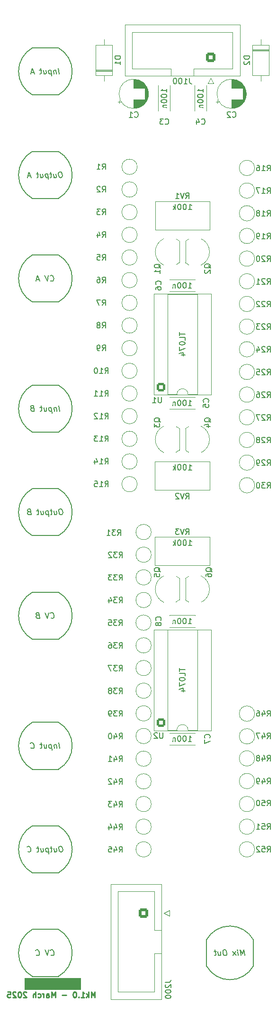
<source format=gbo>
%TF.GenerationSoftware,KiCad,Pcbnew,9.0.0*%
%TF.CreationDate,2025-03-16T11:09:07+01:00*%
%TF.ProjectId,DMH_Tripple_VCA_PCB_1,444d485f-5472-4697-9070-6c655f564341,1*%
%TF.SameCoordinates,Original*%
%TF.FileFunction,Legend,Bot*%
%TF.FilePolarity,Positive*%
%FSLAX46Y46*%
G04 Gerber Fmt 4.6, Leading zero omitted, Abs format (unit mm)*
G04 Created by KiCad (PCBNEW 9.0.0) date 2025-03-16 11:09:07*
%MOMM*%
%LPD*%
G01*
G04 APERTURE LIST*
G04 Aperture macros list*
%AMRoundRect*
0 Rectangle with rounded corners*
0 $1 Rounding radius*
0 $2 $3 $4 $5 $6 $7 $8 $9 X,Y pos of 4 corners*
0 Add a 4 corners polygon primitive as box body*
4,1,4,$2,$3,$4,$5,$6,$7,$8,$9,$2,$3,0*
0 Add four circle primitives for the rounded corners*
1,1,$1+$1,$2,$3*
1,1,$1+$1,$4,$5*
1,1,$1+$1,$6,$7*
1,1,$1+$1,$8,$9*
0 Add four rect primitives between the rounded corners*
20,1,$1+$1,$2,$3,$4,$5,0*
20,1,$1+$1,$4,$5,$6,$7,0*
20,1,$1+$1,$6,$7,$8,$9,0*
20,1,$1+$1,$8,$9,$2,$3,0*%
%AMHorizOval*
0 Thick line with rounded ends*
0 $1 width*
0 $2 $3 position (X,Y) of the first rounded end (center of the circle)*
0 $4 $5 position (X,Y) of the second rounded end (center of the circle)*
0 Add line between two ends*
20,1,$1,$2,$3,$4,$5,0*
0 Add two circle primitives to create the rounded ends*
1,1,$1,$2,$3*
1,1,$1,$4,$5*%
G04 Aperture macros list end*
%ADD10C,0.100000*%
%ADD11C,0.250000*%
%ADD12C,0.150000*%
%ADD13C,0.120000*%
%ADD14HorizOval,1.508000X-0.533159X-0.533159X0.533159X0.533159X0*%
%ADD15O,1.508000X3.016000*%
%ADD16O,3.016000X1.508000*%
%ADD17R,1.700000X1.700000*%
%ADD18O,1.700000X1.700000*%
%ADD19HorizOval,1.508000X-0.533159X0.533159X0.533159X-0.533159X0*%
%ADD20RoundRect,0.250000X-0.550000X-0.550000X0.550000X-0.550000X0.550000X0.550000X-0.550000X0.550000X0*%
%ADD21C,1.600000*%
%ADD22O,1.600000X1.600000*%
%ADD23R,1.500000X1.500000*%
%ADD24C,1.500000*%
%ADD25R,2.200000X2.200000*%
%ADD26O,2.200000X2.200000*%
%ADD27RoundRect,0.250000X0.600000X0.600000X-0.600000X0.600000X-0.600000X-0.600000X0.600000X-0.600000X0*%
%ADD28C,1.700000*%
%ADD29C,1.440000*%
%ADD30R,1.600000X1.600000*%
%ADD31RoundRect,0.250000X0.600000X-0.600000X0.600000X0.600000X-0.600000X0.600000X-0.600000X-0.600000X0*%
G04 APERTURE END LIST*
D10*
X54800000Y-213250000D02*
X64800000Y-213250000D01*
X64800000Y-215250000D01*
X54800000Y-215250000D01*
X54800000Y-213250000D01*
G36*
X54800000Y-213250000D02*
G01*
X64800000Y-213250000D01*
X64800000Y-215250000D01*
X54800000Y-215250000D01*
X54800000Y-213250000D01*
G37*
D11*
X67359523Y-216699619D02*
X67359523Y-215699619D01*
X67359523Y-215699619D02*
X67026190Y-216413904D01*
X67026190Y-216413904D02*
X66692857Y-215699619D01*
X66692857Y-215699619D02*
X66692857Y-216699619D01*
X66216666Y-216699619D02*
X66216666Y-215699619D01*
X66121428Y-216318666D02*
X65835714Y-216699619D01*
X65835714Y-216032952D02*
X66216666Y-216413904D01*
X64883333Y-216699619D02*
X65454761Y-216699619D01*
X65169047Y-216699619D02*
X65169047Y-215699619D01*
X65169047Y-215699619D02*
X65264285Y-215842476D01*
X65264285Y-215842476D02*
X65359523Y-215937714D01*
X65359523Y-215937714D02*
X65454761Y-215985333D01*
X64454761Y-216604380D02*
X64407142Y-216652000D01*
X64407142Y-216652000D02*
X64454761Y-216699619D01*
X64454761Y-216699619D02*
X64502380Y-216652000D01*
X64502380Y-216652000D02*
X64454761Y-216604380D01*
X64454761Y-216604380D02*
X64454761Y-216699619D01*
X63788095Y-215699619D02*
X63692857Y-215699619D01*
X63692857Y-215699619D02*
X63597619Y-215747238D01*
X63597619Y-215747238D02*
X63550000Y-215794857D01*
X63550000Y-215794857D02*
X63502381Y-215890095D01*
X63502381Y-215890095D02*
X63454762Y-216080571D01*
X63454762Y-216080571D02*
X63454762Y-216318666D01*
X63454762Y-216318666D02*
X63502381Y-216509142D01*
X63502381Y-216509142D02*
X63550000Y-216604380D01*
X63550000Y-216604380D02*
X63597619Y-216652000D01*
X63597619Y-216652000D02*
X63692857Y-216699619D01*
X63692857Y-216699619D02*
X63788095Y-216699619D01*
X63788095Y-216699619D02*
X63883333Y-216652000D01*
X63883333Y-216652000D02*
X63930952Y-216604380D01*
X63930952Y-216604380D02*
X63978571Y-216509142D01*
X63978571Y-216509142D02*
X64026190Y-216318666D01*
X64026190Y-216318666D02*
X64026190Y-216080571D01*
X64026190Y-216080571D02*
X63978571Y-215890095D01*
X63978571Y-215890095D02*
X63930952Y-215794857D01*
X63930952Y-215794857D02*
X63883333Y-215747238D01*
X63883333Y-215747238D02*
X63788095Y-215699619D01*
X62264285Y-216318666D02*
X61502381Y-216318666D01*
X60264285Y-216699619D02*
X60264285Y-215699619D01*
X60264285Y-215699619D02*
X59930952Y-216413904D01*
X59930952Y-216413904D02*
X59597619Y-215699619D01*
X59597619Y-215699619D02*
X59597619Y-216699619D01*
X58692857Y-216699619D02*
X58692857Y-216175809D01*
X58692857Y-216175809D02*
X58740476Y-216080571D01*
X58740476Y-216080571D02*
X58835714Y-216032952D01*
X58835714Y-216032952D02*
X59026190Y-216032952D01*
X59026190Y-216032952D02*
X59121428Y-216080571D01*
X58692857Y-216652000D02*
X58788095Y-216699619D01*
X58788095Y-216699619D02*
X59026190Y-216699619D01*
X59026190Y-216699619D02*
X59121428Y-216652000D01*
X59121428Y-216652000D02*
X59169047Y-216556761D01*
X59169047Y-216556761D02*
X59169047Y-216461523D01*
X59169047Y-216461523D02*
X59121428Y-216366285D01*
X59121428Y-216366285D02*
X59026190Y-216318666D01*
X59026190Y-216318666D02*
X58788095Y-216318666D01*
X58788095Y-216318666D02*
X58692857Y-216271047D01*
X58216666Y-216699619D02*
X58216666Y-216032952D01*
X58216666Y-216223428D02*
X58169047Y-216128190D01*
X58169047Y-216128190D02*
X58121428Y-216080571D01*
X58121428Y-216080571D02*
X58026190Y-216032952D01*
X58026190Y-216032952D02*
X57930952Y-216032952D01*
X57169047Y-216652000D02*
X57264285Y-216699619D01*
X57264285Y-216699619D02*
X57454761Y-216699619D01*
X57454761Y-216699619D02*
X57549999Y-216652000D01*
X57549999Y-216652000D02*
X57597618Y-216604380D01*
X57597618Y-216604380D02*
X57645237Y-216509142D01*
X57645237Y-216509142D02*
X57645237Y-216223428D01*
X57645237Y-216223428D02*
X57597618Y-216128190D01*
X57597618Y-216128190D02*
X57549999Y-216080571D01*
X57549999Y-216080571D02*
X57454761Y-216032952D01*
X57454761Y-216032952D02*
X57264285Y-216032952D01*
X57264285Y-216032952D02*
X57169047Y-216080571D01*
X56740475Y-216699619D02*
X56740475Y-215699619D01*
X56311904Y-216699619D02*
X56311904Y-216175809D01*
X56311904Y-216175809D02*
X56359523Y-216080571D01*
X56359523Y-216080571D02*
X56454761Y-216032952D01*
X56454761Y-216032952D02*
X56597618Y-216032952D01*
X56597618Y-216032952D02*
X56692856Y-216080571D01*
X56692856Y-216080571D02*
X56740475Y-216128190D01*
X55121427Y-215794857D02*
X55073808Y-215747238D01*
X55073808Y-215747238D02*
X54978570Y-215699619D01*
X54978570Y-215699619D02*
X54740475Y-215699619D01*
X54740475Y-215699619D02*
X54645237Y-215747238D01*
X54645237Y-215747238D02*
X54597618Y-215794857D01*
X54597618Y-215794857D02*
X54549999Y-215890095D01*
X54549999Y-215890095D02*
X54549999Y-215985333D01*
X54549999Y-215985333D02*
X54597618Y-216128190D01*
X54597618Y-216128190D02*
X55169046Y-216699619D01*
X55169046Y-216699619D02*
X54549999Y-216699619D01*
X53930951Y-215699619D02*
X53835713Y-215699619D01*
X53835713Y-215699619D02*
X53740475Y-215747238D01*
X53740475Y-215747238D02*
X53692856Y-215794857D01*
X53692856Y-215794857D02*
X53645237Y-215890095D01*
X53645237Y-215890095D02*
X53597618Y-216080571D01*
X53597618Y-216080571D02*
X53597618Y-216318666D01*
X53597618Y-216318666D02*
X53645237Y-216509142D01*
X53645237Y-216509142D02*
X53692856Y-216604380D01*
X53692856Y-216604380D02*
X53740475Y-216652000D01*
X53740475Y-216652000D02*
X53835713Y-216699619D01*
X53835713Y-216699619D02*
X53930951Y-216699619D01*
X53930951Y-216699619D02*
X54026189Y-216652000D01*
X54026189Y-216652000D02*
X54073808Y-216604380D01*
X54073808Y-216604380D02*
X54121427Y-216509142D01*
X54121427Y-216509142D02*
X54169046Y-216318666D01*
X54169046Y-216318666D02*
X54169046Y-216080571D01*
X54169046Y-216080571D02*
X54121427Y-215890095D01*
X54121427Y-215890095D02*
X54073808Y-215794857D01*
X54073808Y-215794857D02*
X54026189Y-215747238D01*
X54026189Y-215747238D02*
X53930951Y-215699619D01*
X53216665Y-215794857D02*
X53169046Y-215747238D01*
X53169046Y-215747238D02*
X53073808Y-215699619D01*
X53073808Y-215699619D02*
X52835713Y-215699619D01*
X52835713Y-215699619D02*
X52740475Y-215747238D01*
X52740475Y-215747238D02*
X52692856Y-215794857D01*
X52692856Y-215794857D02*
X52645237Y-215890095D01*
X52645237Y-215890095D02*
X52645237Y-215985333D01*
X52645237Y-215985333D02*
X52692856Y-216128190D01*
X52692856Y-216128190D02*
X53264284Y-216699619D01*
X53264284Y-216699619D02*
X52645237Y-216699619D01*
X51740475Y-215699619D02*
X52216665Y-215699619D01*
X52216665Y-215699619D02*
X52264284Y-216175809D01*
X52264284Y-216175809D02*
X52216665Y-216128190D01*
X52216665Y-216128190D02*
X52121427Y-216080571D01*
X52121427Y-216080571D02*
X51883332Y-216080571D01*
X51883332Y-216080571D02*
X51788094Y-216128190D01*
X51788094Y-216128190D02*
X51740475Y-216175809D01*
X51740475Y-216175809D02*
X51692856Y-216271047D01*
X51692856Y-216271047D02*
X51692856Y-216509142D01*
X51692856Y-216509142D02*
X51740475Y-216604380D01*
X51740475Y-216604380D02*
X51788094Y-216652000D01*
X51788094Y-216652000D02*
X51883332Y-216699619D01*
X51883332Y-216699619D02*
X52121427Y-216699619D01*
X52121427Y-216699619D02*
X52216665Y-216652000D01*
X52216665Y-216652000D02*
X52264284Y-216604380D01*
D12*
X61029762Y-172204819D02*
X60904762Y-171204819D01*
X60470238Y-171538152D02*
X60553572Y-172204819D01*
X60482143Y-171633390D02*
X60428572Y-171585771D01*
X60428572Y-171585771D02*
X60327381Y-171538152D01*
X60327381Y-171538152D02*
X60184524Y-171538152D01*
X60184524Y-171538152D02*
X60095238Y-171585771D01*
X60095238Y-171585771D02*
X60059524Y-171681009D01*
X60059524Y-171681009D02*
X60125000Y-172204819D01*
X59565476Y-171538152D02*
X59690476Y-172538152D01*
X59571429Y-171585771D02*
X59470238Y-171538152D01*
X59470238Y-171538152D02*
X59279762Y-171538152D01*
X59279762Y-171538152D02*
X59190476Y-171585771D01*
X59190476Y-171585771D02*
X59148810Y-171633390D01*
X59148810Y-171633390D02*
X59113095Y-171728628D01*
X59113095Y-171728628D02*
X59148810Y-172014342D01*
X59148810Y-172014342D02*
X59208333Y-172109580D01*
X59208333Y-172109580D02*
X59261905Y-172157200D01*
X59261905Y-172157200D02*
X59363095Y-172204819D01*
X59363095Y-172204819D02*
X59553572Y-172204819D01*
X59553572Y-172204819D02*
X59642857Y-172157200D01*
X58232143Y-171538152D02*
X58315476Y-172204819D01*
X58660714Y-171538152D02*
X58726191Y-172061961D01*
X58726191Y-172061961D02*
X58690476Y-172157200D01*
X58690476Y-172157200D02*
X58601191Y-172204819D01*
X58601191Y-172204819D02*
X58458333Y-172204819D01*
X58458333Y-172204819D02*
X58357143Y-172157200D01*
X58357143Y-172157200D02*
X58303571Y-172109580D01*
X57898809Y-171538152D02*
X57517857Y-171538152D01*
X57714286Y-171204819D02*
X57821429Y-172061961D01*
X57821429Y-172061961D02*
X57785714Y-172157200D01*
X57785714Y-172157200D02*
X57696429Y-172204819D01*
X57696429Y-172204819D02*
X57601190Y-172204819D01*
X55922618Y-172109580D02*
X55976190Y-172157200D01*
X55976190Y-172157200D02*
X56124999Y-172204819D01*
X56124999Y-172204819D02*
X56220237Y-172204819D01*
X56220237Y-172204819D02*
X56357142Y-172157200D01*
X56357142Y-172157200D02*
X56440475Y-172061961D01*
X56440475Y-172061961D02*
X56476190Y-171966723D01*
X56476190Y-171966723D02*
X56499999Y-171776247D01*
X56499999Y-171776247D02*
X56482142Y-171633390D01*
X56482142Y-171633390D02*
X56410714Y-171442914D01*
X56410714Y-171442914D02*
X56351190Y-171347676D01*
X56351190Y-171347676D02*
X56244047Y-171252438D01*
X56244047Y-171252438D02*
X56095237Y-171204819D01*
X56095237Y-171204819D02*
X55999999Y-171204819D01*
X55999999Y-171204819D02*
X55863095Y-171252438D01*
X55863095Y-171252438D02*
X55821428Y-171300057D01*
X61285714Y-189704819D02*
X61095238Y-189704819D01*
X61095238Y-189704819D02*
X61005953Y-189752438D01*
X61005953Y-189752438D02*
X60922619Y-189847676D01*
X60922619Y-189847676D02*
X60898810Y-190038152D01*
X60898810Y-190038152D02*
X60940476Y-190371485D01*
X60940476Y-190371485D02*
X61011905Y-190561961D01*
X61011905Y-190561961D02*
X61119048Y-190657200D01*
X61119048Y-190657200D02*
X61220238Y-190704819D01*
X61220238Y-190704819D02*
X61410714Y-190704819D01*
X61410714Y-190704819D02*
X61500000Y-190657200D01*
X61500000Y-190657200D02*
X61583334Y-190561961D01*
X61583334Y-190561961D02*
X61607143Y-190371485D01*
X61607143Y-190371485D02*
X61565476Y-190038152D01*
X61565476Y-190038152D02*
X61494048Y-189847676D01*
X61494048Y-189847676D02*
X61386905Y-189752438D01*
X61386905Y-189752438D02*
X61285714Y-189704819D01*
X60041667Y-190038152D02*
X60125000Y-190704819D01*
X60470238Y-190038152D02*
X60535715Y-190561961D01*
X60535715Y-190561961D02*
X60500000Y-190657200D01*
X60500000Y-190657200D02*
X60410715Y-190704819D01*
X60410715Y-190704819D02*
X60267857Y-190704819D01*
X60267857Y-190704819D02*
X60166667Y-190657200D01*
X60166667Y-190657200D02*
X60113095Y-190609580D01*
X59708333Y-190038152D02*
X59327381Y-190038152D01*
X59523810Y-189704819D02*
X59630953Y-190561961D01*
X59630953Y-190561961D02*
X59595238Y-190657200D01*
X59595238Y-190657200D02*
X59505953Y-190704819D01*
X59505953Y-190704819D02*
X59410714Y-190704819D01*
X58994047Y-190038152D02*
X59119047Y-191038152D01*
X59000000Y-190085771D02*
X58898809Y-190038152D01*
X58898809Y-190038152D02*
X58708333Y-190038152D01*
X58708333Y-190038152D02*
X58619047Y-190085771D01*
X58619047Y-190085771D02*
X58577381Y-190133390D01*
X58577381Y-190133390D02*
X58541666Y-190228628D01*
X58541666Y-190228628D02*
X58577381Y-190514342D01*
X58577381Y-190514342D02*
X58636904Y-190609580D01*
X58636904Y-190609580D02*
X58690476Y-190657200D01*
X58690476Y-190657200D02*
X58791666Y-190704819D01*
X58791666Y-190704819D02*
X58982143Y-190704819D01*
X58982143Y-190704819D02*
X59071428Y-190657200D01*
X57660714Y-190038152D02*
X57744047Y-190704819D01*
X58089285Y-190038152D02*
X58154762Y-190561961D01*
X58154762Y-190561961D02*
X58119047Y-190657200D01*
X58119047Y-190657200D02*
X58029762Y-190704819D01*
X58029762Y-190704819D02*
X57886904Y-190704819D01*
X57886904Y-190704819D02*
X57785714Y-190657200D01*
X57785714Y-190657200D02*
X57732142Y-190609580D01*
X57327380Y-190038152D02*
X56946428Y-190038152D01*
X57142857Y-189704819D02*
X57250000Y-190561961D01*
X57250000Y-190561961D02*
X57214285Y-190657200D01*
X57214285Y-190657200D02*
X57125000Y-190704819D01*
X57125000Y-190704819D02*
X57029761Y-190704819D01*
X55351189Y-190609580D02*
X55404761Y-190657200D01*
X55404761Y-190657200D02*
X55553570Y-190704819D01*
X55553570Y-190704819D02*
X55648808Y-190704819D01*
X55648808Y-190704819D02*
X55785713Y-190657200D01*
X55785713Y-190657200D02*
X55869046Y-190561961D01*
X55869046Y-190561961D02*
X55904761Y-190466723D01*
X55904761Y-190466723D02*
X55928570Y-190276247D01*
X55928570Y-190276247D02*
X55910713Y-190133390D01*
X55910713Y-190133390D02*
X55839285Y-189942914D01*
X55839285Y-189942914D02*
X55779761Y-189847676D01*
X55779761Y-189847676D02*
X55672618Y-189752438D01*
X55672618Y-189752438D02*
X55523808Y-189704819D01*
X55523808Y-189704819D02*
X55428570Y-189704819D01*
X55428570Y-189704819D02*
X55291666Y-189752438D01*
X55291666Y-189752438D02*
X55249999Y-189800057D01*
X61285714Y-129454819D02*
X61095238Y-129454819D01*
X61095238Y-129454819D02*
X61005953Y-129502438D01*
X61005953Y-129502438D02*
X60922619Y-129597676D01*
X60922619Y-129597676D02*
X60898810Y-129788152D01*
X60898810Y-129788152D02*
X60940476Y-130121485D01*
X60940476Y-130121485D02*
X61011905Y-130311961D01*
X61011905Y-130311961D02*
X61119048Y-130407200D01*
X61119048Y-130407200D02*
X61220238Y-130454819D01*
X61220238Y-130454819D02*
X61410714Y-130454819D01*
X61410714Y-130454819D02*
X61500000Y-130407200D01*
X61500000Y-130407200D02*
X61583334Y-130311961D01*
X61583334Y-130311961D02*
X61607143Y-130121485D01*
X61607143Y-130121485D02*
X61565476Y-129788152D01*
X61565476Y-129788152D02*
X61494048Y-129597676D01*
X61494048Y-129597676D02*
X61386905Y-129502438D01*
X61386905Y-129502438D02*
X61285714Y-129454819D01*
X60041667Y-129788152D02*
X60125000Y-130454819D01*
X60470238Y-129788152D02*
X60535715Y-130311961D01*
X60535715Y-130311961D02*
X60500000Y-130407200D01*
X60500000Y-130407200D02*
X60410715Y-130454819D01*
X60410715Y-130454819D02*
X60267857Y-130454819D01*
X60267857Y-130454819D02*
X60166667Y-130407200D01*
X60166667Y-130407200D02*
X60113095Y-130359580D01*
X59708333Y-129788152D02*
X59327381Y-129788152D01*
X59523810Y-129454819D02*
X59630953Y-130311961D01*
X59630953Y-130311961D02*
X59595238Y-130407200D01*
X59595238Y-130407200D02*
X59505953Y-130454819D01*
X59505953Y-130454819D02*
X59410714Y-130454819D01*
X58994047Y-129788152D02*
X59119047Y-130788152D01*
X59000000Y-129835771D02*
X58898809Y-129788152D01*
X58898809Y-129788152D02*
X58708333Y-129788152D01*
X58708333Y-129788152D02*
X58619047Y-129835771D01*
X58619047Y-129835771D02*
X58577381Y-129883390D01*
X58577381Y-129883390D02*
X58541666Y-129978628D01*
X58541666Y-129978628D02*
X58577381Y-130264342D01*
X58577381Y-130264342D02*
X58636904Y-130359580D01*
X58636904Y-130359580D02*
X58690476Y-130407200D01*
X58690476Y-130407200D02*
X58791666Y-130454819D01*
X58791666Y-130454819D02*
X58982143Y-130454819D01*
X58982143Y-130454819D02*
X59071428Y-130407200D01*
X57660714Y-129788152D02*
X57744047Y-130454819D01*
X58089285Y-129788152D02*
X58154762Y-130311961D01*
X58154762Y-130311961D02*
X58119047Y-130407200D01*
X58119047Y-130407200D02*
X58029762Y-130454819D01*
X58029762Y-130454819D02*
X57886904Y-130454819D01*
X57886904Y-130454819D02*
X57785714Y-130407200D01*
X57785714Y-130407200D02*
X57732142Y-130359580D01*
X57327380Y-129788152D02*
X56946428Y-129788152D01*
X57142857Y-129454819D02*
X57250000Y-130311961D01*
X57250000Y-130311961D02*
X57214285Y-130407200D01*
X57214285Y-130407200D02*
X57125000Y-130454819D01*
X57125000Y-130454819D02*
X57029761Y-130454819D01*
X55535713Y-129931009D02*
X55398808Y-129978628D01*
X55398808Y-129978628D02*
X55357142Y-130026247D01*
X55357142Y-130026247D02*
X55321427Y-130121485D01*
X55321427Y-130121485D02*
X55339285Y-130264342D01*
X55339285Y-130264342D02*
X55398808Y-130359580D01*
X55398808Y-130359580D02*
X55452380Y-130407200D01*
X55452380Y-130407200D02*
X55553570Y-130454819D01*
X55553570Y-130454819D02*
X55934523Y-130454819D01*
X55934523Y-130454819D02*
X55809523Y-129454819D01*
X55809523Y-129454819D02*
X55476189Y-129454819D01*
X55476189Y-129454819D02*
X55386904Y-129502438D01*
X55386904Y-129502438D02*
X55345237Y-129550057D01*
X55345237Y-129550057D02*
X55309523Y-129645295D01*
X55309523Y-129645295D02*
X55321427Y-129740533D01*
X55321427Y-129740533D02*
X55380951Y-129835771D01*
X55380951Y-129835771D02*
X55434523Y-129883390D01*
X55434523Y-129883390D02*
X55535713Y-129931009D01*
X55535713Y-129931009D02*
X55869046Y-129931009D01*
X59494047Y-209109580D02*
X59547619Y-209157200D01*
X59547619Y-209157200D02*
X59696428Y-209204819D01*
X59696428Y-209204819D02*
X59791666Y-209204819D01*
X59791666Y-209204819D02*
X59928571Y-209157200D01*
X59928571Y-209157200D02*
X60011904Y-209061961D01*
X60011904Y-209061961D02*
X60047619Y-208966723D01*
X60047619Y-208966723D02*
X60071428Y-208776247D01*
X60071428Y-208776247D02*
X60053571Y-208633390D01*
X60053571Y-208633390D02*
X59982143Y-208442914D01*
X59982143Y-208442914D02*
X59922619Y-208347676D01*
X59922619Y-208347676D02*
X59815476Y-208252438D01*
X59815476Y-208252438D02*
X59666666Y-208204819D01*
X59666666Y-208204819D02*
X59571428Y-208204819D01*
X59571428Y-208204819D02*
X59434524Y-208252438D01*
X59434524Y-208252438D02*
X59392857Y-208300057D01*
X59095238Y-208204819D02*
X58886904Y-209204819D01*
X58886904Y-209204819D02*
X58428571Y-208204819D01*
X56874999Y-209109580D02*
X56928571Y-209157200D01*
X56928571Y-209157200D02*
X57077380Y-209204819D01*
X57077380Y-209204819D02*
X57172618Y-209204819D01*
X57172618Y-209204819D02*
X57309523Y-209157200D01*
X57309523Y-209157200D02*
X57392856Y-209061961D01*
X57392856Y-209061961D02*
X57428571Y-208966723D01*
X57428571Y-208966723D02*
X57452380Y-208776247D01*
X57452380Y-208776247D02*
X57434523Y-208633390D01*
X57434523Y-208633390D02*
X57363095Y-208442914D01*
X57363095Y-208442914D02*
X57303571Y-208347676D01*
X57303571Y-208347676D02*
X57196428Y-208252438D01*
X57196428Y-208252438D02*
X57047618Y-208204819D01*
X57047618Y-208204819D02*
X56952380Y-208204819D01*
X56952380Y-208204819D02*
X56815476Y-208252438D01*
X56815476Y-208252438D02*
X56773809Y-208300057D01*
X60958333Y-51704819D02*
X60833333Y-50704819D01*
X60398809Y-51038152D02*
X60482143Y-51704819D01*
X60410714Y-51133390D02*
X60357143Y-51085771D01*
X60357143Y-51085771D02*
X60255952Y-51038152D01*
X60255952Y-51038152D02*
X60113095Y-51038152D01*
X60113095Y-51038152D02*
X60023809Y-51085771D01*
X60023809Y-51085771D02*
X59988095Y-51181009D01*
X59988095Y-51181009D02*
X60053571Y-51704819D01*
X59494047Y-51038152D02*
X59619047Y-52038152D01*
X59500000Y-51085771D02*
X59398809Y-51038152D01*
X59398809Y-51038152D02*
X59208333Y-51038152D01*
X59208333Y-51038152D02*
X59119047Y-51085771D01*
X59119047Y-51085771D02*
X59077381Y-51133390D01*
X59077381Y-51133390D02*
X59041666Y-51228628D01*
X59041666Y-51228628D02*
X59077381Y-51514342D01*
X59077381Y-51514342D02*
X59136904Y-51609580D01*
X59136904Y-51609580D02*
X59190476Y-51657200D01*
X59190476Y-51657200D02*
X59291666Y-51704819D01*
X59291666Y-51704819D02*
X59482143Y-51704819D01*
X59482143Y-51704819D02*
X59571428Y-51657200D01*
X58160714Y-51038152D02*
X58244047Y-51704819D01*
X58589285Y-51038152D02*
X58654762Y-51561961D01*
X58654762Y-51561961D02*
X58619047Y-51657200D01*
X58619047Y-51657200D02*
X58529762Y-51704819D01*
X58529762Y-51704819D02*
X58386904Y-51704819D01*
X58386904Y-51704819D02*
X58285714Y-51657200D01*
X58285714Y-51657200D02*
X58232142Y-51609580D01*
X57827380Y-51038152D02*
X57446428Y-51038152D01*
X57642857Y-50704819D02*
X57750000Y-51561961D01*
X57750000Y-51561961D02*
X57714285Y-51657200D01*
X57714285Y-51657200D02*
X57625000Y-51704819D01*
X57625000Y-51704819D02*
X57529761Y-51704819D01*
X56446427Y-51419104D02*
X55970237Y-51419104D01*
X56577380Y-51704819D02*
X56119046Y-50704819D01*
X56119046Y-50704819D02*
X55910713Y-51704819D01*
X59494047Y-148859580D02*
X59547619Y-148907200D01*
X59547619Y-148907200D02*
X59696428Y-148954819D01*
X59696428Y-148954819D02*
X59791666Y-148954819D01*
X59791666Y-148954819D02*
X59928571Y-148907200D01*
X59928571Y-148907200D02*
X60011904Y-148811961D01*
X60011904Y-148811961D02*
X60047619Y-148716723D01*
X60047619Y-148716723D02*
X60071428Y-148526247D01*
X60071428Y-148526247D02*
X60053571Y-148383390D01*
X60053571Y-148383390D02*
X59982143Y-148192914D01*
X59982143Y-148192914D02*
X59922619Y-148097676D01*
X59922619Y-148097676D02*
X59815476Y-148002438D01*
X59815476Y-148002438D02*
X59666666Y-147954819D01*
X59666666Y-147954819D02*
X59571428Y-147954819D01*
X59571428Y-147954819D02*
X59434524Y-148002438D01*
X59434524Y-148002438D02*
X59392857Y-148050057D01*
X59095238Y-147954819D02*
X58886904Y-148954819D01*
X58886904Y-148954819D02*
X58428571Y-147954819D01*
X57059523Y-148431009D02*
X56922618Y-148478628D01*
X56922618Y-148478628D02*
X56880952Y-148526247D01*
X56880952Y-148526247D02*
X56845237Y-148621485D01*
X56845237Y-148621485D02*
X56863095Y-148764342D01*
X56863095Y-148764342D02*
X56922618Y-148859580D01*
X56922618Y-148859580D02*
X56976190Y-148907200D01*
X56976190Y-148907200D02*
X57077380Y-148954819D01*
X57077380Y-148954819D02*
X57458333Y-148954819D01*
X57458333Y-148954819D02*
X57333333Y-147954819D01*
X57333333Y-147954819D02*
X56999999Y-147954819D01*
X56999999Y-147954819D02*
X56910714Y-148002438D01*
X56910714Y-148002438D02*
X56869047Y-148050057D01*
X56869047Y-148050057D02*
X56833333Y-148145295D01*
X56833333Y-148145295D02*
X56845237Y-148240533D01*
X56845237Y-148240533D02*
X56904761Y-148335771D01*
X56904761Y-148335771D02*
X56958333Y-148383390D01*
X56958333Y-148383390D02*
X57059523Y-148431009D01*
X57059523Y-148431009D02*
X57392856Y-148431009D01*
X61214285Y-69204819D02*
X61023809Y-69204819D01*
X61023809Y-69204819D02*
X60934524Y-69252438D01*
X60934524Y-69252438D02*
X60851190Y-69347676D01*
X60851190Y-69347676D02*
X60827381Y-69538152D01*
X60827381Y-69538152D02*
X60869047Y-69871485D01*
X60869047Y-69871485D02*
X60940476Y-70061961D01*
X60940476Y-70061961D02*
X61047619Y-70157200D01*
X61047619Y-70157200D02*
X61148809Y-70204819D01*
X61148809Y-70204819D02*
X61339285Y-70204819D01*
X61339285Y-70204819D02*
X61428571Y-70157200D01*
X61428571Y-70157200D02*
X61511905Y-70061961D01*
X61511905Y-70061961D02*
X61535714Y-69871485D01*
X61535714Y-69871485D02*
X61494047Y-69538152D01*
X61494047Y-69538152D02*
X61422619Y-69347676D01*
X61422619Y-69347676D02*
X61315476Y-69252438D01*
X61315476Y-69252438D02*
X61214285Y-69204819D01*
X59970238Y-69538152D02*
X60053571Y-70204819D01*
X60398809Y-69538152D02*
X60464286Y-70061961D01*
X60464286Y-70061961D02*
X60428571Y-70157200D01*
X60428571Y-70157200D02*
X60339286Y-70204819D01*
X60339286Y-70204819D02*
X60196428Y-70204819D01*
X60196428Y-70204819D02*
X60095238Y-70157200D01*
X60095238Y-70157200D02*
X60041666Y-70109580D01*
X59636904Y-69538152D02*
X59255952Y-69538152D01*
X59452381Y-69204819D02*
X59559524Y-70061961D01*
X59559524Y-70061961D02*
X59523809Y-70157200D01*
X59523809Y-70157200D02*
X59434524Y-70204819D01*
X59434524Y-70204819D02*
X59339285Y-70204819D01*
X58922618Y-69538152D02*
X59047618Y-70538152D01*
X58928571Y-69585771D02*
X58827380Y-69538152D01*
X58827380Y-69538152D02*
X58636904Y-69538152D01*
X58636904Y-69538152D02*
X58547618Y-69585771D01*
X58547618Y-69585771D02*
X58505952Y-69633390D01*
X58505952Y-69633390D02*
X58470237Y-69728628D01*
X58470237Y-69728628D02*
X58505952Y-70014342D01*
X58505952Y-70014342D02*
X58565475Y-70109580D01*
X58565475Y-70109580D02*
X58619047Y-70157200D01*
X58619047Y-70157200D02*
X58720237Y-70204819D01*
X58720237Y-70204819D02*
X58910714Y-70204819D01*
X58910714Y-70204819D02*
X58999999Y-70157200D01*
X57589285Y-69538152D02*
X57672618Y-70204819D01*
X58017856Y-69538152D02*
X58083333Y-70061961D01*
X58083333Y-70061961D02*
X58047618Y-70157200D01*
X58047618Y-70157200D02*
X57958333Y-70204819D01*
X57958333Y-70204819D02*
X57815475Y-70204819D01*
X57815475Y-70204819D02*
X57714285Y-70157200D01*
X57714285Y-70157200D02*
X57660713Y-70109580D01*
X57255951Y-69538152D02*
X56874999Y-69538152D01*
X57071428Y-69204819D02*
X57178571Y-70061961D01*
X57178571Y-70061961D02*
X57142856Y-70157200D01*
X57142856Y-70157200D02*
X57053571Y-70204819D01*
X57053571Y-70204819D02*
X56958332Y-70204819D01*
X55874998Y-69919104D02*
X55398808Y-69919104D01*
X56005951Y-70204819D02*
X55547617Y-69204819D01*
X55547617Y-69204819D02*
X55339284Y-70204819D01*
X61029762Y-111954819D02*
X60904762Y-110954819D01*
X60470238Y-111288152D02*
X60553572Y-111954819D01*
X60482143Y-111383390D02*
X60428572Y-111335771D01*
X60428572Y-111335771D02*
X60327381Y-111288152D01*
X60327381Y-111288152D02*
X60184524Y-111288152D01*
X60184524Y-111288152D02*
X60095238Y-111335771D01*
X60095238Y-111335771D02*
X60059524Y-111431009D01*
X60059524Y-111431009D02*
X60125000Y-111954819D01*
X59565476Y-111288152D02*
X59690476Y-112288152D01*
X59571429Y-111335771D02*
X59470238Y-111288152D01*
X59470238Y-111288152D02*
X59279762Y-111288152D01*
X59279762Y-111288152D02*
X59190476Y-111335771D01*
X59190476Y-111335771D02*
X59148810Y-111383390D01*
X59148810Y-111383390D02*
X59113095Y-111478628D01*
X59113095Y-111478628D02*
X59148810Y-111764342D01*
X59148810Y-111764342D02*
X59208333Y-111859580D01*
X59208333Y-111859580D02*
X59261905Y-111907200D01*
X59261905Y-111907200D02*
X59363095Y-111954819D01*
X59363095Y-111954819D02*
X59553572Y-111954819D01*
X59553572Y-111954819D02*
X59642857Y-111907200D01*
X58232143Y-111288152D02*
X58315476Y-111954819D01*
X58660714Y-111288152D02*
X58726191Y-111811961D01*
X58726191Y-111811961D02*
X58690476Y-111907200D01*
X58690476Y-111907200D02*
X58601191Y-111954819D01*
X58601191Y-111954819D02*
X58458333Y-111954819D01*
X58458333Y-111954819D02*
X58357143Y-111907200D01*
X58357143Y-111907200D02*
X58303571Y-111859580D01*
X57898809Y-111288152D02*
X57517857Y-111288152D01*
X57714286Y-110954819D02*
X57821429Y-111811961D01*
X57821429Y-111811961D02*
X57785714Y-111907200D01*
X57785714Y-111907200D02*
X57696429Y-111954819D01*
X57696429Y-111954819D02*
X57601190Y-111954819D01*
X56107142Y-111431009D02*
X55970237Y-111478628D01*
X55970237Y-111478628D02*
X55928571Y-111526247D01*
X55928571Y-111526247D02*
X55892856Y-111621485D01*
X55892856Y-111621485D02*
X55910714Y-111764342D01*
X55910714Y-111764342D02*
X55970237Y-111859580D01*
X55970237Y-111859580D02*
X56023809Y-111907200D01*
X56023809Y-111907200D02*
X56124999Y-111954819D01*
X56124999Y-111954819D02*
X56505952Y-111954819D01*
X56505952Y-111954819D02*
X56380952Y-110954819D01*
X56380952Y-110954819D02*
X56047618Y-110954819D01*
X56047618Y-110954819D02*
X55958333Y-111002438D01*
X55958333Y-111002438D02*
X55916666Y-111050057D01*
X55916666Y-111050057D02*
X55880952Y-111145295D01*
X55880952Y-111145295D02*
X55892856Y-111240533D01*
X55892856Y-111240533D02*
X55952380Y-111335771D01*
X55952380Y-111335771D02*
X56005952Y-111383390D01*
X56005952Y-111383390D02*
X56107142Y-111431009D01*
X56107142Y-111431009D02*
X56440475Y-111431009D01*
X59422618Y-88609580D02*
X59476190Y-88657200D01*
X59476190Y-88657200D02*
X59624999Y-88704819D01*
X59624999Y-88704819D02*
X59720237Y-88704819D01*
X59720237Y-88704819D02*
X59857142Y-88657200D01*
X59857142Y-88657200D02*
X59940475Y-88561961D01*
X59940475Y-88561961D02*
X59976190Y-88466723D01*
X59976190Y-88466723D02*
X59999999Y-88276247D01*
X59999999Y-88276247D02*
X59982142Y-88133390D01*
X59982142Y-88133390D02*
X59910714Y-87942914D01*
X59910714Y-87942914D02*
X59851190Y-87847676D01*
X59851190Y-87847676D02*
X59744047Y-87752438D01*
X59744047Y-87752438D02*
X59595237Y-87704819D01*
X59595237Y-87704819D02*
X59499999Y-87704819D01*
X59499999Y-87704819D02*
X59363095Y-87752438D01*
X59363095Y-87752438D02*
X59321428Y-87800057D01*
X59023809Y-87704819D02*
X58815475Y-88704819D01*
X58815475Y-88704819D02*
X58357142Y-87704819D01*
X57398808Y-88419104D02*
X56922618Y-88419104D01*
X57529761Y-88704819D02*
X57071427Y-87704819D01*
X57071427Y-87704819D02*
X56863094Y-88704819D01*
X94125000Y-209204819D02*
X94000000Y-208204819D01*
X94000000Y-208204819D02*
X93755952Y-208919104D01*
X93755952Y-208919104D02*
X93333333Y-208204819D01*
X93333333Y-208204819D02*
X93458333Y-209204819D01*
X92982143Y-209204819D02*
X92898809Y-208538152D01*
X92857143Y-208204819D02*
X92910714Y-208252438D01*
X92910714Y-208252438D02*
X92869047Y-208300057D01*
X92869047Y-208300057D02*
X92815476Y-208252438D01*
X92815476Y-208252438D02*
X92857143Y-208204819D01*
X92857143Y-208204819D02*
X92869047Y-208300057D01*
X92601191Y-209204819D02*
X91994048Y-208538152D01*
X92517857Y-208538152D02*
X92077381Y-209204819D01*
X90619047Y-208204819D02*
X90428571Y-208204819D01*
X90428571Y-208204819D02*
X90339286Y-208252438D01*
X90339286Y-208252438D02*
X90255952Y-208347676D01*
X90255952Y-208347676D02*
X90232143Y-208538152D01*
X90232143Y-208538152D02*
X90273809Y-208871485D01*
X90273809Y-208871485D02*
X90345238Y-209061961D01*
X90345238Y-209061961D02*
X90452381Y-209157200D01*
X90452381Y-209157200D02*
X90553571Y-209204819D01*
X90553571Y-209204819D02*
X90744047Y-209204819D01*
X90744047Y-209204819D02*
X90833333Y-209157200D01*
X90833333Y-209157200D02*
X90916667Y-209061961D01*
X90916667Y-209061961D02*
X90940476Y-208871485D01*
X90940476Y-208871485D02*
X90898809Y-208538152D01*
X90898809Y-208538152D02*
X90827381Y-208347676D01*
X90827381Y-208347676D02*
X90720238Y-208252438D01*
X90720238Y-208252438D02*
X90619047Y-208204819D01*
X89375000Y-208538152D02*
X89458333Y-209204819D01*
X89803571Y-208538152D02*
X89869048Y-209061961D01*
X89869048Y-209061961D02*
X89833333Y-209157200D01*
X89833333Y-209157200D02*
X89744048Y-209204819D01*
X89744048Y-209204819D02*
X89601190Y-209204819D01*
X89601190Y-209204819D02*
X89500000Y-209157200D01*
X89500000Y-209157200D02*
X89446428Y-209109580D01*
X89041666Y-208538152D02*
X88660714Y-208538152D01*
X88857143Y-208204819D02*
X88964286Y-209061961D01*
X88964286Y-209061961D02*
X88928571Y-209157200D01*
X88928571Y-209157200D02*
X88839286Y-209204819D01*
X88839286Y-209204819D02*
X88744047Y-209204819D01*
X79261904Y-109454819D02*
X79261904Y-110264342D01*
X79261904Y-110264342D02*
X79214285Y-110359580D01*
X79214285Y-110359580D02*
X79166666Y-110407200D01*
X79166666Y-110407200D02*
X79071428Y-110454819D01*
X79071428Y-110454819D02*
X78880952Y-110454819D01*
X78880952Y-110454819D02*
X78785714Y-110407200D01*
X78785714Y-110407200D02*
X78738095Y-110359580D01*
X78738095Y-110359580D02*
X78690476Y-110264342D01*
X78690476Y-110264342D02*
X78690476Y-109454819D01*
X77690476Y-110454819D02*
X78261904Y-110454819D01*
X77976190Y-110454819D02*
X77976190Y-109454819D01*
X77976190Y-109454819D02*
X78071428Y-109597676D01*
X78071428Y-109597676D02*
X78166666Y-109692914D01*
X78166666Y-109692914D02*
X78261904Y-109740533D01*
X82454819Y-97880952D02*
X82454819Y-98452380D01*
X83454819Y-98166666D02*
X82454819Y-98166666D01*
X83454819Y-99261904D02*
X83454819Y-98785714D01*
X83454819Y-98785714D02*
X82454819Y-98785714D01*
X82454819Y-99785714D02*
X82454819Y-99880952D01*
X82454819Y-99880952D02*
X82502438Y-99976190D01*
X82502438Y-99976190D02*
X82550057Y-100023809D01*
X82550057Y-100023809D02*
X82645295Y-100071428D01*
X82645295Y-100071428D02*
X82835771Y-100119047D01*
X82835771Y-100119047D02*
X83073866Y-100119047D01*
X83073866Y-100119047D02*
X83264342Y-100071428D01*
X83264342Y-100071428D02*
X83359580Y-100023809D01*
X83359580Y-100023809D02*
X83407200Y-99976190D01*
X83407200Y-99976190D02*
X83454819Y-99880952D01*
X83454819Y-99880952D02*
X83454819Y-99785714D01*
X83454819Y-99785714D02*
X83407200Y-99690476D01*
X83407200Y-99690476D02*
X83359580Y-99642857D01*
X83359580Y-99642857D02*
X83264342Y-99595238D01*
X83264342Y-99595238D02*
X83073866Y-99547619D01*
X83073866Y-99547619D02*
X82835771Y-99547619D01*
X82835771Y-99547619D02*
X82645295Y-99595238D01*
X82645295Y-99595238D02*
X82550057Y-99642857D01*
X82550057Y-99642857D02*
X82502438Y-99690476D01*
X82502438Y-99690476D02*
X82454819Y-99785714D01*
X82454819Y-100452381D02*
X82454819Y-101119047D01*
X82454819Y-101119047D02*
X83454819Y-100690476D01*
X82788152Y-101928571D02*
X83454819Y-101928571D01*
X82407200Y-101690476D02*
X83121485Y-101452381D01*
X83121485Y-101452381D02*
X83121485Y-102071428D01*
X98142857Y-166454819D02*
X98476190Y-165978628D01*
X98714285Y-166454819D02*
X98714285Y-165454819D01*
X98714285Y-165454819D02*
X98333333Y-165454819D01*
X98333333Y-165454819D02*
X98238095Y-165502438D01*
X98238095Y-165502438D02*
X98190476Y-165550057D01*
X98190476Y-165550057D02*
X98142857Y-165645295D01*
X98142857Y-165645295D02*
X98142857Y-165788152D01*
X98142857Y-165788152D02*
X98190476Y-165883390D01*
X98190476Y-165883390D02*
X98238095Y-165931009D01*
X98238095Y-165931009D02*
X98333333Y-165978628D01*
X98333333Y-165978628D02*
X98714285Y-165978628D01*
X97285714Y-165788152D02*
X97285714Y-166454819D01*
X97523809Y-165407200D02*
X97761904Y-166121485D01*
X97761904Y-166121485D02*
X97142857Y-166121485D01*
X96333333Y-165454819D02*
X96523809Y-165454819D01*
X96523809Y-165454819D02*
X96619047Y-165502438D01*
X96619047Y-165502438D02*
X96666666Y-165550057D01*
X96666666Y-165550057D02*
X96761904Y-165692914D01*
X96761904Y-165692914D02*
X96809523Y-165883390D01*
X96809523Y-165883390D02*
X96809523Y-166264342D01*
X96809523Y-166264342D02*
X96761904Y-166359580D01*
X96761904Y-166359580D02*
X96714285Y-166407200D01*
X96714285Y-166407200D02*
X96619047Y-166454819D01*
X96619047Y-166454819D02*
X96428571Y-166454819D01*
X96428571Y-166454819D02*
X96333333Y-166407200D01*
X96333333Y-166407200D02*
X96285714Y-166359580D01*
X96285714Y-166359580D02*
X96238095Y-166264342D01*
X96238095Y-166264342D02*
X96238095Y-166026247D01*
X96238095Y-166026247D02*
X96285714Y-165931009D01*
X96285714Y-165931009D02*
X96333333Y-165883390D01*
X96333333Y-165883390D02*
X96428571Y-165835771D01*
X96428571Y-165835771D02*
X96619047Y-165835771D01*
X96619047Y-165835771D02*
X96714285Y-165883390D01*
X96714285Y-165883390D02*
X96761904Y-165931009D01*
X96761904Y-165931009D02*
X96809523Y-166026247D01*
X79050057Y-140654761D02*
X79002438Y-140559523D01*
X79002438Y-140559523D02*
X78907200Y-140464285D01*
X78907200Y-140464285D02*
X78764342Y-140321428D01*
X78764342Y-140321428D02*
X78716723Y-140226190D01*
X78716723Y-140226190D02*
X78716723Y-140130952D01*
X78954819Y-140178571D02*
X78907200Y-140083333D01*
X78907200Y-140083333D02*
X78811961Y-139988095D01*
X78811961Y-139988095D02*
X78621485Y-139940476D01*
X78621485Y-139940476D02*
X78288152Y-139940476D01*
X78288152Y-139940476D02*
X78097676Y-139988095D01*
X78097676Y-139988095D02*
X78002438Y-140083333D01*
X78002438Y-140083333D02*
X77954819Y-140178571D01*
X77954819Y-140178571D02*
X77954819Y-140369047D01*
X77954819Y-140369047D02*
X78002438Y-140464285D01*
X78002438Y-140464285D02*
X78097676Y-140559523D01*
X78097676Y-140559523D02*
X78288152Y-140607142D01*
X78288152Y-140607142D02*
X78621485Y-140607142D01*
X78621485Y-140607142D02*
X78811961Y-140559523D01*
X78811961Y-140559523D02*
X78907200Y-140464285D01*
X78907200Y-140464285D02*
X78954819Y-140369047D01*
X78954819Y-140369047D02*
X78954819Y-140178571D01*
X77954819Y-141511904D02*
X77954819Y-141035714D01*
X77954819Y-141035714D02*
X78431009Y-140988095D01*
X78431009Y-140988095D02*
X78383390Y-141035714D01*
X78383390Y-141035714D02*
X78335771Y-141130952D01*
X78335771Y-141130952D02*
X78335771Y-141369047D01*
X78335771Y-141369047D02*
X78383390Y-141464285D01*
X78383390Y-141464285D02*
X78431009Y-141511904D01*
X78431009Y-141511904D02*
X78526247Y-141559523D01*
X78526247Y-141559523D02*
X78764342Y-141559523D01*
X78764342Y-141559523D02*
X78859580Y-141511904D01*
X78859580Y-141511904D02*
X78907200Y-141464285D01*
X78907200Y-141464285D02*
X78954819Y-141369047D01*
X78954819Y-141369047D02*
X78954819Y-141130952D01*
X78954819Y-141130952D02*
X78907200Y-141035714D01*
X78907200Y-141035714D02*
X78859580Y-140988095D01*
X98142857Y-113554819D02*
X98476190Y-113078628D01*
X98714285Y-113554819D02*
X98714285Y-112554819D01*
X98714285Y-112554819D02*
X98333333Y-112554819D01*
X98333333Y-112554819D02*
X98238095Y-112602438D01*
X98238095Y-112602438D02*
X98190476Y-112650057D01*
X98190476Y-112650057D02*
X98142857Y-112745295D01*
X98142857Y-112745295D02*
X98142857Y-112888152D01*
X98142857Y-112888152D02*
X98190476Y-112983390D01*
X98190476Y-112983390D02*
X98238095Y-113031009D01*
X98238095Y-113031009D02*
X98333333Y-113078628D01*
X98333333Y-113078628D02*
X98714285Y-113078628D01*
X97761904Y-112650057D02*
X97714285Y-112602438D01*
X97714285Y-112602438D02*
X97619047Y-112554819D01*
X97619047Y-112554819D02*
X97380952Y-112554819D01*
X97380952Y-112554819D02*
X97285714Y-112602438D01*
X97285714Y-112602438D02*
X97238095Y-112650057D01*
X97238095Y-112650057D02*
X97190476Y-112745295D01*
X97190476Y-112745295D02*
X97190476Y-112840533D01*
X97190476Y-112840533D02*
X97238095Y-112983390D01*
X97238095Y-112983390D02*
X97809523Y-113554819D01*
X97809523Y-113554819D02*
X97190476Y-113554819D01*
X96857142Y-112554819D02*
X96190476Y-112554819D01*
X96190476Y-112554819D02*
X96619047Y-113554819D01*
X71682857Y-166454819D02*
X72016190Y-165978628D01*
X72254285Y-166454819D02*
X72254285Y-165454819D01*
X72254285Y-165454819D02*
X71873333Y-165454819D01*
X71873333Y-165454819D02*
X71778095Y-165502438D01*
X71778095Y-165502438D02*
X71730476Y-165550057D01*
X71730476Y-165550057D02*
X71682857Y-165645295D01*
X71682857Y-165645295D02*
X71682857Y-165788152D01*
X71682857Y-165788152D02*
X71730476Y-165883390D01*
X71730476Y-165883390D02*
X71778095Y-165931009D01*
X71778095Y-165931009D02*
X71873333Y-165978628D01*
X71873333Y-165978628D02*
X72254285Y-165978628D01*
X71349523Y-165454819D02*
X70730476Y-165454819D01*
X70730476Y-165454819D02*
X71063809Y-165835771D01*
X71063809Y-165835771D02*
X70920952Y-165835771D01*
X70920952Y-165835771D02*
X70825714Y-165883390D01*
X70825714Y-165883390D02*
X70778095Y-165931009D01*
X70778095Y-165931009D02*
X70730476Y-166026247D01*
X70730476Y-166026247D02*
X70730476Y-166264342D01*
X70730476Y-166264342D02*
X70778095Y-166359580D01*
X70778095Y-166359580D02*
X70825714Y-166407200D01*
X70825714Y-166407200D02*
X70920952Y-166454819D01*
X70920952Y-166454819D02*
X71206666Y-166454819D01*
X71206666Y-166454819D02*
X71301904Y-166407200D01*
X71301904Y-166407200D02*
X71349523Y-166359580D01*
X70254285Y-166454819D02*
X70063809Y-166454819D01*
X70063809Y-166454819D02*
X69968571Y-166407200D01*
X69968571Y-166407200D02*
X69920952Y-166359580D01*
X69920952Y-166359580D02*
X69825714Y-166216723D01*
X69825714Y-166216723D02*
X69778095Y-166026247D01*
X69778095Y-166026247D02*
X69778095Y-165645295D01*
X69778095Y-165645295D02*
X69825714Y-165550057D01*
X69825714Y-165550057D02*
X69873333Y-165502438D01*
X69873333Y-165502438D02*
X69968571Y-165454819D01*
X69968571Y-165454819D02*
X70159047Y-165454819D01*
X70159047Y-165454819D02*
X70254285Y-165502438D01*
X70254285Y-165502438D02*
X70301904Y-165550057D01*
X70301904Y-165550057D02*
X70349523Y-165645295D01*
X70349523Y-165645295D02*
X70349523Y-165883390D01*
X70349523Y-165883390D02*
X70301904Y-165978628D01*
X70301904Y-165978628D02*
X70254285Y-166026247D01*
X70254285Y-166026247D02*
X70159047Y-166073866D01*
X70159047Y-166073866D02*
X69968571Y-166073866D01*
X69968571Y-166073866D02*
X69873333Y-166026247D01*
X69873333Y-166026247D02*
X69825714Y-165978628D01*
X69825714Y-165978628D02*
X69778095Y-165883390D01*
X71924819Y-48511905D02*
X70924819Y-48511905D01*
X70924819Y-48511905D02*
X70924819Y-48750000D01*
X70924819Y-48750000D02*
X70972438Y-48892857D01*
X70972438Y-48892857D02*
X71067676Y-48988095D01*
X71067676Y-48988095D02*
X71162914Y-49035714D01*
X71162914Y-49035714D02*
X71353390Y-49083333D01*
X71353390Y-49083333D02*
X71496247Y-49083333D01*
X71496247Y-49083333D02*
X71686723Y-49035714D01*
X71686723Y-49035714D02*
X71781961Y-48988095D01*
X71781961Y-48988095D02*
X71877200Y-48892857D01*
X71877200Y-48892857D02*
X71924819Y-48750000D01*
X71924819Y-48750000D02*
X71924819Y-48511905D01*
X71924819Y-50035714D02*
X71924819Y-49464286D01*
X71924819Y-49750000D02*
X70924819Y-49750000D01*
X70924819Y-49750000D02*
X71067676Y-49654762D01*
X71067676Y-49654762D02*
X71162914Y-49559524D01*
X71162914Y-49559524D02*
X71210533Y-49464286D01*
X88300057Y-140654761D02*
X88252438Y-140559523D01*
X88252438Y-140559523D02*
X88157200Y-140464285D01*
X88157200Y-140464285D02*
X88014342Y-140321428D01*
X88014342Y-140321428D02*
X87966723Y-140226190D01*
X87966723Y-140226190D02*
X87966723Y-140130952D01*
X88204819Y-140178571D02*
X88157200Y-140083333D01*
X88157200Y-140083333D02*
X88061961Y-139988095D01*
X88061961Y-139988095D02*
X87871485Y-139940476D01*
X87871485Y-139940476D02*
X87538152Y-139940476D01*
X87538152Y-139940476D02*
X87347676Y-139988095D01*
X87347676Y-139988095D02*
X87252438Y-140083333D01*
X87252438Y-140083333D02*
X87204819Y-140178571D01*
X87204819Y-140178571D02*
X87204819Y-140369047D01*
X87204819Y-140369047D02*
X87252438Y-140464285D01*
X87252438Y-140464285D02*
X87347676Y-140559523D01*
X87347676Y-140559523D02*
X87538152Y-140607142D01*
X87538152Y-140607142D02*
X87871485Y-140607142D01*
X87871485Y-140607142D02*
X88061961Y-140559523D01*
X88061961Y-140559523D02*
X88157200Y-140464285D01*
X88157200Y-140464285D02*
X88204819Y-140369047D01*
X88204819Y-140369047D02*
X88204819Y-140178571D01*
X87204819Y-141464285D02*
X87204819Y-141273809D01*
X87204819Y-141273809D02*
X87252438Y-141178571D01*
X87252438Y-141178571D02*
X87300057Y-141130952D01*
X87300057Y-141130952D02*
X87442914Y-141035714D01*
X87442914Y-141035714D02*
X87633390Y-140988095D01*
X87633390Y-140988095D02*
X88014342Y-140988095D01*
X88014342Y-140988095D02*
X88109580Y-141035714D01*
X88109580Y-141035714D02*
X88157200Y-141083333D01*
X88157200Y-141083333D02*
X88204819Y-141178571D01*
X88204819Y-141178571D02*
X88204819Y-141369047D01*
X88204819Y-141369047D02*
X88157200Y-141464285D01*
X88157200Y-141464285D02*
X88109580Y-141511904D01*
X88109580Y-141511904D02*
X88014342Y-141559523D01*
X88014342Y-141559523D02*
X87776247Y-141559523D01*
X87776247Y-141559523D02*
X87681009Y-141511904D01*
X87681009Y-141511904D02*
X87633390Y-141464285D01*
X87633390Y-141464285D02*
X87585771Y-141369047D01*
X87585771Y-141369047D02*
X87585771Y-141178571D01*
X87585771Y-141178571D02*
X87633390Y-141083333D01*
X87633390Y-141083333D02*
X87681009Y-141035714D01*
X87681009Y-141035714D02*
X87776247Y-140988095D01*
X88050057Y-86404761D02*
X88002438Y-86309523D01*
X88002438Y-86309523D02*
X87907200Y-86214285D01*
X87907200Y-86214285D02*
X87764342Y-86071428D01*
X87764342Y-86071428D02*
X87716723Y-85976190D01*
X87716723Y-85976190D02*
X87716723Y-85880952D01*
X87954819Y-85928571D02*
X87907200Y-85833333D01*
X87907200Y-85833333D02*
X87811961Y-85738095D01*
X87811961Y-85738095D02*
X87621485Y-85690476D01*
X87621485Y-85690476D02*
X87288152Y-85690476D01*
X87288152Y-85690476D02*
X87097676Y-85738095D01*
X87097676Y-85738095D02*
X87002438Y-85833333D01*
X87002438Y-85833333D02*
X86954819Y-85928571D01*
X86954819Y-85928571D02*
X86954819Y-86119047D01*
X86954819Y-86119047D02*
X87002438Y-86214285D01*
X87002438Y-86214285D02*
X87097676Y-86309523D01*
X87097676Y-86309523D02*
X87288152Y-86357142D01*
X87288152Y-86357142D02*
X87621485Y-86357142D01*
X87621485Y-86357142D02*
X87811961Y-86309523D01*
X87811961Y-86309523D02*
X87907200Y-86214285D01*
X87907200Y-86214285D02*
X87954819Y-86119047D01*
X87954819Y-86119047D02*
X87954819Y-85928571D01*
X87050057Y-86738095D02*
X87002438Y-86785714D01*
X87002438Y-86785714D02*
X86954819Y-86880952D01*
X86954819Y-86880952D02*
X86954819Y-87119047D01*
X86954819Y-87119047D02*
X87002438Y-87214285D01*
X87002438Y-87214285D02*
X87050057Y-87261904D01*
X87050057Y-87261904D02*
X87145295Y-87309523D01*
X87145295Y-87309523D02*
X87240533Y-87309523D01*
X87240533Y-87309523D02*
X87383390Y-87261904D01*
X87383390Y-87261904D02*
X87954819Y-86690476D01*
X87954819Y-86690476D02*
X87954819Y-87309523D01*
X79109580Y-149333333D02*
X79157200Y-149285714D01*
X79157200Y-149285714D02*
X79204819Y-149142857D01*
X79204819Y-149142857D02*
X79204819Y-149047619D01*
X79204819Y-149047619D02*
X79157200Y-148904762D01*
X79157200Y-148904762D02*
X79061961Y-148809524D01*
X79061961Y-148809524D02*
X78966723Y-148761905D01*
X78966723Y-148761905D02*
X78776247Y-148714286D01*
X78776247Y-148714286D02*
X78633390Y-148714286D01*
X78633390Y-148714286D02*
X78442914Y-148761905D01*
X78442914Y-148761905D02*
X78347676Y-148809524D01*
X78347676Y-148809524D02*
X78252438Y-148904762D01*
X78252438Y-148904762D02*
X78204819Y-149047619D01*
X78204819Y-149047619D02*
X78204819Y-149142857D01*
X78204819Y-149142857D02*
X78252438Y-149285714D01*
X78252438Y-149285714D02*
X78300057Y-149333333D01*
X78633390Y-149904762D02*
X78585771Y-149809524D01*
X78585771Y-149809524D02*
X78538152Y-149761905D01*
X78538152Y-149761905D02*
X78442914Y-149714286D01*
X78442914Y-149714286D02*
X78395295Y-149714286D01*
X78395295Y-149714286D02*
X78300057Y-149761905D01*
X78300057Y-149761905D02*
X78252438Y-149809524D01*
X78252438Y-149809524D02*
X78204819Y-149904762D01*
X78204819Y-149904762D02*
X78204819Y-150095238D01*
X78204819Y-150095238D02*
X78252438Y-150190476D01*
X78252438Y-150190476D02*
X78300057Y-150238095D01*
X78300057Y-150238095D02*
X78395295Y-150285714D01*
X78395295Y-150285714D02*
X78442914Y-150285714D01*
X78442914Y-150285714D02*
X78538152Y-150238095D01*
X78538152Y-150238095D02*
X78585771Y-150190476D01*
X78585771Y-150190476D02*
X78633390Y-150095238D01*
X78633390Y-150095238D02*
X78633390Y-149904762D01*
X78633390Y-149904762D02*
X78681009Y-149809524D01*
X78681009Y-149809524D02*
X78728628Y-149761905D01*
X78728628Y-149761905D02*
X78823866Y-149714286D01*
X78823866Y-149714286D02*
X79014342Y-149714286D01*
X79014342Y-149714286D02*
X79109580Y-149761905D01*
X79109580Y-149761905D02*
X79157200Y-149809524D01*
X79157200Y-149809524D02*
X79204819Y-149904762D01*
X79204819Y-149904762D02*
X79204819Y-150095238D01*
X79204819Y-150095238D02*
X79157200Y-150190476D01*
X79157200Y-150190476D02*
X79109580Y-150238095D01*
X79109580Y-150238095D02*
X79014342Y-150285714D01*
X79014342Y-150285714D02*
X78823866Y-150285714D01*
X78823866Y-150285714D02*
X78728628Y-150238095D01*
X78728628Y-150238095D02*
X78681009Y-150190476D01*
X78681009Y-150190476D02*
X78633390Y-150095238D01*
X84047619Y-149954819D02*
X84619047Y-149954819D01*
X84333333Y-149954819D02*
X84333333Y-148954819D01*
X84333333Y-148954819D02*
X84428571Y-149097676D01*
X84428571Y-149097676D02*
X84523809Y-149192914D01*
X84523809Y-149192914D02*
X84619047Y-149240533D01*
X83428571Y-148954819D02*
X83333333Y-148954819D01*
X83333333Y-148954819D02*
X83238095Y-149002438D01*
X83238095Y-149002438D02*
X83190476Y-149050057D01*
X83190476Y-149050057D02*
X83142857Y-149145295D01*
X83142857Y-149145295D02*
X83095238Y-149335771D01*
X83095238Y-149335771D02*
X83095238Y-149573866D01*
X83095238Y-149573866D02*
X83142857Y-149764342D01*
X83142857Y-149764342D02*
X83190476Y-149859580D01*
X83190476Y-149859580D02*
X83238095Y-149907200D01*
X83238095Y-149907200D02*
X83333333Y-149954819D01*
X83333333Y-149954819D02*
X83428571Y-149954819D01*
X83428571Y-149954819D02*
X83523809Y-149907200D01*
X83523809Y-149907200D02*
X83571428Y-149859580D01*
X83571428Y-149859580D02*
X83619047Y-149764342D01*
X83619047Y-149764342D02*
X83666666Y-149573866D01*
X83666666Y-149573866D02*
X83666666Y-149335771D01*
X83666666Y-149335771D02*
X83619047Y-149145295D01*
X83619047Y-149145295D02*
X83571428Y-149050057D01*
X83571428Y-149050057D02*
X83523809Y-149002438D01*
X83523809Y-149002438D02*
X83428571Y-148954819D01*
X82476190Y-148954819D02*
X82380952Y-148954819D01*
X82380952Y-148954819D02*
X82285714Y-149002438D01*
X82285714Y-149002438D02*
X82238095Y-149050057D01*
X82238095Y-149050057D02*
X82190476Y-149145295D01*
X82190476Y-149145295D02*
X82142857Y-149335771D01*
X82142857Y-149335771D02*
X82142857Y-149573866D01*
X82142857Y-149573866D02*
X82190476Y-149764342D01*
X82190476Y-149764342D02*
X82238095Y-149859580D01*
X82238095Y-149859580D02*
X82285714Y-149907200D01*
X82285714Y-149907200D02*
X82380952Y-149954819D01*
X82380952Y-149954819D02*
X82476190Y-149954819D01*
X82476190Y-149954819D02*
X82571428Y-149907200D01*
X82571428Y-149907200D02*
X82619047Y-149859580D01*
X82619047Y-149859580D02*
X82666666Y-149764342D01*
X82666666Y-149764342D02*
X82714285Y-149573866D01*
X82714285Y-149573866D02*
X82714285Y-149335771D01*
X82714285Y-149335771D02*
X82666666Y-149145295D01*
X82666666Y-149145295D02*
X82619047Y-149050057D01*
X82619047Y-149050057D02*
X82571428Y-149002438D01*
X82571428Y-149002438D02*
X82476190Y-148954819D01*
X81714285Y-149288152D02*
X81714285Y-149954819D01*
X81714285Y-149383390D02*
X81666666Y-149335771D01*
X81666666Y-149335771D02*
X81571428Y-149288152D01*
X81571428Y-149288152D02*
X81428571Y-149288152D01*
X81428571Y-149288152D02*
X81333333Y-149335771D01*
X81333333Y-149335771D02*
X81285714Y-149431009D01*
X81285714Y-149431009D02*
X81285714Y-149954819D01*
X80476190Y-149431009D02*
X80809523Y-149431009D01*
X80809523Y-149954819D02*
X80809523Y-148954819D01*
X80809523Y-148954819D02*
X80333333Y-148954819D01*
X98142857Y-89254819D02*
X98476190Y-88778628D01*
X98714285Y-89254819D02*
X98714285Y-88254819D01*
X98714285Y-88254819D02*
X98333333Y-88254819D01*
X98333333Y-88254819D02*
X98238095Y-88302438D01*
X98238095Y-88302438D02*
X98190476Y-88350057D01*
X98190476Y-88350057D02*
X98142857Y-88445295D01*
X98142857Y-88445295D02*
X98142857Y-88588152D01*
X98142857Y-88588152D02*
X98190476Y-88683390D01*
X98190476Y-88683390D02*
X98238095Y-88731009D01*
X98238095Y-88731009D02*
X98333333Y-88778628D01*
X98333333Y-88778628D02*
X98714285Y-88778628D01*
X97761904Y-88350057D02*
X97714285Y-88302438D01*
X97714285Y-88302438D02*
X97619047Y-88254819D01*
X97619047Y-88254819D02*
X97380952Y-88254819D01*
X97380952Y-88254819D02*
X97285714Y-88302438D01*
X97285714Y-88302438D02*
X97238095Y-88350057D01*
X97238095Y-88350057D02*
X97190476Y-88445295D01*
X97190476Y-88445295D02*
X97190476Y-88540533D01*
X97190476Y-88540533D02*
X97238095Y-88683390D01*
X97238095Y-88683390D02*
X97809523Y-89254819D01*
X97809523Y-89254819D02*
X97190476Y-89254819D01*
X96238095Y-89254819D02*
X96809523Y-89254819D01*
X96523809Y-89254819D02*
X96523809Y-88254819D01*
X96523809Y-88254819D02*
X96619047Y-88397676D01*
X96619047Y-88397676D02*
X96714285Y-88492914D01*
X96714285Y-88492914D02*
X96809523Y-88540533D01*
X69142857Y-105204819D02*
X69476190Y-104728628D01*
X69714285Y-105204819D02*
X69714285Y-104204819D01*
X69714285Y-104204819D02*
X69333333Y-104204819D01*
X69333333Y-104204819D02*
X69238095Y-104252438D01*
X69238095Y-104252438D02*
X69190476Y-104300057D01*
X69190476Y-104300057D02*
X69142857Y-104395295D01*
X69142857Y-104395295D02*
X69142857Y-104538152D01*
X69142857Y-104538152D02*
X69190476Y-104633390D01*
X69190476Y-104633390D02*
X69238095Y-104681009D01*
X69238095Y-104681009D02*
X69333333Y-104728628D01*
X69333333Y-104728628D02*
X69714285Y-104728628D01*
X68190476Y-105204819D02*
X68761904Y-105204819D01*
X68476190Y-105204819D02*
X68476190Y-104204819D01*
X68476190Y-104204819D02*
X68571428Y-104347676D01*
X68571428Y-104347676D02*
X68666666Y-104442914D01*
X68666666Y-104442914D02*
X68761904Y-104490533D01*
X67571428Y-104204819D02*
X67476190Y-104204819D01*
X67476190Y-104204819D02*
X67380952Y-104252438D01*
X67380952Y-104252438D02*
X67333333Y-104300057D01*
X67333333Y-104300057D02*
X67285714Y-104395295D01*
X67285714Y-104395295D02*
X67238095Y-104585771D01*
X67238095Y-104585771D02*
X67238095Y-104823866D01*
X67238095Y-104823866D02*
X67285714Y-105014342D01*
X67285714Y-105014342D02*
X67333333Y-105109580D01*
X67333333Y-105109580D02*
X67380952Y-105157200D01*
X67380952Y-105157200D02*
X67476190Y-105204819D01*
X67476190Y-105204819D02*
X67571428Y-105204819D01*
X67571428Y-105204819D02*
X67666666Y-105157200D01*
X67666666Y-105157200D02*
X67714285Y-105109580D01*
X67714285Y-105109580D02*
X67761904Y-105014342D01*
X67761904Y-105014342D02*
X67809523Y-104823866D01*
X67809523Y-104823866D02*
X67809523Y-104585771D01*
X67809523Y-104585771D02*
X67761904Y-104395295D01*
X67761904Y-104395295D02*
X67714285Y-104300057D01*
X67714285Y-104300057D02*
X67666666Y-104252438D01*
X67666666Y-104252438D02*
X67571428Y-104204819D01*
X71682857Y-174554819D02*
X72016190Y-174078628D01*
X72254285Y-174554819D02*
X72254285Y-173554819D01*
X72254285Y-173554819D02*
X71873333Y-173554819D01*
X71873333Y-173554819D02*
X71778095Y-173602438D01*
X71778095Y-173602438D02*
X71730476Y-173650057D01*
X71730476Y-173650057D02*
X71682857Y-173745295D01*
X71682857Y-173745295D02*
X71682857Y-173888152D01*
X71682857Y-173888152D02*
X71730476Y-173983390D01*
X71730476Y-173983390D02*
X71778095Y-174031009D01*
X71778095Y-174031009D02*
X71873333Y-174078628D01*
X71873333Y-174078628D02*
X72254285Y-174078628D01*
X70825714Y-173888152D02*
X70825714Y-174554819D01*
X71063809Y-173507200D02*
X71301904Y-174221485D01*
X71301904Y-174221485D02*
X70682857Y-174221485D01*
X69778095Y-174554819D02*
X70349523Y-174554819D01*
X70063809Y-174554819D02*
X70063809Y-173554819D01*
X70063809Y-173554819D02*
X70159047Y-173697676D01*
X70159047Y-173697676D02*
X70254285Y-173792914D01*
X70254285Y-173792914D02*
X70349523Y-173840533D01*
X98142857Y-97354819D02*
X98476190Y-96878628D01*
X98714285Y-97354819D02*
X98714285Y-96354819D01*
X98714285Y-96354819D02*
X98333333Y-96354819D01*
X98333333Y-96354819D02*
X98238095Y-96402438D01*
X98238095Y-96402438D02*
X98190476Y-96450057D01*
X98190476Y-96450057D02*
X98142857Y-96545295D01*
X98142857Y-96545295D02*
X98142857Y-96688152D01*
X98142857Y-96688152D02*
X98190476Y-96783390D01*
X98190476Y-96783390D02*
X98238095Y-96831009D01*
X98238095Y-96831009D02*
X98333333Y-96878628D01*
X98333333Y-96878628D02*
X98714285Y-96878628D01*
X97761904Y-96450057D02*
X97714285Y-96402438D01*
X97714285Y-96402438D02*
X97619047Y-96354819D01*
X97619047Y-96354819D02*
X97380952Y-96354819D01*
X97380952Y-96354819D02*
X97285714Y-96402438D01*
X97285714Y-96402438D02*
X97238095Y-96450057D01*
X97238095Y-96450057D02*
X97190476Y-96545295D01*
X97190476Y-96545295D02*
X97190476Y-96640533D01*
X97190476Y-96640533D02*
X97238095Y-96783390D01*
X97238095Y-96783390D02*
X97809523Y-97354819D01*
X97809523Y-97354819D02*
X97190476Y-97354819D01*
X96857142Y-96354819D02*
X96238095Y-96354819D01*
X96238095Y-96354819D02*
X96571428Y-96735771D01*
X96571428Y-96735771D02*
X96428571Y-96735771D01*
X96428571Y-96735771D02*
X96333333Y-96783390D01*
X96333333Y-96783390D02*
X96285714Y-96831009D01*
X96285714Y-96831009D02*
X96238095Y-96926247D01*
X96238095Y-96926247D02*
X96238095Y-97164342D01*
X96238095Y-97164342D02*
X96285714Y-97259580D01*
X96285714Y-97259580D02*
X96333333Y-97307200D01*
X96333333Y-97307200D02*
X96428571Y-97354819D01*
X96428571Y-97354819D02*
X96714285Y-97354819D01*
X96714285Y-97354819D02*
X96809523Y-97307200D01*
X96809523Y-97307200D02*
X96857142Y-97259580D01*
X68666666Y-68754819D02*
X68999999Y-68278628D01*
X69238094Y-68754819D02*
X69238094Y-67754819D01*
X69238094Y-67754819D02*
X68857142Y-67754819D01*
X68857142Y-67754819D02*
X68761904Y-67802438D01*
X68761904Y-67802438D02*
X68714285Y-67850057D01*
X68714285Y-67850057D02*
X68666666Y-67945295D01*
X68666666Y-67945295D02*
X68666666Y-68088152D01*
X68666666Y-68088152D02*
X68714285Y-68183390D01*
X68714285Y-68183390D02*
X68761904Y-68231009D01*
X68761904Y-68231009D02*
X68857142Y-68278628D01*
X68857142Y-68278628D02*
X69238094Y-68278628D01*
X67714285Y-68754819D02*
X68285713Y-68754819D01*
X67999999Y-68754819D02*
X67999999Y-67754819D01*
X67999999Y-67754819D02*
X68095237Y-67897676D01*
X68095237Y-67897676D02*
X68190475Y-67992914D01*
X68190475Y-67992914D02*
X68285713Y-68040533D01*
X98142857Y-117604819D02*
X98476190Y-117128628D01*
X98714285Y-117604819D02*
X98714285Y-116604819D01*
X98714285Y-116604819D02*
X98333333Y-116604819D01*
X98333333Y-116604819D02*
X98238095Y-116652438D01*
X98238095Y-116652438D02*
X98190476Y-116700057D01*
X98190476Y-116700057D02*
X98142857Y-116795295D01*
X98142857Y-116795295D02*
X98142857Y-116938152D01*
X98142857Y-116938152D02*
X98190476Y-117033390D01*
X98190476Y-117033390D02*
X98238095Y-117081009D01*
X98238095Y-117081009D02*
X98333333Y-117128628D01*
X98333333Y-117128628D02*
X98714285Y-117128628D01*
X97761904Y-116700057D02*
X97714285Y-116652438D01*
X97714285Y-116652438D02*
X97619047Y-116604819D01*
X97619047Y-116604819D02*
X97380952Y-116604819D01*
X97380952Y-116604819D02*
X97285714Y-116652438D01*
X97285714Y-116652438D02*
X97238095Y-116700057D01*
X97238095Y-116700057D02*
X97190476Y-116795295D01*
X97190476Y-116795295D02*
X97190476Y-116890533D01*
X97190476Y-116890533D02*
X97238095Y-117033390D01*
X97238095Y-117033390D02*
X97809523Y-117604819D01*
X97809523Y-117604819D02*
X97190476Y-117604819D01*
X96619047Y-117033390D02*
X96714285Y-116985771D01*
X96714285Y-116985771D02*
X96761904Y-116938152D01*
X96761904Y-116938152D02*
X96809523Y-116842914D01*
X96809523Y-116842914D02*
X96809523Y-116795295D01*
X96809523Y-116795295D02*
X96761904Y-116700057D01*
X96761904Y-116700057D02*
X96714285Y-116652438D01*
X96714285Y-116652438D02*
X96619047Y-116604819D01*
X96619047Y-116604819D02*
X96428571Y-116604819D01*
X96428571Y-116604819D02*
X96333333Y-116652438D01*
X96333333Y-116652438D02*
X96285714Y-116700057D01*
X96285714Y-116700057D02*
X96238095Y-116795295D01*
X96238095Y-116795295D02*
X96238095Y-116842914D01*
X96238095Y-116842914D02*
X96285714Y-116938152D01*
X96285714Y-116938152D02*
X96333333Y-116985771D01*
X96333333Y-116985771D02*
X96428571Y-117033390D01*
X96428571Y-117033390D02*
X96619047Y-117033390D01*
X96619047Y-117033390D02*
X96714285Y-117081009D01*
X96714285Y-117081009D02*
X96761904Y-117128628D01*
X96761904Y-117128628D02*
X96809523Y-117223866D01*
X96809523Y-117223866D02*
X96809523Y-117414342D01*
X96809523Y-117414342D02*
X96761904Y-117509580D01*
X96761904Y-117509580D02*
X96714285Y-117557200D01*
X96714285Y-117557200D02*
X96619047Y-117604819D01*
X96619047Y-117604819D02*
X96428571Y-117604819D01*
X96428571Y-117604819D02*
X96333333Y-117557200D01*
X96333333Y-117557200D02*
X96285714Y-117509580D01*
X96285714Y-117509580D02*
X96238095Y-117414342D01*
X96238095Y-117414342D02*
X96238095Y-117223866D01*
X96238095Y-117223866D02*
X96285714Y-117128628D01*
X96285714Y-117128628D02*
X96333333Y-117081009D01*
X96333333Y-117081009D02*
X96428571Y-117033390D01*
X79954819Y-213964285D02*
X80669104Y-213964285D01*
X80669104Y-213964285D02*
X80811961Y-213916666D01*
X80811961Y-213916666D02*
X80907200Y-213821428D01*
X80907200Y-213821428D02*
X80954819Y-213678571D01*
X80954819Y-213678571D02*
X80954819Y-213583333D01*
X80050057Y-214392857D02*
X80002438Y-214440476D01*
X80002438Y-214440476D02*
X79954819Y-214535714D01*
X79954819Y-214535714D02*
X79954819Y-214773809D01*
X79954819Y-214773809D02*
X80002438Y-214869047D01*
X80002438Y-214869047D02*
X80050057Y-214916666D01*
X80050057Y-214916666D02*
X80145295Y-214964285D01*
X80145295Y-214964285D02*
X80240533Y-214964285D01*
X80240533Y-214964285D02*
X80383390Y-214916666D01*
X80383390Y-214916666D02*
X80954819Y-214345238D01*
X80954819Y-214345238D02*
X80954819Y-214964285D01*
X79954819Y-215583333D02*
X79954819Y-215678571D01*
X79954819Y-215678571D02*
X80002438Y-215773809D01*
X80002438Y-215773809D02*
X80050057Y-215821428D01*
X80050057Y-215821428D02*
X80145295Y-215869047D01*
X80145295Y-215869047D02*
X80335771Y-215916666D01*
X80335771Y-215916666D02*
X80573866Y-215916666D01*
X80573866Y-215916666D02*
X80764342Y-215869047D01*
X80764342Y-215869047D02*
X80859580Y-215821428D01*
X80859580Y-215821428D02*
X80907200Y-215773809D01*
X80907200Y-215773809D02*
X80954819Y-215678571D01*
X80954819Y-215678571D02*
X80954819Y-215583333D01*
X80954819Y-215583333D02*
X80907200Y-215488095D01*
X80907200Y-215488095D02*
X80859580Y-215440476D01*
X80859580Y-215440476D02*
X80764342Y-215392857D01*
X80764342Y-215392857D02*
X80573866Y-215345238D01*
X80573866Y-215345238D02*
X80335771Y-215345238D01*
X80335771Y-215345238D02*
X80145295Y-215392857D01*
X80145295Y-215392857D02*
X80050057Y-215440476D01*
X80050057Y-215440476D02*
X80002438Y-215488095D01*
X80002438Y-215488095D02*
X79954819Y-215583333D01*
X79954819Y-216535714D02*
X79954819Y-216630952D01*
X79954819Y-216630952D02*
X80002438Y-216726190D01*
X80002438Y-216726190D02*
X80050057Y-216773809D01*
X80050057Y-216773809D02*
X80145295Y-216821428D01*
X80145295Y-216821428D02*
X80335771Y-216869047D01*
X80335771Y-216869047D02*
X80573866Y-216869047D01*
X80573866Y-216869047D02*
X80764342Y-216821428D01*
X80764342Y-216821428D02*
X80859580Y-216773809D01*
X80859580Y-216773809D02*
X80907200Y-216726190D01*
X80907200Y-216726190D02*
X80954819Y-216630952D01*
X80954819Y-216630952D02*
X80954819Y-216535714D01*
X80954819Y-216535714D02*
X80907200Y-216440476D01*
X80907200Y-216440476D02*
X80859580Y-216392857D01*
X80859580Y-216392857D02*
X80764342Y-216345238D01*
X80764342Y-216345238D02*
X80573866Y-216297619D01*
X80573866Y-216297619D02*
X80335771Y-216297619D01*
X80335771Y-216297619D02*
X80145295Y-216345238D01*
X80145295Y-216345238D02*
X80050057Y-216392857D01*
X80050057Y-216392857D02*
X80002438Y-216440476D01*
X80002438Y-216440476D02*
X79954819Y-216535714D01*
X71682857Y-182654819D02*
X72016190Y-182178628D01*
X72254285Y-182654819D02*
X72254285Y-181654819D01*
X72254285Y-181654819D02*
X71873333Y-181654819D01*
X71873333Y-181654819D02*
X71778095Y-181702438D01*
X71778095Y-181702438D02*
X71730476Y-181750057D01*
X71730476Y-181750057D02*
X71682857Y-181845295D01*
X71682857Y-181845295D02*
X71682857Y-181988152D01*
X71682857Y-181988152D02*
X71730476Y-182083390D01*
X71730476Y-182083390D02*
X71778095Y-182131009D01*
X71778095Y-182131009D02*
X71873333Y-182178628D01*
X71873333Y-182178628D02*
X72254285Y-182178628D01*
X70825714Y-181988152D02*
X70825714Y-182654819D01*
X71063809Y-181607200D02*
X71301904Y-182321485D01*
X71301904Y-182321485D02*
X70682857Y-182321485D01*
X70397142Y-181654819D02*
X69778095Y-181654819D01*
X69778095Y-181654819D02*
X70111428Y-182035771D01*
X70111428Y-182035771D02*
X69968571Y-182035771D01*
X69968571Y-182035771D02*
X69873333Y-182083390D01*
X69873333Y-182083390D02*
X69825714Y-182131009D01*
X69825714Y-182131009D02*
X69778095Y-182226247D01*
X69778095Y-182226247D02*
X69778095Y-182464342D01*
X69778095Y-182464342D02*
X69825714Y-182559580D01*
X69825714Y-182559580D02*
X69873333Y-182607200D01*
X69873333Y-182607200D02*
X69968571Y-182654819D01*
X69968571Y-182654819D02*
X70254285Y-182654819D01*
X70254285Y-182654819D02*
X70349523Y-182607200D01*
X70349523Y-182607200D02*
X70397142Y-182559580D01*
X98142857Y-186654819D02*
X98476190Y-186178628D01*
X98714285Y-186654819D02*
X98714285Y-185654819D01*
X98714285Y-185654819D02*
X98333333Y-185654819D01*
X98333333Y-185654819D02*
X98238095Y-185702438D01*
X98238095Y-185702438D02*
X98190476Y-185750057D01*
X98190476Y-185750057D02*
X98142857Y-185845295D01*
X98142857Y-185845295D02*
X98142857Y-185988152D01*
X98142857Y-185988152D02*
X98190476Y-186083390D01*
X98190476Y-186083390D02*
X98238095Y-186131009D01*
X98238095Y-186131009D02*
X98333333Y-186178628D01*
X98333333Y-186178628D02*
X98714285Y-186178628D01*
X97238095Y-185654819D02*
X97714285Y-185654819D01*
X97714285Y-185654819D02*
X97761904Y-186131009D01*
X97761904Y-186131009D02*
X97714285Y-186083390D01*
X97714285Y-186083390D02*
X97619047Y-186035771D01*
X97619047Y-186035771D02*
X97380952Y-186035771D01*
X97380952Y-186035771D02*
X97285714Y-186083390D01*
X97285714Y-186083390D02*
X97238095Y-186131009D01*
X97238095Y-186131009D02*
X97190476Y-186226247D01*
X97190476Y-186226247D02*
X97190476Y-186464342D01*
X97190476Y-186464342D02*
X97238095Y-186559580D01*
X97238095Y-186559580D02*
X97285714Y-186607200D01*
X97285714Y-186607200D02*
X97380952Y-186654819D01*
X97380952Y-186654819D02*
X97619047Y-186654819D01*
X97619047Y-186654819D02*
X97714285Y-186607200D01*
X97714285Y-186607200D02*
X97761904Y-186559580D01*
X96238095Y-186654819D02*
X96809523Y-186654819D01*
X96523809Y-186654819D02*
X96523809Y-185654819D01*
X96523809Y-185654819D02*
X96619047Y-185797676D01*
X96619047Y-185797676D02*
X96714285Y-185892914D01*
X96714285Y-185892914D02*
X96809523Y-185940533D01*
X98142857Y-174454819D02*
X98476190Y-173978628D01*
X98714285Y-174454819D02*
X98714285Y-173454819D01*
X98714285Y-173454819D02*
X98333333Y-173454819D01*
X98333333Y-173454819D02*
X98238095Y-173502438D01*
X98238095Y-173502438D02*
X98190476Y-173550057D01*
X98190476Y-173550057D02*
X98142857Y-173645295D01*
X98142857Y-173645295D02*
X98142857Y-173788152D01*
X98142857Y-173788152D02*
X98190476Y-173883390D01*
X98190476Y-173883390D02*
X98238095Y-173931009D01*
X98238095Y-173931009D02*
X98333333Y-173978628D01*
X98333333Y-173978628D02*
X98714285Y-173978628D01*
X97285714Y-173788152D02*
X97285714Y-174454819D01*
X97523809Y-173407200D02*
X97761904Y-174121485D01*
X97761904Y-174121485D02*
X97142857Y-174121485D01*
X96619047Y-173883390D02*
X96714285Y-173835771D01*
X96714285Y-173835771D02*
X96761904Y-173788152D01*
X96761904Y-173788152D02*
X96809523Y-173692914D01*
X96809523Y-173692914D02*
X96809523Y-173645295D01*
X96809523Y-173645295D02*
X96761904Y-173550057D01*
X96761904Y-173550057D02*
X96714285Y-173502438D01*
X96714285Y-173502438D02*
X96619047Y-173454819D01*
X96619047Y-173454819D02*
X96428571Y-173454819D01*
X96428571Y-173454819D02*
X96333333Y-173502438D01*
X96333333Y-173502438D02*
X96285714Y-173550057D01*
X96285714Y-173550057D02*
X96238095Y-173645295D01*
X96238095Y-173645295D02*
X96238095Y-173692914D01*
X96238095Y-173692914D02*
X96285714Y-173788152D01*
X96285714Y-173788152D02*
X96333333Y-173835771D01*
X96333333Y-173835771D02*
X96428571Y-173883390D01*
X96428571Y-173883390D02*
X96619047Y-173883390D01*
X96619047Y-173883390D02*
X96714285Y-173931009D01*
X96714285Y-173931009D02*
X96761904Y-173978628D01*
X96761904Y-173978628D02*
X96809523Y-174073866D01*
X96809523Y-174073866D02*
X96809523Y-174264342D01*
X96809523Y-174264342D02*
X96761904Y-174359580D01*
X96761904Y-174359580D02*
X96714285Y-174407200D01*
X96714285Y-174407200D02*
X96619047Y-174454819D01*
X96619047Y-174454819D02*
X96428571Y-174454819D01*
X96428571Y-174454819D02*
X96333333Y-174407200D01*
X96333333Y-174407200D02*
X96285714Y-174359580D01*
X96285714Y-174359580D02*
X96238095Y-174264342D01*
X96238095Y-174264342D02*
X96238095Y-174073866D01*
X96238095Y-174073866D02*
X96285714Y-173978628D01*
X96285714Y-173978628D02*
X96333333Y-173931009D01*
X96333333Y-173931009D02*
X96428571Y-173883390D01*
X83595238Y-73954819D02*
X83928571Y-73478628D01*
X84166666Y-73954819D02*
X84166666Y-72954819D01*
X84166666Y-72954819D02*
X83785714Y-72954819D01*
X83785714Y-72954819D02*
X83690476Y-73002438D01*
X83690476Y-73002438D02*
X83642857Y-73050057D01*
X83642857Y-73050057D02*
X83595238Y-73145295D01*
X83595238Y-73145295D02*
X83595238Y-73288152D01*
X83595238Y-73288152D02*
X83642857Y-73383390D01*
X83642857Y-73383390D02*
X83690476Y-73431009D01*
X83690476Y-73431009D02*
X83785714Y-73478628D01*
X83785714Y-73478628D02*
X84166666Y-73478628D01*
X83309523Y-72954819D02*
X82976190Y-73954819D01*
X82976190Y-73954819D02*
X82642857Y-72954819D01*
X81785714Y-73954819D02*
X82357142Y-73954819D01*
X82071428Y-73954819D02*
X82071428Y-72954819D01*
X82071428Y-72954819D02*
X82166666Y-73097676D01*
X82166666Y-73097676D02*
X82261904Y-73192914D01*
X82261904Y-73192914D02*
X82357142Y-73240533D01*
X84081428Y-75954819D02*
X84652856Y-75954819D01*
X84367142Y-75954819D02*
X84367142Y-74954819D01*
X84367142Y-74954819D02*
X84462380Y-75097676D01*
X84462380Y-75097676D02*
X84557618Y-75192914D01*
X84557618Y-75192914D02*
X84652856Y-75240533D01*
X83462380Y-74954819D02*
X83367142Y-74954819D01*
X83367142Y-74954819D02*
X83271904Y-75002438D01*
X83271904Y-75002438D02*
X83224285Y-75050057D01*
X83224285Y-75050057D02*
X83176666Y-75145295D01*
X83176666Y-75145295D02*
X83129047Y-75335771D01*
X83129047Y-75335771D02*
X83129047Y-75573866D01*
X83129047Y-75573866D02*
X83176666Y-75764342D01*
X83176666Y-75764342D02*
X83224285Y-75859580D01*
X83224285Y-75859580D02*
X83271904Y-75907200D01*
X83271904Y-75907200D02*
X83367142Y-75954819D01*
X83367142Y-75954819D02*
X83462380Y-75954819D01*
X83462380Y-75954819D02*
X83557618Y-75907200D01*
X83557618Y-75907200D02*
X83605237Y-75859580D01*
X83605237Y-75859580D02*
X83652856Y-75764342D01*
X83652856Y-75764342D02*
X83700475Y-75573866D01*
X83700475Y-75573866D02*
X83700475Y-75335771D01*
X83700475Y-75335771D02*
X83652856Y-75145295D01*
X83652856Y-75145295D02*
X83605237Y-75050057D01*
X83605237Y-75050057D02*
X83557618Y-75002438D01*
X83557618Y-75002438D02*
X83462380Y-74954819D01*
X82509999Y-74954819D02*
X82414761Y-74954819D01*
X82414761Y-74954819D02*
X82319523Y-75002438D01*
X82319523Y-75002438D02*
X82271904Y-75050057D01*
X82271904Y-75050057D02*
X82224285Y-75145295D01*
X82224285Y-75145295D02*
X82176666Y-75335771D01*
X82176666Y-75335771D02*
X82176666Y-75573866D01*
X82176666Y-75573866D02*
X82224285Y-75764342D01*
X82224285Y-75764342D02*
X82271904Y-75859580D01*
X82271904Y-75859580D02*
X82319523Y-75907200D01*
X82319523Y-75907200D02*
X82414761Y-75954819D01*
X82414761Y-75954819D02*
X82509999Y-75954819D01*
X82509999Y-75954819D02*
X82605237Y-75907200D01*
X82605237Y-75907200D02*
X82652856Y-75859580D01*
X82652856Y-75859580D02*
X82700475Y-75764342D01*
X82700475Y-75764342D02*
X82748094Y-75573866D01*
X82748094Y-75573866D02*
X82748094Y-75335771D01*
X82748094Y-75335771D02*
X82700475Y-75145295D01*
X82700475Y-75145295D02*
X82652856Y-75050057D01*
X82652856Y-75050057D02*
X82605237Y-75002438D01*
X82605237Y-75002438D02*
X82509999Y-74954819D01*
X81748094Y-75954819D02*
X81748094Y-74954819D01*
X81652856Y-75573866D02*
X81367142Y-75954819D01*
X81367142Y-75288152D02*
X81748094Y-75669104D01*
X71392857Y-134124819D02*
X71726190Y-133648628D01*
X71964285Y-134124819D02*
X71964285Y-133124819D01*
X71964285Y-133124819D02*
X71583333Y-133124819D01*
X71583333Y-133124819D02*
X71488095Y-133172438D01*
X71488095Y-133172438D02*
X71440476Y-133220057D01*
X71440476Y-133220057D02*
X71392857Y-133315295D01*
X71392857Y-133315295D02*
X71392857Y-133458152D01*
X71392857Y-133458152D02*
X71440476Y-133553390D01*
X71440476Y-133553390D02*
X71488095Y-133601009D01*
X71488095Y-133601009D02*
X71583333Y-133648628D01*
X71583333Y-133648628D02*
X71964285Y-133648628D01*
X71059523Y-133124819D02*
X70440476Y-133124819D01*
X70440476Y-133124819D02*
X70773809Y-133505771D01*
X70773809Y-133505771D02*
X70630952Y-133505771D01*
X70630952Y-133505771D02*
X70535714Y-133553390D01*
X70535714Y-133553390D02*
X70488095Y-133601009D01*
X70488095Y-133601009D02*
X70440476Y-133696247D01*
X70440476Y-133696247D02*
X70440476Y-133934342D01*
X70440476Y-133934342D02*
X70488095Y-134029580D01*
X70488095Y-134029580D02*
X70535714Y-134077200D01*
X70535714Y-134077200D02*
X70630952Y-134124819D01*
X70630952Y-134124819D02*
X70916666Y-134124819D01*
X70916666Y-134124819D02*
X71011904Y-134077200D01*
X71011904Y-134077200D02*
X71059523Y-134029580D01*
X69488095Y-134124819D02*
X70059523Y-134124819D01*
X69773809Y-134124819D02*
X69773809Y-133124819D01*
X69773809Y-133124819D02*
X69869047Y-133267676D01*
X69869047Y-133267676D02*
X69964285Y-133362914D01*
X69964285Y-133362914D02*
X70059523Y-133410533D01*
X71682857Y-158354819D02*
X72016190Y-157878628D01*
X72254285Y-158354819D02*
X72254285Y-157354819D01*
X72254285Y-157354819D02*
X71873333Y-157354819D01*
X71873333Y-157354819D02*
X71778095Y-157402438D01*
X71778095Y-157402438D02*
X71730476Y-157450057D01*
X71730476Y-157450057D02*
X71682857Y-157545295D01*
X71682857Y-157545295D02*
X71682857Y-157688152D01*
X71682857Y-157688152D02*
X71730476Y-157783390D01*
X71730476Y-157783390D02*
X71778095Y-157831009D01*
X71778095Y-157831009D02*
X71873333Y-157878628D01*
X71873333Y-157878628D02*
X72254285Y-157878628D01*
X71349523Y-157354819D02*
X70730476Y-157354819D01*
X70730476Y-157354819D02*
X71063809Y-157735771D01*
X71063809Y-157735771D02*
X70920952Y-157735771D01*
X70920952Y-157735771D02*
X70825714Y-157783390D01*
X70825714Y-157783390D02*
X70778095Y-157831009D01*
X70778095Y-157831009D02*
X70730476Y-157926247D01*
X70730476Y-157926247D02*
X70730476Y-158164342D01*
X70730476Y-158164342D02*
X70778095Y-158259580D01*
X70778095Y-158259580D02*
X70825714Y-158307200D01*
X70825714Y-158307200D02*
X70920952Y-158354819D01*
X70920952Y-158354819D02*
X71206666Y-158354819D01*
X71206666Y-158354819D02*
X71301904Y-158307200D01*
X71301904Y-158307200D02*
X71349523Y-158259580D01*
X70397142Y-157354819D02*
X69730476Y-157354819D01*
X69730476Y-157354819D02*
X70159047Y-158354819D01*
X83595238Y-133954819D02*
X83928571Y-133478628D01*
X84166666Y-133954819D02*
X84166666Y-132954819D01*
X84166666Y-132954819D02*
X83785714Y-132954819D01*
X83785714Y-132954819D02*
X83690476Y-133002438D01*
X83690476Y-133002438D02*
X83642857Y-133050057D01*
X83642857Y-133050057D02*
X83595238Y-133145295D01*
X83595238Y-133145295D02*
X83595238Y-133288152D01*
X83595238Y-133288152D02*
X83642857Y-133383390D01*
X83642857Y-133383390D02*
X83690476Y-133431009D01*
X83690476Y-133431009D02*
X83785714Y-133478628D01*
X83785714Y-133478628D02*
X84166666Y-133478628D01*
X83309523Y-132954819D02*
X82976190Y-133954819D01*
X82976190Y-133954819D02*
X82642857Y-132954819D01*
X82404761Y-132954819D02*
X81785714Y-132954819D01*
X81785714Y-132954819D02*
X82119047Y-133335771D01*
X82119047Y-133335771D02*
X81976190Y-133335771D01*
X81976190Y-133335771D02*
X81880952Y-133383390D01*
X81880952Y-133383390D02*
X81833333Y-133431009D01*
X81833333Y-133431009D02*
X81785714Y-133526247D01*
X81785714Y-133526247D02*
X81785714Y-133764342D01*
X81785714Y-133764342D02*
X81833333Y-133859580D01*
X81833333Y-133859580D02*
X81880952Y-133907200D01*
X81880952Y-133907200D02*
X81976190Y-133954819D01*
X81976190Y-133954819D02*
X82261904Y-133954819D01*
X82261904Y-133954819D02*
X82357142Y-133907200D01*
X82357142Y-133907200D02*
X82404761Y-133859580D01*
X84071428Y-135954819D02*
X84642856Y-135954819D01*
X84357142Y-135954819D02*
X84357142Y-134954819D01*
X84357142Y-134954819D02*
X84452380Y-135097676D01*
X84452380Y-135097676D02*
X84547618Y-135192914D01*
X84547618Y-135192914D02*
X84642856Y-135240533D01*
X83452380Y-134954819D02*
X83357142Y-134954819D01*
X83357142Y-134954819D02*
X83261904Y-135002438D01*
X83261904Y-135002438D02*
X83214285Y-135050057D01*
X83214285Y-135050057D02*
X83166666Y-135145295D01*
X83166666Y-135145295D02*
X83119047Y-135335771D01*
X83119047Y-135335771D02*
X83119047Y-135573866D01*
X83119047Y-135573866D02*
X83166666Y-135764342D01*
X83166666Y-135764342D02*
X83214285Y-135859580D01*
X83214285Y-135859580D02*
X83261904Y-135907200D01*
X83261904Y-135907200D02*
X83357142Y-135954819D01*
X83357142Y-135954819D02*
X83452380Y-135954819D01*
X83452380Y-135954819D02*
X83547618Y-135907200D01*
X83547618Y-135907200D02*
X83595237Y-135859580D01*
X83595237Y-135859580D02*
X83642856Y-135764342D01*
X83642856Y-135764342D02*
X83690475Y-135573866D01*
X83690475Y-135573866D02*
X83690475Y-135335771D01*
X83690475Y-135335771D02*
X83642856Y-135145295D01*
X83642856Y-135145295D02*
X83595237Y-135050057D01*
X83595237Y-135050057D02*
X83547618Y-135002438D01*
X83547618Y-135002438D02*
X83452380Y-134954819D01*
X82499999Y-134954819D02*
X82404761Y-134954819D01*
X82404761Y-134954819D02*
X82309523Y-135002438D01*
X82309523Y-135002438D02*
X82261904Y-135050057D01*
X82261904Y-135050057D02*
X82214285Y-135145295D01*
X82214285Y-135145295D02*
X82166666Y-135335771D01*
X82166666Y-135335771D02*
X82166666Y-135573866D01*
X82166666Y-135573866D02*
X82214285Y-135764342D01*
X82214285Y-135764342D02*
X82261904Y-135859580D01*
X82261904Y-135859580D02*
X82309523Y-135907200D01*
X82309523Y-135907200D02*
X82404761Y-135954819D01*
X82404761Y-135954819D02*
X82499999Y-135954819D01*
X82499999Y-135954819D02*
X82595237Y-135907200D01*
X82595237Y-135907200D02*
X82642856Y-135859580D01*
X82642856Y-135859580D02*
X82690475Y-135764342D01*
X82690475Y-135764342D02*
X82738094Y-135573866D01*
X82738094Y-135573866D02*
X82738094Y-135335771D01*
X82738094Y-135335771D02*
X82690475Y-135145295D01*
X82690475Y-135145295D02*
X82642856Y-135050057D01*
X82642856Y-135050057D02*
X82595237Y-135002438D01*
X82595237Y-135002438D02*
X82499999Y-134954819D01*
X81738094Y-135954819D02*
X81738094Y-134954819D01*
X81642856Y-135573866D02*
X81357142Y-135954819D01*
X81357142Y-135288152D02*
X81738094Y-135669104D01*
X71682857Y-190754819D02*
X72016190Y-190278628D01*
X72254285Y-190754819D02*
X72254285Y-189754819D01*
X72254285Y-189754819D02*
X71873333Y-189754819D01*
X71873333Y-189754819D02*
X71778095Y-189802438D01*
X71778095Y-189802438D02*
X71730476Y-189850057D01*
X71730476Y-189850057D02*
X71682857Y-189945295D01*
X71682857Y-189945295D02*
X71682857Y-190088152D01*
X71682857Y-190088152D02*
X71730476Y-190183390D01*
X71730476Y-190183390D02*
X71778095Y-190231009D01*
X71778095Y-190231009D02*
X71873333Y-190278628D01*
X71873333Y-190278628D02*
X72254285Y-190278628D01*
X70825714Y-190088152D02*
X70825714Y-190754819D01*
X71063809Y-189707200D02*
X71301904Y-190421485D01*
X71301904Y-190421485D02*
X70682857Y-190421485D01*
X69825714Y-189754819D02*
X70301904Y-189754819D01*
X70301904Y-189754819D02*
X70349523Y-190231009D01*
X70349523Y-190231009D02*
X70301904Y-190183390D01*
X70301904Y-190183390D02*
X70206666Y-190135771D01*
X70206666Y-190135771D02*
X69968571Y-190135771D01*
X69968571Y-190135771D02*
X69873333Y-190183390D01*
X69873333Y-190183390D02*
X69825714Y-190231009D01*
X69825714Y-190231009D02*
X69778095Y-190326247D01*
X69778095Y-190326247D02*
X69778095Y-190564342D01*
X69778095Y-190564342D02*
X69825714Y-190659580D01*
X69825714Y-190659580D02*
X69873333Y-190707200D01*
X69873333Y-190707200D02*
X69968571Y-190754819D01*
X69968571Y-190754819D02*
X70206666Y-190754819D01*
X70206666Y-190754819D02*
X70301904Y-190707200D01*
X70301904Y-190707200D02*
X70349523Y-190659580D01*
X68666666Y-97104819D02*
X68999999Y-96628628D01*
X69238094Y-97104819D02*
X69238094Y-96104819D01*
X69238094Y-96104819D02*
X68857142Y-96104819D01*
X68857142Y-96104819D02*
X68761904Y-96152438D01*
X68761904Y-96152438D02*
X68714285Y-96200057D01*
X68714285Y-96200057D02*
X68666666Y-96295295D01*
X68666666Y-96295295D02*
X68666666Y-96438152D01*
X68666666Y-96438152D02*
X68714285Y-96533390D01*
X68714285Y-96533390D02*
X68761904Y-96581009D01*
X68761904Y-96581009D02*
X68857142Y-96628628D01*
X68857142Y-96628628D02*
X69238094Y-96628628D01*
X68095237Y-96533390D02*
X68190475Y-96485771D01*
X68190475Y-96485771D02*
X68238094Y-96438152D01*
X68238094Y-96438152D02*
X68285713Y-96342914D01*
X68285713Y-96342914D02*
X68285713Y-96295295D01*
X68285713Y-96295295D02*
X68238094Y-96200057D01*
X68238094Y-96200057D02*
X68190475Y-96152438D01*
X68190475Y-96152438D02*
X68095237Y-96104819D01*
X68095237Y-96104819D02*
X67904761Y-96104819D01*
X67904761Y-96104819D02*
X67809523Y-96152438D01*
X67809523Y-96152438D02*
X67761904Y-96200057D01*
X67761904Y-96200057D02*
X67714285Y-96295295D01*
X67714285Y-96295295D02*
X67714285Y-96342914D01*
X67714285Y-96342914D02*
X67761904Y-96438152D01*
X67761904Y-96438152D02*
X67809523Y-96485771D01*
X67809523Y-96485771D02*
X67904761Y-96533390D01*
X67904761Y-96533390D02*
X68095237Y-96533390D01*
X68095237Y-96533390D02*
X68190475Y-96581009D01*
X68190475Y-96581009D02*
X68238094Y-96628628D01*
X68238094Y-96628628D02*
X68285713Y-96723866D01*
X68285713Y-96723866D02*
X68285713Y-96914342D01*
X68285713Y-96914342D02*
X68238094Y-97009580D01*
X68238094Y-97009580D02*
X68190475Y-97057200D01*
X68190475Y-97057200D02*
X68095237Y-97104819D01*
X68095237Y-97104819D02*
X67904761Y-97104819D01*
X67904761Y-97104819D02*
X67809523Y-97057200D01*
X67809523Y-97057200D02*
X67761904Y-97009580D01*
X67761904Y-97009580D02*
X67714285Y-96914342D01*
X67714285Y-96914342D02*
X67714285Y-96723866D01*
X67714285Y-96723866D02*
X67761904Y-96628628D01*
X67761904Y-96628628D02*
X67809523Y-96581009D01*
X67809523Y-96581009D02*
X67904761Y-96533390D01*
X98142857Y-121654819D02*
X98476190Y-121178628D01*
X98714285Y-121654819D02*
X98714285Y-120654819D01*
X98714285Y-120654819D02*
X98333333Y-120654819D01*
X98333333Y-120654819D02*
X98238095Y-120702438D01*
X98238095Y-120702438D02*
X98190476Y-120750057D01*
X98190476Y-120750057D02*
X98142857Y-120845295D01*
X98142857Y-120845295D02*
X98142857Y-120988152D01*
X98142857Y-120988152D02*
X98190476Y-121083390D01*
X98190476Y-121083390D02*
X98238095Y-121131009D01*
X98238095Y-121131009D02*
X98333333Y-121178628D01*
X98333333Y-121178628D02*
X98714285Y-121178628D01*
X97761904Y-120750057D02*
X97714285Y-120702438D01*
X97714285Y-120702438D02*
X97619047Y-120654819D01*
X97619047Y-120654819D02*
X97380952Y-120654819D01*
X97380952Y-120654819D02*
X97285714Y-120702438D01*
X97285714Y-120702438D02*
X97238095Y-120750057D01*
X97238095Y-120750057D02*
X97190476Y-120845295D01*
X97190476Y-120845295D02*
X97190476Y-120940533D01*
X97190476Y-120940533D02*
X97238095Y-121083390D01*
X97238095Y-121083390D02*
X97809523Y-121654819D01*
X97809523Y-121654819D02*
X97190476Y-121654819D01*
X96714285Y-121654819D02*
X96523809Y-121654819D01*
X96523809Y-121654819D02*
X96428571Y-121607200D01*
X96428571Y-121607200D02*
X96380952Y-121559580D01*
X96380952Y-121559580D02*
X96285714Y-121416723D01*
X96285714Y-121416723D02*
X96238095Y-121226247D01*
X96238095Y-121226247D02*
X96238095Y-120845295D01*
X96238095Y-120845295D02*
X96285714Y-120750057D01*
X96285714Y-120750057D02*
X96333333Y-120702438D01*
X96333333Y-120702438D02*
X96428571Y-120654819D01*
X96428571Y-120654819D02*
X96619047Y-120654819D01*
X96619047Y-120654819D02*
X96714285Y-120702438D01*
X96714285Y-120702438D02*
X96761904Y-120750057D01*
X96761904Y-120750057D02*
X96809523Y-120845295D01*
X96809523Y-120845295D02*
X96809523Y-121083390D01*
X96809523Y-121083390D02*
X96761904Y-121178628D01*
X96761904Y-121178628D02*
X96714285Y-121226247D01*
X96714285Y-121226247D02*
X96619047Y-121273866D01*
X96619047Y-121273866D02*
X96428571Y-121273866D01*
X96428571Y-121273866D02*
X96333333Y-121226247D01*
X96333333Y-121226247D02*
X96285714Y-121178628D01*
X96285714Y-121178628D02*
X96238095Y-121083390D01*
X69142857Y-113304819D02*
X69476190Y-112828628D01*
X69714285Y-113304819D02*
X69714285Y-112304819D01*
X69714285Y-112304819D02*
X69333333Y-112304819D01*
X69333333Y-112304819D02*
X69238095Y-112352438D01*
X69238095Y-112352438D02*
X69190476Y-112400057D01*
X69190476Y-112400057D02*
X69142857Y-112495295D01*
X69142857Y-112495295D02*
X69142857Y-112638152D01*
X69142857Y-112638152D02*
X69190476Y-112733390D01*
X69190476Y-112733390D02*
X69238095Y-112781009D01*
X69238095Y-112781009D02*
X69333333Y-112828628D01*
X69333333Y-112828628D02*
X69714285Y-112828628D01*
X68190476Y-113304819D02*
X68761904Y-113304819D01*
X68476190Y-113304819D02*
X68476190Y-112304819D01*
X68476190Y-112304819D02*
X68571428Y-112447676D01*
X68571428Y-112447676D02*
X68666666Y-112542914D01*
X68666666Y-112542914D02*
X68761904Y-112590533D01*
X67809523Y-112400057D02*
X67761904Y-112352438D01*
X67761904Y-112352438D02*
X67666666Y-112304819D01*
X67666666Y-112304819D02*
X67428571Y-112304819D01*
X67428571Y-112304819D02*
X67333333Y-112352438D01*
X67333333Y-112352438D02*
X67285714Y-112400057D01*
X67285714Y-112400057D02*
X67238095Y-112495295D01*
X67238095Y-112495295D02*
X67238095Y-112590533D01*
X67238095Y-112590533D02*
X67285714Y-112733390D01*
X67285714Y-112733390D02*
X67857142Y-113304819D01*
X67857142Y-113304819D02*
X67238095Y-113304819D01*
X79109580Y-89333333D02*
X79157200Y-89285714D01*
X79157200Y-89285714D02*
X79204819Y-89142857D01*
X79204819Y-89142857D02*
X79204819Y-89047619D01*
X79204819Y-89047619D02*
X79157200Y-88904762D01*
X79157200Y-88904762D02*
X79061961Y-88809524D01*
X79061961Y-88809524D02*
X78966723Y-88761905D01*
X78966723Y-88761905D02*
X78776247Y-88714286D01*
X78776247Y-88714286D02*
X78633390Y-88714286D01*
X78633390Y-88714286D02*
X78442914Y-88761905D01*
X78442914Y-88761905D02*
X78347676Y-88809524D01*
X78347676Y-88809524D02*
X78252438Y-88904762D01*
X78252438Y-88904762D02*
X78204819Y-89047619D01*
X78204819Y-89047619D02*
X78204819Y-89142857D01*
X78204819Y-89142857D02*
X78252438Y-89285714D01*
X78252438Y-89285714D02*
X78300057Y-89333333D01*
X78204819Y-90190476D02*
X78204819Y-90000000D01*
X78204819Y-90000000D02*
X78252438Y-89904762D01*
X78252438Y-89904762D02*
X78300057Y-89857143D01*
X78300057Y-89857143D02*
X78442914Y-89761905D01*
X78442914Y-89761905D02*
X78633390Y-89714286D01*
X78633390Y-89714286D02*
X79014342Y-89714286D01*
X79014342Y-89714286D02*
X79109580Y-89761905D01*
X79109580Y-89761905D02*
X79157200Y-89809524D01*
X79157200Y-89809524D02*
X79204819Y-89904762D01*
X79204819Y-89904762D02*
X79204819Y-90095238D01*
X79204819Y-90095238D02*
X79157200Y-90190476D01*
X79157200Y-90190476D02*
X79109580Y-90238095D01*
X79109580Y-90238095D02*
X79014342Y-90285714D01*
X79014342Y-90285714D02*
X78776247Y-90285714D01*
X78776247Y-90285714D02*
X78681009Y-90238095D01*
X78681009Y-90238095D02*
X78633390Y-90190476D01*
X78633390Y-90190476D02*
X78585771Y-90095238D01*
X78585771Y-90095238D02*
X78585771Y-89904762D01*
X78585771Y-89904762D02*
X78633390Y-89809524D01*
X78633390Y-89809524D02*
X78681009Y-89761905D01*
X78681009Y-89761905D02*
X78776247Y-89714286D01*
X84047619Y-89954819D02*
X84619047Y-89954819D01*
X84333333Y-89954819D02*
X84333333Y-88954819D01*
X84333333Y-88954819D02*
X84428571Y-89097676D01*
X84428571Y-89097676D02*
X84523809Y-89192914D01*
X84523809Y-89192914D02*
X84619047Y-89240533D01*
X83428571Y-88954819D02*
X83333333Y-88954819D01*
X83333333Y-88954819D02*
X83238095Y-89002438D01*
X83238095Y-89002438D02*
X83190476Y-89050057D01*
X83190476Y-89050057D02*
X83142857Y-89145295D01*
X83142857Y-89145295D02*
X83095238Y-89335771D01*
X83095238Y-89335771D02*
X83095238Y-89573866D01*
X83095238Y-89573866D02*
X83142857Y-89764342D01*
X83142857Y-89764342D02*
X83190476Y-89859580D01*
X83190476Y-89859580D02*
X83238095Y-89907200D01*
X83238095Y-89907200D02*
X83333333Y-89954819D01*
X83333333Y-89954819D02*
X83428571Y-89954819D01*
X83428571Y-89954819D02*
X83523809Y-89907200D01*
X83523809Y-89907200D02*
X83571428Y-89859580D01*
X83571428Y-89859580D02*
X83619047Y-89764342D01*
X83619047Y-89764342D02*
X83666666Y-89573866D01*
X83666666Y-89573866D02*
X83666666Y-89335771D01*
X83666666Y-89335771D02*
X83619047Y-89145295D01*
X83619047Y-89145295D02*
X83571428Y-89050057D01*
X83571428Y-89050057D02*
X83523809Y-89002438D01*
X83523809Y-89002438D02*
X83428571Y-88954819D01*
X82476190Y-88954819D02*
X82380952Y-88954819D01*
X82380952Y-88954819D02*
X82285714Y-89002438D01*
X82285714Y-89002438D02*
X82238095Y-89050057D01*
X82238095Y-89050057D02*
X82190476Y-89145295D01*
X82190476Y-89145295D02*
X82142857Y-89335771D01*
X82142857Y-89335771D02*
X82142857Y-89573866D01*
X82142857Y-89573866D02*
X82190476Y-89764342D01*
X82190476Y-89764342D02*
X82238095Y-89859580D01*
X82238095Y-89859580D02*
X82285714Y-89907200D01*
X82285714Y-89907200D02*
X82380952Y-89954819D01*
X82380952Y-89954819D02*
X82476190Y-89954819D01*
X82476190Y-89954819D02*
X82571428Y-89907200D01*
X82571428Y-89907200D02*
X82619047Y-89859580D01*
X82619047Y-89859580D02*
X82666666Y-89764342D01*
X82666666Y-89764342D02*
X82714285Y-89573866D01*
X82714285Y-89573866D02*
X82714285Y-89335771D01*
X82714285Y-89335771D02*
X82666666Y-89145295D01*
X82666666Y-89145295D02*
X82619047Y-89050057D01*
X82619047Y-89050057D02*
X82571428Y-89002438D01*
X82571428Y-89002438D02*
X82476190Y-88954819D01*
X81714285Y-89288152D02*
X81714285Y-89954819D01*
X81714285Y-89383390D02*
X81666666Y-89335771D01*
X81666666Y-89335771D02*
X81571428Y-89288152D01*
X81571428Y-89288152D02*
X81428571Y-89288152D01*
X81428571Y-89288152D02*
X81333333Y-89335771D01*
X81333333Y-89335771D02*
X81285714Y-89431009D01*
X81285714Y-89431009D02*
X81285714Y-89954819D01*
X80476190Y-89431009D02*
X80809523Y-89431009D01*
X80809523Y-89954819D02*
X80809523Y-88954819D01*
X80809523Y-88954819D02*
X80333333Y-88954819D01*
X74461553Y-59359580D02*
X74509172Y-59407200D01*
X74509172Y-59407200D02*
X74652029Y-59454819D01*
X74652029Y-59454819D02*
X74747267Y-59454819D01*
X74747267Y-59454819D02*
X74890124Y-59407200D01*
X74890124Y-59407200D02*
X74985362Y-59311961D01*
X74985362Y-59311961D02*
X75032981Y-59216723D01*
X75032981Y-59216723D02*
X75080600Y-59026247D01*
X75080600Y-59026247D02*
X75080600Y-58883390D01*
X75080600Y-58883390D02*
X75032981Y-58692914D01*
X75032981Y-58692914D02*
X74985362Y-58597676D01*
X74985362Y-58597676D02*
X74890124Y-58502438D01*
X74890124Y-58502438D02*
X74747267Y-58454819D01*
X74747267Y-58454819D02*
X74652029Y-58454819D01*
X74652029Y-58454819D02*
X74509172Y-58502438D01*
X74509172Y-58502438D02*
X74461553Y-58550057D01*
X73509172Y-59454819D02*
X74080600Y-59454819D01*
X73794886Y-59454819D02*
X73794886Y-58454819D01*
X73794886Y-58454819D02*
X73890124Y-58597676D01*
X73890124Y-58597676D02*
X73985362Y-58692914D01*
X73985362Y-58692914D02*
X74080600Y-58740533D01*
X79100057Y-86414761D02*
X79052438Y-86319523D01*
X79052438Y-86319523D02*
X78957200Y-86224285D01*
X78957200Y-86224285D02*
X78814342Y-86081428D01*
X78814342Y-86081428D02*
X78766723Y-85986190D01*
X78766723Y-85986190D02*
X78766723Y-85890952D01*
X79004819Y-85938571D02*
X78957200Y-85843333D01*
X78957200Y-85843333D02*
X78861961Y-85748095D01*
X78861961Y-85748095D02*
X78671485Y-85700476D01*
X78671485Y-85700476D02*
X78338152Y-85700476D01*
X78338152Y-85700476D02*
X78147676Y-85748095D01*
X78147676Y-85748095D02*
X78052438Y-85843333D01*
X78052438Y-85843333D02*
X78004819Y-85938571D01*
X78004819Y-85938571D02*
X78004819Y-86129047D01*
X78004819Y-86129047D02*
X78052438Y-86224285D01*
X78052438Y-86224285D02*
X78147676Y-86319523D01*
X78147676Y-86319523D02*
X78338152Y-86367142D01*
X78338152Y-86367142D02*
X78671485Y-86367142D01*
X78671485Y-86367142D02*
X78861961Y-86319523D01*
X78861961Y-86319523D02*
X78957200Y-86224285D01*
X78957200Y-86224285D02*
X79004819Y-86129047D01*
X79004819Y-86129047D02*
X79004819Y-85938571D01*
X79004819Y-87319523D02*
X79004819Y-86748095D01*
X79004819Y-87033809D02*
X78004819Y-87033809D01*
X78004819Y-87033809D02*
X78147676Y-86938571D01*
X78147676Y-86938571D02*
X78242914Y-86843333D01*
X78242914Y-86843333D02*
X78290533Y-86748095D01*
X98142857Y-125704819D02*
X98476190Y-125228628D01*
X98714285Y-125704819D02*
X98714285Y-124704819D01*
X98714285Y-124704819D02*
X98333333Y-124704819D01*
X98333333Y-124704819D02*
X98238095Y-124752438D01*
X98238095Y-124752438D02*
X98190476Y-124800057D01*
X98190476Y-124800057D02*
X98142857Y-124895295D01*
X98142857Y-124895295D02*
X98142857Y-125038152D01*
X98142857Y-125038152D02*
X98190476Y-125133390D01*
X98190476Y-125133390D02*
X98238095Y-125181009D01*
X98238095Y-125181009D02*
X98333333Y-125228628D01*
X98333333Y-125228628D02*
X98714285Y-125228628D01*
X97809523Y-124704819D02*
X97190476Y-124704819D01*
X97190476Y-124704819D02*
X97523809Y-125085771D01*
X97523809Y-125085771D02*
X97380952Y-125085771D01*
X97380952Y-125085771D02*
X97285714Y-125133390D01*
X97285714Y-125133390D02*
X97238095Y-125181009D01*
X97238095Y-125181009D02*
X97190476Y-125276247D01*
X97190476Y-125276247D02*
X97190476Y-125514342D01*
X97190476Y-125514342D02*
X97238095Y-125609580D01*
X97238095Y-125609580D02*
X97285714Y-125657200D01*
X97285714Y-125657200D02*
X97380952Y-125704819D01*
X97380952Y-125704819D02*
X97666666Y-125704819D01*
X97666666Y-125704819D02*
X97761904Y-125657200D01*
X97761904Y-125657200D02*
X97809523Y-125609580D01*
X96571428Y-124704819D02*
X96476190Y-124704819D01*
X96476190Y-124704819D02*
X96380952Y-124752438D01*
X96380952Y-124752438D02*
X96333333Y-124800057D01*
X96333333Y-124800057D02*
X96285714Y-124895295D01*
X96285714Y-124895295D02*
X96238095Y-125085771D01*
X96238095Y-125085771D02*
X96238095Y-125323866D01*
X96238095Y-125323866D02*
X96285714Y-125514342D01*
X96285714Y-125514342D02*
X96333333Y-125609580D01*
X96333333Y-125609580D02*
X96380952Y-125657200D01*
X96380952Y-125657200D02*
X96476190Y-125704819D01*
X96476190Y-125704819D02*
X96571428Y-125704819D01*
X96571428Y-125704819D02*
X96666666Y-125657200D01*
X96666666Y-125657200D02*
X96714285Y-125609580D01*
X96714285Y-125609580D02*
X96761904Y-125514342D01*
X96761904Y-125514342D02*
X96809523Y-125323866D01*
X96809523Y-125323866D02*
X96809523Y-125085771D01*
X96809523Y-125085771D02*
X96761904Y-124895295D01*
X96761904Y-124895295D02*
X96714285Y-124800057D01*
X96714285Y-124800057D02*
X96666666Y-124752438D01*
X96666666Y-124752438D02*
X96571428Y-124704819D01*
X68666666Y-72804819D02*
X68999999Y-72328628D01*
X69238094Y-72804819D02*
X69238094Y-71804819D01*
X69238094Y-71804819D02*
X68857142Y-71804819D01*
X68857142Y-71804819D02*
X68761904Y-71852438D01*
X68761904Y-71852438D02*
X68714285Y-71900057D01*
X68714285Y-71900057D02*
X68666666Y-71995295D01*
X68666666Y-71995295D02*
X68666666Y-72138152D01*
X68666666Y-72138152D02*
X68714285Y-72233390D01*
X68714285Y-72233390D02*
X68761904Y-72281009D01*
X68761904Y-72281009D02*
X68857142Y-72328628D01*
X68857142Y-72328628D02*
X69238094Y-72328628D01*
X68285713Y-71900057D02*
X68238094Y-71852438D01*
X68238094Y-71852438D02*
X68142856Y-71804819D01*
X68142856Y-71804819D02*
X67904761Y-71804819D01*
X67904761Y-71804819D02*
X67809523Y-71852438D01*
X67809523Y-71852438D02*
X67761904Y-71900057D01*
X67761904Y-71900057D02*
X67714285Y-71995295D01*
X67714285Y-71995295D02*
X67714285Y-72090533D01*
X67714285Y-72090533D02*
X67761904Y-72233390D01*
X67761904Y-72233390D02*
X68333332Y-72804819D01*
X68333332Y-72804819D02*
X67714285Y-72804819D01*
X71682857Y-142154819D02*
X72016190Y-141678628D01*
X72254285Y-142154819D02*
X72254285Y-141154819D01*
X72254285Y-141154819D02*
X71873333Y-141154819D01*
X71873333Y-141154819D02*
X71778095Y-141202438D01*
X71778095Y-141202438D02*
X71730476Y-141250057D01*
X71730476Y-141250057D02*
X71682857Y-141345295D01*
X71682857Y-141345295D02*
X71682857Y-141488152D01*
X71682857Y-141488152D02*
X71730476Y-141583390D01*
X71730476Y-141583390D02*
X71778095Y-141631009D01*
X71778095Y-141631009D02*
X71873333Y-141678628D01*
X71873333Y-141678628D02*
X72254285Y-141678628D01*
X71349523Y-141154819D02*
X70730476Y-141154819D01*
X70730476Y-141154819D02*
X71063809Y-141535771D01*
X71063809Y-141535771D02*
X70920952Y-141535771D01*
X70920952Y-141535771D02*
X70825714Y-141583390D01*
X70825714Y-141583390D02*
X70778095Y-141631009D01*
X70778095Y-141631009D02*
X70730476Y-141726247D01*
X70730476Y-141726247D02*
X70730476Y-141964342D01*
X70730476Y-141964342D02*
X70778095Y-142059580D01*
X70778095Y-142059580D02*
X70825714Y-142107200D01*
X70825714Y-142107200D02*
X70920952Y-142154819D01*
X70920952Y-142154819D02*
X71206666Y-142154819D01*
X71206666Y-142154819D02*
X71301904Y-142107200D01*
X71301904Y-142107200D02*
X71349523Y-142059580D01*
X70397142Y-141154819D02*
X69778095Y-141154819D01*
X69778095Y-141154819D02*
X70111428Y-141535771D01*
X70111428Y-141535771D02*
X69968571Y-141535771D01*
X69968571Y-141535771D02*
X69873333Y-141583390D01*
X69873333Y-141583390D02*
X69825714Y-141631009D01*
X69825714Y-141631009D02*
X69778095Y-141726247D01*
X69778095Y-141726247D02*
X69778095Y-141964342D01*
X69778095Y-141964342D02*
X69825714Y-142059580D01*
X69825714Y-142059580D02*
X69873333Y-142107200D01*
X69873333Y-142107200D02*
X69968571Y-142154819D01*
X69968571Y-142154819D02*
X70254285Y-142154819D01*
X70254285Y-142154819D02*
X70349523Y-142107200D01*
X70349523Y-142107200D02*
X70397142Y-142059580D01*
X79916666Y-60609580D02*
X79964285Y-60657200D01*
X79964285Y-60657200D02*
X80107142Y-60704819D01*
X80107142Y-60704819D02*
X80202380Y-60704819D01*
X80202380Y-60704819D02*
X80345237Y-60657200D01*
X80345237Y-60657200D02*
X80440475Y-60561961D01*
X80440475Y-60561961D02*
X80488094Y-60466723D01*
X80488094Y-60466723D02*
X80535713Y-60276247D01*
X80535713Y-60276247D02*
X80535713Y-60133390D01*
X80535713Y-60133390D02*
X80488094Y-59942914D01*
X80488094Y-59942914D02*
X80440475Y-59847676D01*
X80440475Y-59847676D02*
X80345237Y-59752438D01*
X80345237Y-59752438D02*
X80202380Y-59704819D01*
X80202380Y-59704819D02*
X80107142Y-59704819D01*
X80107142Y-59704819D02*
X79964285Y-59752438D01*
X79964285Y-59752438D02*
X79916666Y-59800057D01*
X79583332Y-59704819D02*
X78964285Y-59704819D01*
X78964285Y-59704819D02*
X79297618Y-60085771D01*
X79297618Y-60085771D02*
X79154761Y-60085771D01*
X79154761Y-60085771D02*
X79059523Y-60133390D01*
X79059523Y-60133390D02*
X79011904Y-60181009D01*
X79011904Y-60181009D02*
X78964285Y-60276247D01*
X78964285Y-60276247D02*
X78964285Y-60514342D01*
X78964285Y-60514342D02*
X79011904Y-60609580D01*
X79011904Y-60609580D02*
X79059523Y-60657200D01*
X79059523Y-60657200D02*
X79154761Y-60704819D01*
X79154761Y-60704819D02*
X79440475Y-60704819D01*
X79440475Y-60704819D02*
X79535713Y-60657200D01*
X79535713Y-60657200D02*
X79583332Y-60609580D01*
X80204819Y-54952380D02*
X80204819Y-54380952D01*
X80204819Y-54666666D02*
X79204819Y-54666666D01*
X79204819Y-54666666D02*
X79347676Y-54571428D01*
X79347676Y-54571428D02*
X79442914Y-54476190D01*
X79442914Y-54476190D02*
X79490533Y-54380952D01*
X79204819Y-55571428D02*
X79204819Y-55666666D01*
X79204819Y-55666666D02*
X79252438Y-55761904D01*
X79252438Y-55761904D02*
X79300057Y-55809523D01*
X79300057Y-55809523D02*
X79395295Y-55857142D01*
X79395295Y-55857142D02*
X79585771Y-55904761D01*
X79585771Y-55904761D02*
X79823866Y-55904761D01*
X79823866Y-55904761D02*
X80014342Y-55857142D01*
X80014342Y-55857142D02*
X80109580Y-55809523D01*
X80109580Y-55809523D02*
X80157200Y-55761904D01*
X80157200Y-55761904D02*
X80204819Y-55666666D01*
X80204819Y-55666666D02*
X80204819Y-55571428D01*
X80204819Y-55571428D02*
X80157200Y-55476190D01*
X80157200Y-55476190D02*
X80109580Y-55428571D01*
X80109580Y-55428571D02*
X80014342Y-55380952D01*
X80014342Y-55380952D02*
X79823866Y-55333333D01*
X79823866Y-55333333D02*
X79585771Y-55333333D01*
X79585771Y-55333333D02*
X79395295Y-55380952D01*
X79395295Y-55380952D02*
X79300057Y-55428571D01*
X79300057Y-55428571D02*
X79252438Y-55476190D01*
X79252438Y-55476190D02*
X79204819Y-55571428D01*
X79204819Y-56523809D02*
X79204819Y-56619047D01*
X79204819Y-56619047D02*
X79252438Y-56714285D01*
X79252438Y-56714285D02*
X79300057Y-56761904D01*
X79300057Y-56761904D02*
X79395295Y-56809523D01*
X79395295Y-56809523D02*
X79585771Y-56857142D01*
X79585771Y-56857142D02*
X79823866Y-56857142D01*
X79823866Y-56857142D02*
X80014342Y-56809523D01*
X80014342Y-56809523D02*
X80109580Y-56761904D01*
X80109580Y-56761904D02*
X80157200Y-56714285D01*
X80157200Y-56714285D02*
X80204819Y-56619047D01*
X80204819Y-56619047D02*
X80204819Y-56523809D01*
X80204819Y-56523809D02*
X80157200Y-56428571D01*
X80157200Y-56428571D02*
X80109580Y-56380952D01*
X80109580Y-56380952D02*
X80014342Y-56333333D01*
X80014342Y-56333333D02*
X79823866Y-56285714D01*
X79823866Y-56285714D02*
X79585771Y-56285714D01*
X79585771Y-56285714D02*
X79395295Y-56333333D01*
X79395295Y-56333333D02*
X79300057Y-56380952D01*
X79300057Y-56380952D02*
X79252438Y-56428571D01*
X79252438Y-56428571D02*
X79204819Y-56523809D01*
X79538152Y-57285714D02*
X80204819Y-57285714D01*
X79633390Y-57285714D02*
X79585771Y-57333333D01*
X79585771Y-57333333D02*
X79538152Y-57428571D01*
X79538152Y-57428571D02*
X79538152Y-57571428D01*
X79538152Y-57571428D02*
X79585771Y-57666666D01*
X79585771Y-57666666D02*
X79681009Y-57714285D01*
X79681009Y-57714285D02*
X80204819Y-57714285D01*
X79681009Y-58523809D02*
X79681009Y-58190476D01*
X80204819Y-58190476D02*
X79204819Y-58190476D01*
X79204819Y-58190476D02*
X79204819Y-58666666D01*
X71682857Y-154304819D02*
X72016190Y-153828628D01*
X72254285Y-154304819D02*
X72254285Y-153304819D01*
X72254285Y-153304819D02*
X71873333Y-153304819D01*
X71873333Y-153304819D02*
X71778095Y-153352438D01*
X71778095Y-153352438D02*
X71730476Y-153400057D01*
X71730476Y-153400057D02*
X71682857Y-153495295D01*
X71682857Y-153495295D02*
X71682857Y-153638152D01*
X71682857Y-153638152D02*
X71730476Y-153733390D01*
X71730476Y-153733390D02*
X71778095Y-153781009D01*
X71778095Y-153781009D02*
X71873333Y-153828628D01*
X71873333Y-153828628D02*
X72254285Y-153828628D01*
X71349523Y-153304819D02*
X70730476Y-153304819D01*
X70730476Y-153304819D02*
X71063809Y-153685771D01*
X71063809Y-153685771D02*
X70920952Y-153685771D01*
X70920952Y-153685771D02*
X70825714Y-153733390D01*
X70825714Y-153733390D02*
X70778095Y-153781009D01*
X70778095Y-153781009D02*
X70730476Y-153876247D01*
X70730476Y-153876247D02*
X70730476Y-154114342D01*
X70730476Y-154114342D02*
X70778095Y-154209580D01*
X70778095Y-154209580D02*
X70825714Y-154257200D01*
X70825714Y-154257200D02*
X70920952Y-154304819D01*
X70920952Y-154304819D02*
X71206666Y-154304819D01*
X71206666Y-154304819D02*
X71301904Y-154257200D01*
X71301904Y-154257200D02*
X71349523Y-154209580D01*
X69873333Y-153304819D02*
X70063809Y-153304819D01*
X70063809Y-153304819D02*
X70159047Y-153352438D01*
X70159047Y-153352438D02*
X70206666Y-153400057D01*
X70206666Y-153400057D02*
X70301904Y-153542914D01*
X70301904Y-153542914D02*
X70349523Y-153733390D01*
X70349523Y-153733390D02*
X70349523Y-154114342D01*
X70349523Y-154114342D02*
X70301904Y-154209580D01*
X70301904Y-154209580D02*
X70254285Y-154257200D01*
X70254285Y-154257200D02*
X70159047Y-154304819D01*
X70159047Y-154304819D02*
X69968571Y-154304819D01*
X69968571Y-154304819D02*
X69873333Y-154257200D01*
X69873333Y-154257200D02*
X69825714Y-154209580D01*
X69825714Y-154209580D02*
X69778095Y-154114342D01*
X69778095Y-154114342D02*
X69778095Y-153876247D01*
X69778095Y-153876247D02*
X69825714Y-153781009D01*
X69825714Y-153781009D02*
X69873333Y-153733390D01*
X69873333Y-153733390D02*
X69968571Y-153685771D01*
X69968571Y-153685771D02*
X70159047Y-153685771D01*
X70159047Y-153685771D02*
X70254285Y-153733390D01*
X70254285Y-153733390D02*
X70301904Y-153781009D01*
X70301904Y-153781009D02*
X70349523Y-153876247D01*
X98142857Y-85204819D02*
X98476190Y-84728628D01*
X98714285Y-85204819D02*
X98714285Y-84204819D01*
X98714285Y-84204819D02*
X98333333Y-84204819D01*
X98333333Y-84204819D02*
X98238095Y-84252438D01*
X98238095Y-84252438D02*
X98190476Y-84300057D01*
X98190476Y-84300057D02*
X98142857Y-84395295D01*
X98142857Y-84395295D02*
X98142857Y-84538152D01*
X98142857Y-84538152D02*
X98190476Y-84633390D01*
X98190476Y-84633390D02*
X98238095Y-84681009D01*
X98238095Y-84681009D02*
X98333333Y-84728628D01*
X98333333Y-84728628D02*
X98714285Y-84728628D01*
X97761904Y-84300057D02*
X97714285Y-84252438D01*
X97714285Y-84252438D02*
X97619047Y-84204819D01*
X97619047Y-84204819D02*
X97380952Y-84204819D01*
X97380952Y-84204819D02*
X97285714Y-84252438D01*
X97285714Y-84252438D02*
X97238095Y-84300057D01*
X97238095Y-84300057D02*
X97190476Y-84395295D01*
X97190476Y-84395295D02*
X97190476Y-84490533D01*
X97190476Y-84490533D02*
X97238095Y-84633390D01*
X97238095Y-84633390D02*
X97809523Y-85204819D01*
X97809523Y-85204819D02*
X97190476Y-85204819D01*
X96571428Y-84204819D02*
X96476190Y-84204819D01*
X96476190Y-84204819D02*
X96380952Y-84252438D01*
X96380952Y-84252438D02*
X96333333Y-84300057D01*
X96333333Y-84300057D02*
X96285714Y-84395295D01*
X96285714Y-84395295D02*
X96238095Y-84585771D01*
X96238095Y-84585771D02*
X96238095Y-84823866D01*
X96238095Y-84823866D02*
X96285714Y-85014342D01*
X96285714Y-85014342D02*
X96333333Y-85109580D01*
X96333333Y-85109580D02*
X96380952Y-85157200D01*
X96380952Y-85157200D02*
X96476190Y-85204819D01*
X96476190Y-85204819D02*
X96571428Y-85204819D01*
X96571428Y-85204819D02*
X96666666Y-85157200D01*
X96666666Y-85157200D02*
X96714285Y-85109580D01*
X96714285Y-85109580D02*
X96761904Y-85014342D01*
X96761904Y-85014342D02*
X96809523Y-84823866D01*
X96809523Y-84823866D02*
X96809523Y-84585771D01*
X96809523Y-84585771D02*
X96761904Y-84395295D01*
X96761904Y-84395295D02*
X96714285Y-84300057D01*
X96714285Y-84300057D02*
X96666666Y-84252438D01*
X96666666Y-84252438D02*
X96571428Y-84204819D01*
X94984819Y-48511905D02*
X93984819Y-48511905D01*
X93984819Y-48511905D02*
X93984819Y-48750000D01*
X93984819Y-48750000D02*
X94032438Y-48892857D01*
X94032438Y-48892857D02*
X94127676Y-48988095D01*
X94127676Y-48988095D02*
X94222914Y-49035714D01*
X94222914Y-49035714D02*
X94413390Y-49083333D01*
X94413390Y-49083333D02*
X94556247Y-49083333D01*
X94556247Y-49083333D02*
X94746723Y-49035714D01*
X94746723Y-49035714D02*
X94841961Y-48988095D01*
X94841961Y-48988095D02*
X94937200Y-48892857D01*
X94937200Y-48892857D02*
X94984819Y-48750000D01*
X94984819Y-48750000D02*
X94984819Y-48511905D01*
X94080057Y-49464286D02*
X94032438Y-49511905D01*
X94032438Y-49511905D02*
X93984819Y-49607143D01*
X93984819Y-49607143D02*
X93984819Y-49845238D01*
X93984819Y-49845238D02*
X94032438Y-49940476D01*
X94032438Y-49940476D02*
X94080057Y-49988095D01*
X94080057Y-49988095D02*
X94175295Y-50035714D01*
X94175295Y-50035714D02*
X94270533Y-50035714D01*
X94270533Y-50035714D02*
X94413390Y-49988095D01*
X94413390Y-49988095D02*
X94984819Y-49416667D01*
X94984819Y-49416667D02*
X94984819Y-50035714D01*
X69142857Y-117354819D02*
X69476190Y-116878628D01*
X69714285Y-117354819D02*
X69714285Y-116354819D01*
X69714285Y-116354819D02*
X69333333Y-116354819D01*
X69333333Y-116354819D02*
X69238095Y-116402438D01*
X69238095Y-116402438D02*
X69190476Y-116450057D01*
X69190476Y-116450057D02*
X69142857Y-116545295D01*
X69142857Y-116545295D02*
X69142857Y-116688152D01*
X69142857Y-116688152D02*
X69190476Y-116783390D01*
X69190476Y-116783390D02*
X69238095Y-116831009D01*
X69238095Y-116831009D02*
X69333333Y-116878628D01*
X69333333Y-116878628D02*
X69714285Y-116878628D01*
X68190476Y-117354819D02*
X68761904Y-117354819D01*
X68476190Y-117354819D02*
X68476190Y-116354819D01*
X68476190Y-116354819D02*
X68571428Y-116497676D01*
X68571428Y-116497676D02*
X68666666Y-116592914D01*
X68666666Y-116592914D02*
X68761904Y-116640533D01*
X67857142Y-116354819D02*
X67238095Y-116354819D01*
X67238095Y-116354819D02*
X67571428Y-116735771D01*
X67571428Y-116735771D02*
X67428571Y-116735771D01*
X67428571Y-116735771D02*
X67333333Y-116783390D01*
X67333333Y-116783390D02*
X67285714Y-116831009D01*
X67285714Y-116831009D02*
X67238095Y-116926247D01*
X67238095Y-116926247D02*
X67238095Y-117164342D01*
X67238095Y-117164342D02*
X67285714Y-117259580D01*
X67285714Y-117259580D02*
X67333333Y-117307200D01*
X67333333Y-117307200D02*
X67428571Y-117354819D01*
X67428571Y-117354819D02*
X67714285Y-117354819D01*
X67714285Y-117354819D02*
X67809523Y-117307200D01*
X67809523Y-117307200D02*
X67857142Y-117259580D01*
X83595238Y-127614819D02*
X83928571Y-127138628D01*
X84166666Y-127614819D02*
X84166666Y-126614819D01*
X84166666Y-126614819D02*
X83785714Y-126614819D01*
X83785714Y-126614819D02*
X83690476Y-126662438D01*
X83690476Y-126662438D02*
X83642857Y-126710057D01*
X83642857Y-126710057D02*
X83595238Y-126805295D01*
X83595238Y-126805295D02*
X83595238Y-126948152D01*
X83595238Y-126948152D02*
X83642857Y-127043390D01*
X83642857Y-127043390D02*
X83690476Y-127091009D01*
X83690476Y-127091009D02*
X83785714Y-127138628D01*
X83785714Y-127138628D02*
X84166666Y-127138628D01*
X83309523Y-126614819D02*
X82976190Y-127614819D01*
X82976190Y-127614819D02*
X82642857Y-126614819D01*
X82357142Y-126710057D02*
X82309523Y-126662438D01*
X82309523Y-126662438D02*
X82214285Y-126614819D01*
X82214285Y-126614819D02*
X81976190Y-126614819D01*
X81976190Y-126614819D02*
X81880952Y-126662438D01*
X81880952Y-126662438D02*
X81833333Y-126710057D01*
X81833333Y-126710057D02*
X81785714Y-126805295D01*
X81785714Y-126805295D02*
X81785714Y-126900533D01*
X81785714Y-126900533D02*
X81833333Y-127043390D01*
X81833333Y-127043390D02*
X82404761Y-127614819D01*
X82404761Y-127614819D02*
X81785714Y-127614819D01*
X84071428Y-122454819D02*
X84642856Y-122454819D01*
X84357142Y-122454819D02*
X84357142Y-121454819D01*
X84357142Y-121454819D02*
X84452380Y-121597676D01*
X84452380Y-121597676D02*
X84547618Y-121692914D01*
X84547618Y-121692914D02*
X84642856Y-121740533D01*
X83452380Y-121454819D02*
X83357142Y-121454819D01*
X83357142Y-121454819D02*
X83261904Y-121502438D01*
X83261904Y-121502438D02*
X83214285Y-121550057D01*
X83214285Y-121550057D02*
X83166666Y-121645295D01*
X83166666Y-121645295D02*
X83119047Y-121835771D01*
X83119047Y-121835771D02*
X83119047Y-122073866D01*
X83119047Y-122073866D02*
X83166666Y-122264342D01*
X83166666Y-122264342D02*
X83214285Y-122359580D01*
X83214285Y-122359580D02*
X83261904Y-122407200D01*
X83261904Y-122407200D02*
X83357142Y-122454819D01*
X83357142Y-122454819D02*
X83452380Y-122454819D01*
X83452380Y-122454819D02*
X83547618Y-122407200D01*
X83547618Y-122407200D02*
X83595237Y-122359580D01*
X83595237Y-122359580D02*
X83642856Y-122264342D01*
X83642856Y-122264342D02*
X83690475Y-122073866D01*
X83690475Y-122073866D02*
X83690475Y-121835771D01*
X83690475Y-121835771D02*
X83642856Y-121645295D01*
X83642856Y-121645295D02*
X83595237Y-121550057D01*
X83595237Y-121550057D02*
X83547618Y-121502438D01*
X83547618Y-121502438D02*
X83452380Y-121454819D01*
X82499999Y-121454819D02*
X82404761Y-121454819D01*
X82404761Y-121454819D02*
X82309523Y-121502438D01*
X82309523Y-121502438D02*
X82261904Y-121550057D01*
X82261904Y-121550057D02*
X82214285Y-121645295D01*
X82214285Y-121645295D02*
X82166666Y-121835771D01*
X82166666Y-121835771D02*
X82166666Y-122073866D01*
X82166666Y-122073866D02*
X82214285Y-122264342D01*
X82214285Y-122264342D02*
X82261904Y-122359580D01*
X82261904Y-122359580D02*
X82309523Y-122407200D01*
X82309523Y-122407200D02*
X82404761Y-122454819D01*
X82404761Y-122454819D02*
X82499999Y-122454819D01*
X82499999Y-122454819D02*
X82595237Y-122407200D01*
X82595237Y-122407200D02*
X82642856Y-122359580D01*
X82642856Y-122359580D02*
X82690475Y-122264342D01*
X82690475Y-122264342D02*
X82738094Y-122073866D01*
X82738094Y-122073866D02*
X82738094Y-121835771D01*
X82738094Y-121835771D02*
X82690475Y-121645295D01*
X82690475Y-121645295D02*
X82642856Y-121550057D01*
X82642856Y-121550057D02*
X82595237Y-121502438D01*
X82595237Y-121502438D02*
X82499999Y-121454819D01*
X81738094Y-122454819D02*
X81738094Y-121454819D01*
X81642856Y-122073866D02*
X81357142Y-122454819D01*
X81357142Y-121788152D02*
X81738094Y-122169104D01*
X68666666Y-101154819D02*
X68999999Y-100678628D01*
X69238094Y-101154819D02*
X69238094Y-100154819D01*
X69238094Y-100154819D02*
X68857142Y-100154819D01*
X68857142Y-100154819D02*
X68761904Y-100202438D01*
X68761904Y-100202438D02*
X68714285Y-100250057D01*
X68714285Y-100250057D02*
X68666666Y-100345295D01*
X68666666Y-100345295D02*
X68666666Y-100488152D01*
X68666666Y-100488152D02*
X68714285Y-100583390D01*
X68714285Y-100583390D02*
X68761904Y-100631009D01*
X68761904Y-100631009D02*
X68857142Y-100678628D01*
X68857142Y-100678628D02*
X69238094Y-100678628D01*
X68190475Y-101154819D02*
X67999999Y-101154819D01*
X67999999Y-101154819D02*
X67904761Y-101107200D01*
X67904761Y-101107200D02*
X67857142Y-101059580D01*
X67857142Y-101059580D02*
X67761904Y-100916723D01*
X67761904Y-100916723D02*
X67714285Y-100726247D01*
X67714285Y-100726247D02*
X67714285Y-100345295D01*
X67714285Y-100345295D02*
X67761904Y-100250057D01*
X67761904Y-100250057D02*
X67809523Y-100202438D01*
X67809523Y-100202438D02*
X67904761Y-100154819D01*
X67904761Y-100154819D02*
X68095237Y-100154819D01*
X68095237Y-100154819D02*
X68190475Y-100202438D01*
X68190475Y-100202438D02*
X68238094Y-100250057D01*
X68238094Y-100250057D02*
X68285713Y-100345295D01*
X68285713Y-100345295D02*
X68285713Y-100583390D01*
X68285713Y-100583390D02*
X68238094Y-100678628D01*
X68238094Y-100678628D02*
X68190475Y-100726247D01*
X68190475Y-100726247D02*
X68095237Y-100773866D01*
X68095237Y-100773866D02*
X67904761Y-100773866D01*
X67904761Y-100773866D02*
X67809523Y-100726247D01*
X67809523Y-100726247D02*
X67761904Y-100678628D01*
X67761904Y-100678628D02*
X67714285Y-100583390D01*
X98142857Y-105454819D02*
X98476190Y-104978628D01*
X98714285Y-105454819D02*
X98714285Y-104454819D01*
X98714285Y-104454819D02*
X98333333Y-104454819D01*
X98333333Y-104454819D02*
X98238095Y-104502438D01*
X98238095Y-104502438D02*
X98190476Y-104550057D01*
X98190476Y-104550057D02*
X98142857Y-104645295D01*
X98142857Y-104645295D02*
X98142857Y-104788152D01*
X98142857Y-104788152D02*
X98190476Y-104883390D01*
X98190476Y-104883390D02*
X98238095Y-104931009D01*
X98238095Y-104931009D02*
X98333333Y-104978628D01*
X98333333Y-104978628D02*
X98714285Y-104978628D01*
X97761904Y-104550057D02*
X97714285Y-104502438D01*
X97714285Y-104502438D02*
X97619047Y-104454819D01*
X97619047Y-104454819D02*
X97380952Y-104454819D01*
X97380952Y-104454819D02*
X97285714Y-104502438D01*
X97285714Y-104502438D02*
X97238095Y-104550057D01*
X97238095Y-104550057D02*
X97190476Y-104645295D01*
X97190476Y-104645295D02*
X97190476Y-104740533D01*
X97190476Y-104740533D02*
X97238095Y-104883390D01*
X97238095Y-104883390D02*
X97809523Y-105454819D01*
X97809523Y-105454819D02*
X97190476Y-105454819D01*
X96285714Y-104454819D02*
X96761904Y-104454819D01*
X96761904Y-104454819D02*
X96809523Y-104931009D01*
X96809523Y-104931009D02*
X96761904Y-104883390D01*
X96761904Y-104883390D02*
X96666666Y-104835771D01*
X96666666Y-104835771D02*
X96428571Y-104835771D01*
X96428571Y-104835771D02*
X96333333Y-104883390D01*
X96333333Y-104883390D02*
X96285714Y-104931009D01*
X96285714Y-104931009D02*
X96238095Y-105026247D01*
X96238095Y-105026247D02*
X96238095Y-105264342D01*
X96238095Y-105264342D02*
X96285714Y-105359580D01*
X96285714Y-105359580D02*
X96333333Y-105407200D01*
X96333333Y-105407200D02*
X96428571Y-105454819D01*
X96428571Y-105454819D02*
X96666666Y-105454819D01*
X96666666Y-105454819D02*
X96761904Y-105407200D01*
X96761904Y-105407200D02*
X96809523Y-105359580D01*
X98142857Y-73054819D02*
X98476190Y-72578628D01*
X98714285Y-73054819D02*
X98714285Y-72054819D01*
X98714285Y-72054819D02*
X98333333Y-72054819D01*
X98333333Y-72054819D02*
X98238095Y-72102438D01*
X98238095Y-72102438D02*
X98190476Y-72150057D01*
X98190476Y-72150057D02*
X98142857Y-72245295D01*
X98142857Y-72245295D02*
X98142857Y-72388152D01*
X98142857Y-72388152D02*
X98190476Y-72483390D01*
X98190476Y-72483390D02*
X98238095Y-72531009D01*
X98238095Y-72531009D02*
X98333333Y-72578628D01*
X98333333Y-72578628D02*
X98714285Y-72578628D01*
X97190476Y-73054819D02*
X97761904Y-73054819D01*
X97476190Y-73054819D02*
X97476190Y-72054819D01*
X97476190Y-72054819D02*
X97571428Y-72197676D01*
X97571428Y-72197676D02*
X97666666Y-72292914D01*
X97666666Y-72292914D02*
X97761904Y-72340533D01*
X96857142Y-72054819D02*
X96190476Y-72054819D01*
X96190476Y-72054819D02*
X96619047Y-73054819D01*
X98142857Y-170454819D02*
X98476190Y-169978628D01*
X98714285Y-170454819D02*
X98714285Y-169454819D01*
X98714285Y-169454819D02*
X98333333Y-169454819D01*
X98333333Y-169454819D02*
X98238095Y-169502438D01*
X98238095Y-169502438D02*
X98190476Y-169550057D01*
X98190476Y-169550057D02*
X98142857Y-169645295D01*
X98142857Y-169645295D02*
X98142857Y-169788152D01*
X98142857Y-169788152D02*
X98190476Y-169883390D01*
X98190476Y-169883390D02*
X98238095Y-169931009D01*
X98238095Y-169931009D02*
X98333333Y-169978628D01*
X98333333Y-169978628D02*
X98714285Y-169978628D01*
X97285714Y-169788152D02*
X97285714Y-170454819D01*
X97523809Y-169407200D02*
X97761904Y-170121485D01*
X97761904Y-170121485D02*
X97142857Y-170121485D01*
X96857142Y-169454819D02*
X96190476Y-169454819D01*
X96190476Y-169454819D02*
X96619047Y-170454819D01*
X68666666Y-84954819D02*
X68999999Y-84478628D01*
X69238094Y-84954819D02*
X69238094Y-83954819D01*
X69238094Y-83954819D02*
X68857142Y-83954819D01*
X68857142Y-83954819D02*
X68761904Y-84002438D01*
X68761904Y-84002438D02*
X68714285Y-84050057D01*
X68714285Y-84050057D02*
X68666666Y-84145295D01*
X68666666Y-84145295D02*
X68666666Y-84288152D01*
X68666666Y-84288152D02*
X68714285Y-84383390D01*
X68714285Y-84383390D02*
X68761904Y-84431009D01*
X68761904Y-84431009D02*
X68857142Y-84478628D01*
X68857142Y-84478628D02*
X69238094Y-84478628D01*
X67761904Y-83954819D02*
X68238094Y-83954819D01*
X68238094Y-83954819D02*
X68285713Y-84431009D01*
X68285713Y-84431009D02*
X68238094Y-84383390D01*
X68238094Y-84383390D02*
X68142856Y-84335771D01*
X68142856Y-84335771D02*
X67904761Y-84335771D01*
X67904761Y-84335771D02*
X67809523Y-84383390D01*
X67809523Y-84383390D02*
X67761904Y-84431009D01*
X67761904Y-84431009D02*
X67714285Y-84526247D01*
X67714285Y-84526247D02*
X67714285Y-84764342D01*
X67714285Y-84764342D02*
X67761904Y-84859580D01*
X67761904Y-84859580D02*
X67809523Y-84907200D01*
X67809523Y-84907200D02*
X67904761Y-84954819D01*
X67904761Y-84954819D02*
X68142856Y-84954819D01*
X68142856Y-84954819D02*
X68238094Y-84907200D01*
X68238094Y-84907200D02*
X68285713Y-84859580D01*
X69142857Y-125454819D02*
X69476190Y-124978628D01*
X69714285Y-125454819D02*
X69714285Y-124454819D01*
X69714285Y-124454819D02*
X69333333Y-124454819D01*
X69333333Y-124454819D02*
X69238095Y-124502438D01*
X69238095Y-124502438D02*
X69190476Y-124550057D01*
X69190476Y-124550057D02*
X69142857Y-124645295D01*
X69142857Y-124645295D02*
X69142857Y-124788152D01*
X69142857Y-124788152D02*
X69190476Y-124883390D01*
X69190476Y-124883390D02*
X69238095Y-124931009D01*
X69238095Y-124931009D02*
X69333333Y-124978628D01*
X69333333Y-124978628D02*
X69714285Y-124978628D01*
X68190476Y-125454819D02*
X68761904Y-125454819D01*
X68476190Y-125454819D02*
X68476190Y-124454819D01*
X68476190Y-124454819D02*
X68571428Y-124597676D01*
X68571428Y-124597676D02*
X68666666Y-124692914D01*
X68666666Y-124692914D02*
X68761904Y-124740533D01*
X67285714Y-124454819D02*
X67761904Y-124454819D01*
X67761904Y-124454819D02*
X67809523Y-124931009D01*
X67809523Y-124931009D02*
X67761904Y-124883390D01*
X67761904Y-124883390D02*
X67666666Y-124835771D01*
X67666666Y-124835771D02*
X67428571Y-124835771D01*
X67428571Y-124835771D02*
X67333333Y-124883390D01*
X67333333Y-124883390D02*
X67285714Y-124931009D01*
X67285714Y-124931009D02*
X67238095Y-125026247D01*
X67238095Y-125026247D02*
X67238095Y-125264342D01*
X67238095Y-125264342D02*
X67285714Y-125359580D01*
X67285714Y-125359580D02*
X67333333Y-125407200D01*
X67333333Y-125407200D02*
X67428571Y-125454819D01*
X67428571Y-125454819D02*
X67666666Y-125454819D01*
X67666666Y-125454819D02*
X67761904Y-125407200D01*
X67761904Y-125407200D02*
X67809523Y-125359580D01*
X71682857Y-170504819D02*
X72016190Y-170028628D01*
X72254285Y-170504819D02*
X72254285Y-169504819D01*
X72254285Y-169504819D02*
X71873333Y-169504819D01*
X71873333Y-169504819D02*
X71778095Y-169552438D01*
X71778095Y-169552438D02*
X71730476Y-169600057D01*
X71730476Y-169600057D02*
X71682857Y-169695295D01*
X71682857Y-169695295D02*
X71682857Y-169838152D01*
X71682857Y-169838152D02*
X71730476Y-169933390D01*
X71730476Y-169933390D02*
X71778095Y-169981009D01*
X71778095Y-169981009D02*
X71873333Y-170028628D01*
X71873333Y-170028628D02*
X72254285Y-170028628D01*
X70825714Y-169838152D02*
X70825714Y-170504819D01*
X71063809Y-169457200D02*
X71301904Y-170171485D01*
X71301904Y-170171485D02*
X70682857Y-170171485D01*
X70111428Y-169504819D02*
X70016190Y-169504819D01*
X70016190Y-169504819D02*
X69920952Y-169552438D01*
X69920952Y-169552438D02*
X69873333Y-169600057D01*
X69873333Y-169600057D02*
X69825714Y-169695295D01*
X69825714Y-169695295D02*
X69778095Y-169885771D01*
X69778095Y-169885771D02*
X69778095Y-170123866D01*
X69778095Y-170123866D02*
X69825714Y-170314342D01*
X69825714Y-170314342D02*
X69873333Y-170409580D01*
X69873333Y-170409580D02*
X69920952Y-170457200D01*
X69920952Y-170457200D02*
X70016190Y-170504819D01*
X70016190Y-170504819D02*
X70111428Y-170504819D01*
X70111428Y-170504819D02*
X70206666Y-170457200D01*
X70206666Y-170457200D02*
X70254285Y-170409580D01*
X70254285Y-170409580D02*
X70301904Y-170314342D01*
X70301904Y-170314342D02*
X70349523Y-170123866D01*
X70349523Y-170123866D02*
X70349523Y-169885771D01*
X70349523Y-169885771D02*
X70301904Y-169695295D01*
X70301904Y-169695295D02*
X70254285Y-169600057D01*
X70254285Y-169600057D02*
X70206666Y-169552438D01*
X70206666Y-169552438D02*
X70111428Y-169504819D01*
X69142857Y-109254819D02*
X69476190Y-108778628D01*
X69714285Y-109254819D02*
X69714285Y-108254819D01*
X69714285Y-108254819D02*
X69333333Y-108254819D01*
X69333333Y-108254819D02*
X69238095Y-108302438D01*
X69238095Y-108302438D02*
X69190476Y-108350057D01*
X69190476Y-108350057D02*
X69142857Y-108445295D01*
X69142857Y-108445295D02*
X69142857Y-108588152D01*
X69142857Y-108588152D02*
X69190476Y-108683390D01*
X69190476Y-108683390D02*
X69238095Y-108731009D01*
X69238095Y-108731009D02*
X69333333Y-108778628D01*
X69333333Y-108778628D02*
X69714285Y-108778628D01*
X68190476Y-109254819D02*
X68761904Y-109254819D01*
X68476190Y-109254819D02*
X68476190Y-108254819D01*
X68476190Y-108254819D02*
X68571428Y-108397676D01*
X68571428Y-108397676D02*
X68666666Y-108492914D01*
X68666666Y-108492914D02*
X68761904Y-108540533D01*
X67238095Y-109254819D02*
X67809523Y-109254819D01*
X67523809Y-109254819D02*
X67523809Y-108254819D01*
X67523809Y-108254819D02*
X67619047Y-108397676D01*
X67619047Y-108397676D02*
X67714285Y-108492914D01*
X67714285Y-108492914D02*
X67809523Y-108540533D01*
X86416666Y-60609580D02*
X86464285Y-60657200D01*
X86464285Y-60657200D02*
X86607142Y-60704819D01*
X86607142Y-60704819D02*
X86702380Y-60704819D01*
X86702380Y-60704819D02*
X86845237Y-60657200D01*
X86845237Y-60657200D02*
X86940475Y-60561961D01*
X86940475Y-60561961D02*
X86988094Y-60466723D01*
X86988094Y-60466723D02*
X87035713Y-60276247D01*
X87035713Y-60276247D02*
X87035713Y-60133390D01*
X87035713Y-60133390D02*
X86988094Y-59942914D01*
X86988094Y-59942914D02*
X86940475Y-59847676D01*
X86940475Y-59847676D02*
X86845237Y-59752438D01*
X86845237Y-59752438D02*
X86702380Y-59704819D01*
X86702380Y-59704819D02*
X86607142Y-59704819D01*
X86607142Y-59704819D02*
X86464285Y-59752438D01*
X86464285Y-59752438D02*
X86416666Y-59800057D01*
X85559523Y-60038152D02*
X85559523Y-60704819D01*
X85797618Y-59657200D02*
X86035713Y-60371485D01*
X86035713Y-60371485D02*
X85416666Y-60371485D01*
X86704819Y-54952380D02*
X86704819Y-54380952D01*
X86704819Y-54666666D02*
X85704819Y-54666666D01*
X85704819Y-54666666D02*
X85847676Y-54571428D01*
X85847676Y-54571428D02*
X85942914Y-54476190D01*
X85942914Y-54476190D02*
X85990533Y-54380952D01*
X85704819Y-55571428D02*
X85704819Y-55666666D01*
X85704819Y-55666666D02*
X85752438Y-55761904D01*
X85752438Y-55761904D02*
X85800057Y-55809523D01*
X85800057Y-55809523D02*
X85895295Y-55857142D01*
X85895295Y-55857142D02*
X86085771Y-55904761D01*
X86085771Y-55904761D02*
X86323866Y-55904761D01*
X86323866Y-55904761D02*
X86514342Y-55857142D01*
X86514342Y-55857142D02*
X86609580Y-55809523D01*
X86609580Y-55809523D02*
X86657200Y-55761904D01*
X86657200Y-55761904D02*
X86704819Y-55666666D01*
X86704819Y-55666666D02*
X86704819Y-55571428D01*
X86704819Y-55571428D02*
X86657200Y-55476190D01*
X86657200Y-55476190D02*
X86609580Y-55428571D01*
X86609580Y-55428571D02*
X86514342Y-55380952D01*
X86514342Y-55380952D02*
X86323866Y-55333333D01*
X86323866Y-55333333D02*
X86085771Y-55333333D01*
X86085771Y-55333333D02*
X85895295Y-55380952D01*
X85895295Y-55380952D02*
X85800057Y-55428571D01*
X85800057Y-55428571D02*
X85752438Y-55476190D01*
X85752438Y-55476190D02*
X85704819Y-55571428D01*
X85704819Y-56523809D02*
X85704819Y-56619047D01*
X85704819Y-56619047D02*
X85752438Y-56714285D01*
X85752438Y-56714285D02*
X85800057Y-56761904D01*
X85800057Y-56761904D02*
X85895295Y-56809523D01*
X85895295Y-56809523D02*
X86085771Y-56857142D01*
X86085771Y-56857142D02*
X86323866Y-56857142D01*
X86323866Y-56857142D02*
X86514342Y-56809523D01*
X86514342Y-56809523D02*
X86609580Y-56761904D01*
X86609580Y-56761904D02*
X86657200Y-56714285D01*
X86657200Y-56714285D02*
X86704819Y-56619047D01*
X86704819Y-56619047D02*
X86704819Y-56523809D01*
X86704819Y-56523809D02*
X86657200Y-56428571D01*
X86657200Y-56428571D02*
X86609580Y-56380952D01*
X86609580Y-56380952D02*
X86514342Y-56333333D01*
X86514342Y-56333333D02*
X86323866Y-56285714D01*
X86323866Y-56285714D02*
X86085771Y-56285714D01*
X86085771Y-56285714D02*
X85895295Y-56333333D01*
X85895295Y-56333333D02*
X85800057Y-56380952D01*
X85800057Y-56380952D02*
X85752438Y-56428571D01*
X85752438Y-56428571D02*
X85704819Y-56523809D01*
X86038152Y-57285714D02*
X86704819Y-57285714D01*
X86133390Y-57285714D02*
X86085771Y-57333333D01*
X86085771Y-57333333D02*
X86038152Y-57428571D01*
X86038152Y-57428571D02*
X86038152Y-57571428D01*
X86038152Y-57571428D02*
X86085771Y-57666666D01*
X86085771Y-57666666D02*
X86181009Y-57714285D01*
X86181009Y-57714285D02*
X86704819Y-57714285D01*
X86181009Y-58523809D02*
X86181009Y-58190476D01*
X86704819Y-58190476D02*
X85704819Y-58190476D01*
X85704819Y-58190476D02*
X85704819Y-58666666D01*
X98142857Y-109504819D02*
X98476190Y-109028628D01*
X98714285Y-109504819D02*
X98714285Y-108504819D01*
X98714285Y-108504819D02*
X98333333Y-108504819D01*
X98333333Y-108504819D02*
X98238095Y-108552438D01*
X98238095Y-108552438D02*
X98190476Y-108600057D01*
X98190476Y-108600057D02*
X98142857Y-108695295D01*
X98142857Y-108695295D02*
X98142857Y-108838152D01*
X98142857Y-108838152D02*
X98190476Y-108933390D01*
X98190476Y-108933390D02*
X98238095Y-108981009D01*
X98238095Y-108981009D02*
X98333333Y-109028628D01*
X98333333Y-109028628D02*
X98714285Y-109028628D01*
X97761904Y-108600057D02*
X97714285Y-108552438D01*
X97714285Y-108552438D02*
X97619047Y-108504819D01*
X97619047Y-108504819D02*
X97380952Y-108504819D01*
X97380952Y-108504819D02*
X97285714Y-108552438D01*
X97285714Y-108552438D02*
X97238095Y-108600057D01*
X97238095Y-108600057D02*
X97190476Y-108695295D01*
X97190476Y-108695295D02*
X97190476Y-108790533D01*
X97190476Y-108790533D02*
X97238095Y-108933390D01*
X97238095Y-108933390D02*
X97809523Y-109504819D01*
X97809523Y-109504819D02*
X97190476Y-109504819D01*
X96333333Y-108504819D02*
X96523809Y-108504819D01*
X96523809Y-108504819D02*
X96619047Y-108552438D01*
X96619047Y-108552438D02*
X96666666Y-108600057D01*
X96666666Y-108600057D02*
X96761904Y-108742914D01*
X96761904Y-108742914D02*
X96809523Y-108933390D01*
X96809523Y-108933390D02*
X96809523Y-109314342D01*
X96809523Y-109314342D02*
X96761904Y-109409580D01*
X96761904Y-109409580D02*
X96714285Y-109457200D01*
X96714285Y-109457200D02*
X96619047Y-109504819D01*
X96619047Y-109504819D02*
X96428571Y-109504819D01*
X96428571Y-109504819D02*
X96333333Y-109457200D01*
X96333333Y-109457200D02*
X96285714Y-109409580D01*
X96285714Y-109409580D02*
X96238095Y-109314342D01*
X96238095Y-109314342D02*
X96238095Y-109076247D01*
X96238095Y-109076247D02*
X96285714Y-108981009D01*
X96285714Y-108981009D02*
X96333333Y-108933390D01*
X96333333Y-108933390D02*
X96428571Y-108885771D01*
X96428571Y-108885771D02*
X96619047Y-108885771D01*
X96619047Y-108885771D02*
X96714285Y-108933390D01*
X96714285Y-108933390D02*
X96761904Y-108981009D01*
X96761904Y-108981009D02*
X96809523Y-109076247D01*
X98142857Y-69004819D02*
X98476190Y-68528628D01*
X98714285Y-69004819D02*
X98714285Y-68004819D01*
X98714285Y-68004819D02*
X98333333Y-68004819D01*
X98333333Y-68004819D02*
X98238095Y-68052438D01*
X98238095Y-68052438D02*
X98190476Y-68100057D01*
X98190476Y-68100057D02*
X98142857Y-68195295D01*
X98142857Y-68195295D02*
X98142857Y-68338152D01*
X98142857Y-68338152D02*
X98190476Y-68433390D01*
X98190476Y-68433390D02*
X98238095Y-68481009D01*
X98238095Y-68481009D02*
X98333333Y-68528628D01*
X98333333Y-68528628D02*
X98714285Y-68528628D01*
X97190476Y-69004819D02*
X97761904Y-69004819D01*
X97476190Y-69004819D02*
X97476190Y-68004819D01*
X97476190Y-68004819D02*
X97571428Y-68147676D01*
X97571428Y-68147676D02*
X97666666Y-68242914D01*
X97666666Y-68242914D02*
X97761904Y-68290533D01*
X96333333Y-68004819D02*
X96523809Y-68004819D01*
X96523809Y-68004819D02*
X96619047Y-68052438D01*
X96619047Y-68052438D02*
X96666666Y-68100057D01*
X96666666Y-68100057D02*
X96761904Y-68242914D01*
X96761904Y-68242914D02*
X96809523Y-68433390D01*
X96809523Y-68433390D02*
X96809523Y-68814342D01*
X96809523Y-68814342D02*
X96761904Y-68909580D01*
X96761904Y-68909580D02*
X96714285Y-68957200D01*
X96714285Y-68957200D02*
X96619047Y-69004819D01*
X96619047Y-69004819D02*
X96428571Y-69004819D01*
X96428571Y-69004819D02*
X96333333Y-68957200D01*
X96333333Y-68957200D02*
X96285714Y-68909580D01*
X96285714Y-68909580D02*
X96238095Y-68814342D01*
X96238095Y-68814342D02*
X96238095Y-68576247D01*
X96238095Y-68576247D02*
X96285714Y-68481009D01*
X96285714Y-68481009D02*
X96333333Y-68433390D01*
X96333333Y-68433390D02*
X96428571Y-68385771D01*
X96428571Y-68385771D02*
X96619047Y-68385771D01*
X96619047Y-68385771D02*
X96714285Y-68433390D01*
X96714285Y-68433390D02*
X96761904Y-68481009D01*
X96761904Y-68481009D02*
X96809523Y-68576247D01*
X69142857Y-121404819D02*
X69476190Y-120928628D01*
X69714285Y-121404819D02*
X69714285Y-120404819D01*
X69714285Y-120404819D02*
X69333333Y-120404819D01*
X69333333Y-120404819D02*
X69238095Y-120452438D01*
X69238095Y-120452438D02*
X69190476Y-120500057D01*
X69190476Y-120500057D02*
X69142857Y-120595295D01*
X69142857Y-120595295D02*
X69142857Y-120738152D01*
X69142857Y-120738152D02*
X69190476Y-120833390D01*
X69190476Y-120833390D02*
X69238095Y-120881009D01*
X69238095Y-120881009D02*
X69333333Y-120928628D01*
X69333333Y-120928628D02*
X69714285Y-120928628D01*
X68190476Y-121404819D02*
X68761904Y-121404819D01*
X68476190Y-121404819D02*
X68476190Y-120404819D01*
X68476190Y-120404819D02*
X68571428Y-120547676D01*
X68571428Y-120547676D02*
X68666666Y-120642914D01*
X68666666Y-120642914D02*
X68761904Y-120690533D01*
X67333333Y-120738152D02*
X67333333Y-121404819D01*
X67571428Y-120357200D02*
X67809523Y-121071485D01*
X67809523Y-121071485D02*
X67190476Y-121071485D01*
X98142857Y-178554819D02*
X98476190Y-178078628D01*
X98714285Y-178554819D02*
X98714285Y-177554819D01*
X98714285Y-177554819D02*
X98333333Y-177554819D01*
X98333333Y-177554819D02*
X98238095Y-177602438D01*
X98238095Y-177602438D02*
X98190476Y-177650057D01*
X98190476Y-177650057D02*
X98142857Y-177745295D01*
X98142857Y-177745295D02*
X98142857Y-177888152D01*
X98142857Y-177888152D02*
X98190476Y-177983390D01*
X98190476Y-177983390D02*
X98238095Y-178031009D01*
X98238095Y-178031009D02*
X98333333Y-178078628D01*
X98333333Y-178078628D02*
X98714285Y-178078628D01*
X97285714Y-177888152D02*
X97285714Y-178554819D01*
X97523809Y-177507200D02*
X97761904Y-178221485D01*
X97761904Y-178221485D02*
X97142857Y-178221485D01*
X96714285Y-178554819D02*
X96523809Y-178554819D01*
X96523809Y-178554819D02*
X96428571Y-178507200D01*
X96428571Y-178507200D02*
X96380952Y-178459580D01*
X96380952Y-178459580D02*
X96285714Y-178316723D01*
X96285714Y-178316723D02*
X96238095Y-178126247D01*
X96238095Y-178126247D02*
X96238095Y-177745295D01*
X96238095Y-177745295D02*
X96285714Y-177650057D01*
X96285714Y-177650057D02*
X96333333Y-177602438D01*
X96333333Y-177602438D02*
X96428571Y-177554819D01*
X96428571Y-177554819D02*
X96619047Y-177554819D01*
X96619047Y-177554819D02*
X96714285Y-177602438D01*
X96714285Y-177602438D02*
X96761904Y-177650057D01*
X96761904Y-177650057D02*
X96809523Y-177745295D01*
X96809523Y-177745295D02*
X96809523Y-177983390D01*
X96809523Y-177983390D02*
X96761904Y-178078628D01*
X96761904Y-178078628D02*
X96714285Y-178126247D01*
X96714285Y-178126247D02*
X96619047Y-178173866D01*
X96619047Y-178173866D02*
X96428571Y-178173866D01*
X96428571Y-178173866D02*
X96333333Y-178126247D01*
X96333333Y-178126247D02*
X96285714Y-178078628D01*
X96285714Y-178078628D02*
X96238095Y-177983390D01*
X68666666Y-93054819D02*
X68999999Y-92578628D01*
X69238094Y-93054819D02*
X69238094Y-92054819D01*
X69238094Y-92054819D02*
X68857142Y-92054819D01*
X68857142Y-92054819D02*
X68761904Y-92102438D01*
X68761904Y-92102438D02*
X68714285Y-92150057D01*
X68714285Y-92150057D02*
X68666666Y-92245295D01*
X68666666Y-92245295D02*
X68666666Y-92388152D01*
X68666666Y-92388152D02*
X68714285Y-92483390D01*
X68714285Y-92483390D02*
X68761904Y-92531009D01*
X68761904Y-92531009D02*
X68857142Y-92578628D01*
X68857142Y-92578628D02*
X69238094Y-92578628D01*
X68333332Y-92054819D02*
X67666666Y-92054819D01*
X67666666Y-92054819D02*
X68095237Y-93054819D01*
X87859580Y-170333333D02*
X87907200Y-170285714D01*
X87907200Y-170285714D02*
X87954819Y-170142857D01*
X87954819Y-170142857D02*
X87954819Y-170047619D01*
X87954819Y-170047619D02*
X87907200Y-169904762D01*
X87907200Y-169904762D02*
X87811961Y-169809524D01*
X87811961Y-169809524D02*
X87716723Y-169761905D01*
X87716723Y-169761905D02*
X87526247Y-169714286D01*
X87526247Y-169714286D02*
X87383390Y-169714286D01*
X87383390Y-169714286D02*
X87192914Y-169761905D01*
X87192914Y-169761905D02*
X87097676Y-169809524D01*
X87097676Y-169809524D02*
X87002438Y-169904762D01*
X87002438Y-169904762D02*
X86954819Y-170047619D01*
X86954819Y-170047619D02*
X86954819Y-170142857D01*
X86954819Y-170142857D02*
X87002438Y-170285714D01*
X87002438Y-170285714D02*
X87050057Y-170333333D01*
X86954819Y-170666667D02*
X86954819Y-171333333D01*
X86954819Y-171333333D02*
X87954819Y-170904762D01*
X84047619Y-170954819D02*
X84619047Y-170954819D01*
X84333333Y-170954819D02*
X84333333Y-169954819D01*
X84333333Y-169954819D02*
X84428571Y-170097676D01*
X84428571Y-170097676D02*
X84523809Y-170192914D01*
X84523809Y-170192914D02*
X84619047Y-170240533D01*
X83428571Y-169954819D02*
X83333333Y-169954819D01*
X83333333Y-169954819D02*
X83238095Y-170002438D01*
X83238095Y-170002438D02*
X83190476Y-170050057D01*
X83190476Y-170050057D02*
X83142857Y-170145295D01*
X83142857Y-170145295D02*
X83095238Y-170335771D01*
X83095238Y-170335771D02*
X83095238Y-170573866D01*
X83095238Y-170573866D02*
X83142857Y-170764342D01*
X83142857Y-170764342D02*
X83190476Y-170859580D01*
X83190476Y-170859580D02*
X83238095Y-170907200D01*
X83238095Y-170907200D02*
X83333333Y-170954819D01*
X83333333Y-170954819D02*
X83428571Y-170954819D01*
X83428571Y-170954819D02*
X83523809Y-170907200D01*
X83523809Y-170907200D02*
X83571428Y-170859580D01*
X83571428Y-170859580D02*
X83619047Y-170764342D01*
X83619047Y-170764342D02*
X83666666Y-170573866D01*
X83666666Y-170573866D02*
X83666666Y-170335771D01*
X83666666Y-170335771D02*
X83619047Y-170145295D01*
X83619047Y-170145295D02*
X83571428Y-170050057D01*
X83571428Y-170050057D02*
X83523809Y-170002438D01*
X83523809Y-170002438D02*
X83428571Y-169954819D01*
X82476190Y-169954819D02*
X82380952Y-169954819D01*
X82380952Y-169954819D02*
X82285714Y-170002438D01*
X82285714Y-170002438D02*
X82238095Y-170050057D01*
X82238095Y-170050057D02*
X82190476Y-170145295D01*
X82190476Y-170145295D02*
X82142857Y-170335771D01*
X82142857Y-170335771D02*
X82142857Y-170573866D01*
X82142857Y-170573866D02*
X82190476Y-170764342D01*
X82190476Y-170764342D02*
X82238095Y-170859580D01*
X82238095Y-170859580D02*
X82285714Y-170907200D01*
X82285714Y-170907200D02*
X82380952Y-170954819D01*
X82380952Y-170954819D02*
X82476190Y-170954819D01*
X82476190Y-170954819D02*
X82571428Y-170907200D01*
X82571428Y-170907200D02*
X82619047Y-170859580D01*
X82619047Y-170859580D02*
X82666666Y-170764342D01*
X82666666Y-170764342D02*
X82714285Y-170573866D01*
X82714285Y-170573866D02*
X82714285Y-170335771D01*
X82714285Y-170335771D02*
X82666666Y-170145295D01*
X82666666Y-170145295D02*
X82619047Y-170050057D01*
X82619047Y-170050057D02*
X82571428Y-170002438D01*
X82571428Y-170002438D02*
X82476190Y-169954819D01*
X81714285Y-170288152D02*
X81714285Y-170954819D01*
X81714285Y-170383390D02*
X81666666Y-170335771D01*
X81666666Y-170335771D02*
X81571428Y-170288152D01*
X81571428Y-170288152D02*
X81428571Y-170288152D01*
X81428571Y-170288152D02*
X81333333Y-170335771D01*
X81333333Y-170335771D02*
X81285714Y-170431009D01*
X81285714Y-170431009D02*
X81285714Y-170954819D01*
X80476190Y-170431009D02*
X80809523Y-170431009D01*
X80809523Y-170954819D02*
X80809523Y-169954819D01*
X80809523Y-169954819D02*
X80333333Y-169954819D01*
X98142857Y-101404819D02*
X98476190Y-100928628D01*
X98714285Y-101404819D02*
X98714285Y-100404819D01*
X98714285Y-100404819D02*
X98333333Y-100404819D01*
X98333333Y-100404819D02*
X98238095Y-100452438D01*
X98238095Y-100452438D02*
X98190476Y-100500057D01*
X98190476Y-100500057D02*
X98142857Y-100595295D01*
X98142857Y-100595295D02*
X98142857Y-100738152D01*
X98142857Y-100738152D02*
X98190476Y-100833390D01*
X98190476Y-100833390D02*
X98238095Y-100881009D01*
X98238095Y-100881009D02*
X98333333Y-100928628D01*
X98333333Y-100928628D02*
X98714285Y-100928628D01*
X97761904Y-100500057D02*
X97714285Y-100452438D01*
X97714285Y-100452438D02*
X97619047Y-100404819D01*
X97619047Y-100404819D02*
X97380952Y-100404819D01*
X97380952Y-100404819D02*
X97285714Y-100452438D01*
X97285714Y-100452438D02*
X97238095Y-100500057D01*
X97238095Y-100500057D02*
X97190476Y-100595295D01*
X97190476Y-100595295D02*
X97190476Y-100690533D01*
X97190476Y-100690533D02*
X97238095Y-100833390D01*
X97238095Y-100833390D02*
X97809523Y-101404819D01*
X97809523Y-101404819D02*
X97190476Y-101404819D01*
X96333333Y-100738152D02*
X96333333Y-101404819D01*
X96571428Y-100357200D02*
X96809523Y-101071485D01*
X96809523Y-101071485D02*
X96190476Y-101071485D01*
X71682857Y-186704819D02*
X72016190Y-186228628D01*
X72254285Y-186704819D02*
X72254285Y-185704819D01*
X72254285Y-185704819D02*
X71873333Y-185704819D01*
X71873333Y-185704819D02*
X71778095Y-185752438D01*
X71778095Y-185752438D02*
X71730476Y-185800057D01*
X71730476Y-185800057D02*
X71682857Y-185895295D01*
X71682857Y-185895295D02*
X71682857Y-186038152D01*
X71682857Y-186038152D02*
X71730476Y-186133390D01*
X71730476Y-186133390D02*
X71778095Y-186181009D01*
X71778095Y-186181009D02*
X71873333Y-186228628D01*
X71873333Y-186228628D02*
X72254285Y-186228628D01*
X70825714Y-186038152D02*
X70825714Y-186704819D01*
X71063809Y-185657200D02*
X71301904Y-186371485D01*
X71301904Y-186371485D02*
X70682857Y-186371485D01*
X69873333Y-186038152D02*
X69873333Y-186704819D01*
X70111428Y-185657200D02*
X70349523Y-186371485D01*
X70349523Y-186371485D02*
X69730476Y-186371485D01*
X98142857Y-93304819D02*
X98476190Y-92828628D01*
X98714285Y-93304819D02*
X98714285Y-92304819D01*
X98714285Y-92304819D02*
X98333333Y-92304819D01*
X98333333Y-92304819D02*
X98238095Y-92352438D01*
X98238095Y-92352438D02*
X98190476Y-92400057D01*
X98190476Y-92400057D02*
X98142857Y-92495295D01*
X98142857Y-92495295D02*
X98142857Y-92638152D01*
X98142857Y-92638152D02*
X98190476Y-92733390D01*
X98190476Y-92733390D02*
X98238095Y-92781009D01*
X98238095Y-92781009D02*
X98333333Y-92828628D01*
X98333333Y-92828628D02*
X98714285Y-92828628D01*
X97761904Y-92400057D02*
X97714285Y-92352438D01*
X97714285Y-92352438D02*
X97619047Y-92304819D01*
X97619047Y-92304819D02*
X97380952Y-92304819D01*
X97380952Y-92304819D02*
X97285714Y-92352438D01*
X97285714Y-92352438D02*
X97238095Y-92400057D01*
X97238095Y-92400057D02*
X97190476Y-92495295D01*
X97190476Y-92495295D02*
X97190476Y-92590533D01*
X97190476Y-92590533D02*
X97238095Y-92733390D01*
X97238095Y-92733390D02*
X97809523Y-93304819D01*
X97809523Y-93304819D02*
X97190476Y-93304819D01*
X96809523Y-92400057D02*
X96761904Y-92352438D01*
X96761904Y-92352438D02*
X96666666Y-92304819D01*
X96666666Y-92304819D02*
X96428571Y-92304819D01*
X96428571Y-92304819D02*
X96333333Y-92352438D01*
X96333333Y-92352438D02*
X96285714Y-92400057D01*
X96285714Y-92400057D02*
X96238095Y-92495295D01*
X96238095Y-92495295D02*
X96238095Y-92590533D01*
X96238095Y-92590533D02*
X96285714Y-92733390D01*
X96285714Y-92733390D02*
X96857142Y-93304819D01*
X96857142Y-93304819D02*
X96238095Y-93304819D01*
X71682857Y-162404819D02*
X72016190Y-161928628D01*
X72254285Y-162404819D02*
X72254285Y-161404819D01*
X72254285Y-161404819D02*
X71873333Y-161404819D01*
X71873333Y-161404819D02*
X71778095Y-161452438D01*
X71778095Y-161452438D02*
X71730476Y-161500057D01*
X71730476Y-161500057D02*
X71682857Y-161595295D01*
X71682857Y-161595295D02*
X71682857Y-161738152D01*
X71682857Y-161738152D02*
X71730476Y-161833390D01*
X71730476Y-161833390D02*
X71778095Y-161881009D01*
X71778095Y-161881009D02*
X71873333Y-161928628D01*
X71873333Y-161928628D02*
X72254285Y-161928628D01*
X71349523Y-161404819D02*
X70730476Y-161404819D01*
X70730476Y-161404819D02*
X71063809Y-161785771D01*
X71063809Y-161785771D02*
X70920952Y-161785771D01*
X70920952Y-161785771D02*
X70825714Y-161833390D01*
X70825714Y-161833390D02*
X70778095Y-161881009D01*
X70778095Y-161881009D02*
X70730476Y-161976247D01*
X70730476Y-161976247D02*
X70730476Y-162214342D01*
X70730476Y-162214342D02*
X70778095Y-162309580D01*
X70778095Y-162309580D02*
X70825714Y-162357200D01*
X70825714Y-162357200D02*
X70920952Y-162404819D01*
X70920952Y-162404819D02*
X71206666Y-162404819D01*
X71206666Y-162404819D02*
X71301904Y-162357200D01*
X71301904Y-162357200D02*
X71349523Y-162309580D01*
X70159047Y-161833390D02*
X70254285Y-161785771D01*
X70254285Y-161785771D02*
X70301904Y-161738152D01*
X70301904Y-161738152D02*
X70349523Y-161642914D01*
X70349523Y-161642914D02*
X70349523Y-161595295D01*
X70349523Y-161595295D02*
X70301904Y-161500057D01*
X70301904Y-161500057D02*
X70254285Y-161452438D01*
X70254285Y-161452438D02*
X70159047Y-161404819D01*
X70159047Y-161404819D02*
X69968571Y-161404819D01*
X69968571Y-161404819D02*
X69873333Y-161452438D01*
X69873333Y-161452438D02*
X69825714Y-161500057D01*
X69825714Y-161500057D02*
X69778095Y-161595295D01*
X69778095Y-161595295D02*
X69778095Y-161642914D01*
X69778095Y-161642914D02*
X69825714Y-161738152D01*
X69825714Y-161738152D02*
X69873333Y-161785771D01*
X69873333Y-161785771D02*
X69968571Y-161833390D01*
X69968571Y-161833390D02*
X70159047Y-161833390D01*
X70159047Y-161833390D02*
X70254285Y-161881009D01*
X70254285Y-161881009D02*
X70301904Y-161928628D01*
X70301904Y-161928628D02*
X70349523Y-162023866D01*
X70349523Y-162023866D02*
X70349523Y-162214342D01*
X70349523Y-162214342D02*
X70301904Y-162309580D01*
X70301904Y-162309580D02*
X70254285Y-162357200D01*
X70254285Y-162357200D02*
X70159047Y-162404819D01*
X70159047Y-162404819D02*
X69968571Y-162404819D01*
X69968571Y-162404819D02*
X69873333Y-162357200D01*
X69873333Y-162357200D02*
X69825714Y-162309580D01*
X69825714Y-162309580D02*
X69778095Y-162214342D01*
X69778095Y-162214342D02*
X69778095Y-162023866D01*
X69778095Y-162023866D02*
X69825714Y-161928628D01*
X69825714Y-161928628D02*
X69873333Y-161881009D01*
X69873333Y-161881009D02*
X69968571Y-161833390D01*
X98142857Y-182454819D02*
X98476190Y-181978628D01*
X98714285Y-182454819D02*
X98714285Y-181454819D01*
X98714285Y-181454819D02*
X98333333Y-181454819D01*
X98333333Y-181454819D02*
X98238095Y-181502438D01*
X98238095Y-181502438D02*
X98190476Y-181550057D01*
X98190476Y-181550057D02*
X98142857Y-181645295D01*
X98142857Y-181645295D02*
X98142857Y-181788152D01*
X98142857Y-181788152D02*
X98190476Y-181883390D01*
X98190476Y-181883390D02*
X98238095Y-181931009D01*
X98238095Y-181931009D02*
X98333333Y-181978628D01*
X98333333Y-181978628D02*
X98714285Y-181978628D01*
X97238095Y-181454819D02*
X97714285Y-181454819D01*
X97714285Y-181454819D02*
X97761904Y-181931009D01*
X97761904Y-181931009D02*
X97714285Y-181883390D01*
X97714285Y-181883390D02*
X97619047Y-181835771D01*
X97619047Y-181835771D02*
X97380952Y-181835771D01*
X97380952Y-181835771D02*
X97285714Y-181883390D01*
X97285714Y-181883390D02*
X97238095Y-181931009D01*
X97238095Y-181931009D02*
X97190476Y-182026247D01*
X97190476Y-182026247D02*
X97190476Y-182264342D01*
X97190476Y-182264342D02*
X97238095Y-182359580D01*
X97238095Y-182359580D02*
X97285714Y-182407200D01*
X97285714Y-182407200D02*
X97380952Y-182454819D01*
X97380952Y-182454819D02*
X97619047Y-182454819D01*
X97619047Y-182454819D02*
X97714285Y-182407200D01*
X97714285Y-182407200D02*
X97761904Y-182359580D01*
X96571428Y-181454819D02*
X96476190Y-181454819D01*
X96476190Y-181454819D02*
X96380952Y-181502438D01*
X96380952Y-181502438D02*
X96333333Y-181550057D01*
X96333333Y-181550057D02*
X96285714Y-181645295D01*
X96285714Y-181645295D02*
X96238095Y-181835771D01*
X96238095Y-181835771D02*
X96238095Y-182073866D01*
X96238095Y-182073866D02*
X96285714Y-182264342D01*
X96285714Y-182264342D02*
X96333333Y-182359580D01*
X96333333Y-182359580D02*
X96380952Y-182407200D01*
X96380952Y-182407200D02*
X96476190Y-182454819D01*
X96476190Y-182454819D02*
X96571428Y-182454819D01*
X96571428Y-182454819D02*
X96666666Y-182407200D01*
X96666666Y-182407200D02*
X96714285Y-182359580D01*
X96714285Y-182359580D02*
X96761904Y-182264342D01*
X96761904Y-182264342D02*
X96809523Y-182073866D01*
X96809523Y-182073866D02*
X96809523Y-181835771D01*
X96809523Y-181835771D02*
X96761904Y-181645295D01*
X96761904Y-181645295D02*
X96714285Y-181550057D01*
X96714285Y-181550057D02*
X96666666Y-181502438D01*
X96666666Y-181502438D02*
X96571428Y-181454819D01*
X71667857Y-150254819D02*
X72001190Y-149778628D01*
X72239285Y-150254819D02*
X72239285Y-149254819D01*
X72239285Y-149254819D02*
X71858333Y-149254819D01*
X71858333Y-149254819D02*
X71763095Y-149302438D01*
X71763095Y-149302438D02*
X71715476Y-149350057D01*
X71715476Y-149350057D02*
X71667857Y-149445295D01*
X71667857Y-149445295D02*
X71667857Y-149588152D01*
X71667857Y-149588152D02*
X71715476Y-149683390D01*
X71715476Y-149683390D02*
X71763095Y-149731009D01*
X71763095Y-149731009D02*
X71858333Y-149778628D01*
X71858333Y-149778628D02*
X72239285Y-149778628D01*
X71334523Y-149254819D02*
X70715476Y-149254819D01*
X70715476Y-149254819D02*
X71048809Y-149635771D01*
X71048809Y-149635771D02*
X70905952Y-149635771D01*
X70905952Y-149635771D02*
X70810714Y-149683390D01*
X70810714Y-149683390D02*
X70763095Y-149731009D01*
X70763095Y-149731009D02*
X70715476Y-149826247D01*
X70715476Y-149826247D02*
X70715476Y-150064342D01*
X70715476Y-150064342D02*
X70763095Y-150159580D01*
X70763095Y-150159580D02*
X70810714Y-150207200D01*
X70810714Y-150207200D02*
X70905952Y-150254819D01*
X70905952Y-150254819D02*
X71191666Y-150254819D01*
X71191666Y-150254819D02*
X71286904Y-150207200D01*
X71286904Y-150207200D02*
X71334523Y-150159580D01*
X69810714Y-149254819D02*
X70286904Y-149254819D01*
X70286904Y-149254819D02*
X70334523Y-149731009D01*
X70334523Y-149731009D02*
X70286904Y-149683390D01*
X70286904Y-149683390D02*
X70191666Y-149635771D01*
X70191666Y-149635771D02*
X69953571Y-149635771D01*
X69953571Y-149635771D02*
X69858333Y-149683390D01*
X69858333Y-149683390D02*
X69810714Y-149731009D01*
X69810714Y-149731009D02*
X69763095Y-149826247D01*
X69763095Y-149826247D02*
X69763095Y-150064342D01*
X69763095Y-150064342D02*
X69810714Y-150159580D01*
X69810714Y-150159580D02*
X69858333Y-150207200D01*
X69858333Y-150207200D02*
X69953571Y-150254819D01*
X69953571Y-150254819D02*
X70191666Y-150254819D01*
X70191666Y-150254819D02*
X70286904Y-150207200D01*
X70286904Y-150207200D02*
X70334523Y-150159580D01*
X91961554Y-59359580D02*
X92009173Y-59407200D01*
X92009173Y-59407200D02*
X92152030Y-59454819D01*
X92152030Y-59454819D02*
X92247268Y-59454819D01*
X92247268Y-59454819D02*
X92390125Y-59407200D01*
X92390125Y-59407200D02*
X92485363Y-59311961D01*
X92485363Y-59311961D02*
X92532982Y-59216723D01*
X92532982Y-59216723D02*
X92580601Y-59026247D01*
X92580601Y-59026247D02*
X92580601Y-58883390D01*
X92580601Y-58883390D02*
X92532982Y-58692914D01*
X92532982Y-58692914D02*
X92485363Y-58597676D01*
X92485363Y-58597676D02*
X92390125Y-58502438D01*
X92390125Y-58502438D02*
X92247268Y-58454819D01*
X92247268Y-58454819D02*
X92152030Y-58454819D01*
X92152030Y-58454819D02*
X92009173Y-58502438D01*
X92009173Y-58502438D02*
X91961554Y-58550057D01*
X91580601Y-58550057D02*
X91532982Y-58502438D01*
X91532982Y-58502438D02*
X91437744Y-58454819D01*
X91437744Y-58454819D02*
X91199649Y-58454819D01*
X91199649Y-58454819D02*
X91104411Y-58502438D01*
X91104411Y-58502438D02*
X91056792Y-58550057D01*
X91056792Y-58550057D02*
X91009173Y-58645295D01*
X91009173Y-58645295D02*
X91009173Y-58740533D01*
X91009173Y-58740533D02*
X91056792Y-58883390D01*
X91056792Y-58883390D02*
X91628220Y-59454819D01*
X91628220Y-59454819D02*
X91009173Y-59454819D01*
X84285714Y-52454819D02*
X84285714Y-53169104D01*
X84285714Y-53169104D02*
X84333333Y-53311961D01*
X84333333Y-53311961D02*
X84428571Y-53407200D01*
X84428571Y-53407200D02*
X84571428Y-53454819D01*
X84571428Y-53454819D02*
X84666666Y-53454819D01*
X83285714Y-53454819D02*
X83857142Y-53454819D01*
X83571428Y-53454819D02*
X83571428Y-52454819D01*
X83571428Y-52454819D02*
X83666666Y-52597676D01*
X83666666Y-52597676D02*
X83761904Y-52692914D01*
X83761904Y-52692914D02*
X83857142Y-52740533D01*
X82666666Y-52454819D02*
X82571428Y-52454819D01*
X82571428Y-52454819D02*
X82476190Y-52502438D01*
X82476190Y-52502438D02*
X82428571Y-52550057D01*
X82428571Y-52550057D02*
X82380952Y-52645295D01*
X82380952Y-52645295D02*
X82333333Y-52835771D01*
X82333333Y-52835771D02*
X82333333Y-53073866D01*
X82333333Y-53073866D02*
X82380952Y-53264342D01*
X82380952Y-53264342D02*
X82428571Y-53359580D01*
X82428571Y-53359580D02*
X82476190Y-53407200D01*
X82476190Y-53407200D02*
X82571428Y-53454819D01*
X82571428Y-53454819D02*
X82666666Y-53454819D01*
X82666666Y-53454819D02*
X82761904Y-53407200D01*
X82761904Y-53407200D02*
X82809523Y-53359580D01*
X82809523Y-53359580D02*
X82857142Y-53264342D01*
X82857142Y-53264342D02*
X82904761Y-53073866D01*
X82904761Y-53073866D02*
X82904761Y-52835771D01*
X82904761Y-52835771D02*
X82857142Y-52645295D01*
X82857142Y-52645295D02*
X82809523Y-52550057D01*
X82809523Y-52550057D02*
X82761904Y-52502438D01*
X82761904Y-52502438D02*
X82666666Y-52454819D01*
X81714285Y-52454819D02*
X81619047Y-52454819D01*
X81619047Y-52454819D02*
X81523809Y-52502438D01*
X81523809Y-52502438D02*
X81476190Y-52550057D01*
X81476190Y-52550057D02*
X81428571Y-52645295D01*
X81428571Y-52645295D02*
X81380952Y-52835771D01*
X81380952Y-52835771D02*
X81380952Y-53073866D01*
X81380952Y-53073866D02*
X81428571Y-53264342D01*
X81428571Y-53264342D02*
X81476190Y-53359580D01*
X81476190Y-53359580D02*
X81523809Y-53407200D01*
X81523809Y-53407200D02*
X81619047Y-53454819D01*
X81619047Y-53454819D02*
X81714285Y-53454819D01*
X81714285Y-53454819D02*
X81809523Y-53407200D01*
X81809523Y-53407200D02*
X81857142Y-53359580D01*
X81857142Y-53359580D02*
X81904761Y-53264342D01*
X81904761Y-53264342D02*
X81952380Y-53073866D01*
X81952380Y-53073866D02*
X81952380Y-52835771D01*
X81952380Y-52835771D02*
X81904761Y-52645295D01*
X81904761Y-52645295D02*
X81857142Y-52550057D01*
X81857142Y-52550057D02*
X81809523Y-52502438D01*
X81809523Y-52502438D02*
X81714285Y-52454819D01*
X98142857Y-77104819D02*
X98476190Y-76628628D01*
X98714285Y-77104819D02*
X98714285Y-76104819D01*
X98714285Y-76104819D02*
X98333333Y-76104819D01*
X98333333Y-76104819D02*
X98238095Y-76152438D01*
X98238095Y-76152438D02*
X98190476Y-76200057D01*
X98190476Y-76200057D02*
X98142857Y-76295295D01*
X98142857Y-76295295D02*
X98142857Y-76438152D01*
X98142857Y-76438152D02*
X98190476Y-76533390D01*
X98190476Y-76533390D02*
X98238095Y-76581009D01*
X98238095Y-76581009D02*
X98333333Y-76628628D01*
X98333333Y-76628628D02*
X98714285Y-76628628D01*
X97190476Y-77104819D02*
X97761904Y-77104819D01*
X97476190Y-77104819D02*
X97476190Y-76104819D01*
X97476190Y-76104819D02*
X97571428Y-76247676D01*
X97571428Y-76247676D02*
X97666666Y-76342914D01*
X97666666Y-76342914D02*
X97761904Y-76390533D01*
X96619047Y-76533390D02*
X96714285Y-76485771D01*
X96714285Y-76485771D02*
X96761904Y-76438152D01*
X96761904Y-76438152D02*
X96809523Y-76342914D01*
X96809523Y-76342914D02*
X96809523Y-76295295D01*
X96809523Y-76295295D02*
X96761904Y-76200057D01*
X96761904Y-76200057D02*
X96714285Y-76152438D01*
X96714285Y-76152438D02*
X96619047Y-76104819D01*
X96619047Y-76104819D02*
X96428571Y-76104819D01*
X96428571Y-76104819D02*
X96333333Y-76152438D01*
X96333333Y-76152438D02*
X96285714Y-76200057D01*
X96285714Y-76200057D02*
X96238095Y-76295295D01*
X96238095Y-76295295D02*
X96238095Y-76342914D01*
X96238095Y-76342914D02*
X96285714Y-76438152D01*
X96285714Y-76438152D02*
X96333333Y-76485771D01*
X96333333Y-76485771D02*
X96428571Y-76533390D01*
X96428571Y-76533390D02*
X96619047Y-76533390D01*
X96619047Y-76533390D02*
X96714285Y-76581009D01*
X96714285Y-76581009D02*
X96761904Y-76628628D01*
X96761904Y-76628628D02*
X96809523Y-76723866D01*
X96809523Y-76723866D02*
X96809523Y-76914342D01*
X96809523Y-76914342D02*
X96761904Y-77009580D01*
X96761904Y-77009580D02*
X96714285Y-77057200D01*
X96714285Y-77057200D02*
X96619047Y-77104819D01*
X96619047Y-77104819D02*
X96428571Y-77104819D01*
X96428571Y-77104819D02*
X96333333Y-77057200D01*
X96333333Y-77057200D02*
X96285714Y-77009580D01*
X96285714Y-77009580D02*
X96238095Y-76914342D01*
X96238095Y-76914342D02*
X96238095Y-76723866D01*
X96238095Y-76723866D02*
X96285714Y-76628628D01*
X96285714Y-76628628D02*
X96333333Y-76581009D01*
X96333333Y-76581009D02*
X96428571Y-76533390D01*
X68666666Y-89004819D02*
X68999999Y-88528628D01*
X69238094Y-89004819D02*
X69238094Y-88004819D01*
X69238094Y-88004819D02*
X68857142Y-88004819D01*
X68857142Y-88004819D02*
X68761904Y-88052438D01*
X68761904Y-88052438D02*
X68714285Y-88100057D01*
X68714285Y-88100057D02*
X68666666Y-88195295D01*
X68666666Y-88195295D02*
X68666666Y-88338152D01*
X68666666Y-88338152D02*
X68714285Y-88433390D01*
X68714285Y-88433390D02*
X68761904Y-88481009D01*
X68761904Y-88481009D02*
X68857142Y-88528628D01*
X68857142Y-88528628D02*
X69238094Y-88528628D01*
X67809523Y-88004819D02*
X67999999Y-88004819D01*
X67999999Y-88004819D02*
X68095237Y-88052438D01*
X68095237Y-88052438D02*
X68142856Y-88100057D01*
X68142856Y-88100057D02*
X68238094Y-88242914D01*
X68238094Y-88242914D02*
X68285713Y-88433390D01*
X68285713Y-88433390D02*
X68285713Y-88814342D01*
X68285713Y-88814342D02*
X68238094Y-88909580D01*
X68238094Y-88909580D02*
X68190475Y-88957200D01*
X68190475Y-88957200D02*
X68095237Y-89004819D01*
X68095237Y-89004819D02*
X67904761Y-89004819D01*
X67904761Y-89004819D02*
X67809523Y-88957200D01*
X67809523Y-88957200D02*
X67761904Y-88909580D01*
X67761904Y-88909580D02*
X67714285Y-88814342D01*
X67714285Y-88814342D02*
X67714285Y-88576247D01*
X67714285Y-88576247D02*
X67761904Y-88481009D01*
X67761904Y-88481009D02*
X67809523Y-88433390D01*
X67809523Y-88433390D02*
X67904761Y-88385771D01*
X67904761Y-88385771D02*
X68095237Y-88385771D01*
X68095237Y-88385771D02*
X68190475Y-88433390D01*
X68190475Y-88433390D02*
X68238094Y-88481009D01*
X68238094Y-88481009D02*
X68285713Y-88576247D01*
X79511904Y-169409819D02*
X79511904Y-170219342D01*
X79511904Y-170219342D02*
X79464285Y-170314580D01*
X79464285Y-170314580D02*
X79416666Y-170362200D01*
X79416666Y-170362200D02*
X79321428Y-170409819D01*
X79321428Y-170409819D02*
X79130952Y-170409819D01*
X79130952Y-170409819D02*
X79035714Y-170362200D01*
X79035714Y-170362200D02*
X78988095Y-170314580D01*
X78988095Y-170314580D02*
X78940476Y-170219342D01*
X78940476Y-170219342D02*
X78940476Y-169409819D01*
X78511904Y-169505057D02*
X78464285Y-169457438D01*
X78464285Y-169457438D02*
X78369047Y-169409819D01*
X78369047Y-169409819D02*
X78130952Y-169409819D01*
X78130952Y-169409819D02*
X78035714Y-169457438D01*
X78035714Y-169457438D02*
X77988095Y-169505057D01*
X77988095Y-169505057D02*
X77940476Y-169600295D01*
X77940476Y-169600295D02*
X77940476Y-169695533D01*
X77940476Y-169695533D02*
X77988095Y-169838390D01*
X77988095Y-169838390D02*
X78559523Y-170409819D01*
X78559523Y-170409819D02*
X77940476Y-170409819D01*
X82454819Y-157880952D02*
X82454819Y-158452380D01*
X83454819Y-158166666D02*
X82454819Y-158166666D01*
X83454819Y-159261904D02*
X83454819Y-158785714D01*
X83454819Y-158785714D02*
X82454819Y-158785714D01*
X82454819Y-159785714D02*
X82454819Y-159880952D01*
X82454819Y-159880952D02*
X82502438Y-159976190D01*
X82502438Y-159976190D02*
X82550057Y-160023809D01*
X82550057Y-160023809D02*
X82645295Y-160071428D01*
X82645295Y-160071428D02*
X82835771Y-160119047D01*
X82835771Y-160119047D02*
X83073866Y-160119047D01*
X83073866Y-160119047D02*
X83264342Y-160071428D01*
X83264342Y-160071428D02*
X83359580Y-160023809D01*
X83359580Y-160023809D02*
X83407200Y-159976190D01*
X83407200Y-159976190D02*
X83454819Y-159880952D01*
X83454819Y-159880952D02*
X83454819Y-159785714D01*
X83454819Y-159785714D02*
X83407200Y-159690476D01*
X83407200Y-159690476D02*
X83359580Y-159642857D01*
X83359580Y-159642857D02*
X83264342Y-159595238D01*
X83264342Y-159595238D02*
X83073866Y-159547619D01*
X83073866Y-159547619D02*
X82835771Y-159547619D01*
X82835771Y-159547619D02*
X82645295Y-159595238D01*
X82645295Y-159595238D02*
X82550057Y-159642857D01*
X82550057Y-159642857D02*
X82502438Y-159690476D01*
X82502438Y-159690476D02*
X82454819Y-159785714D01*
X82454819Y-160452381D02*
X82454819Y-161119047D01*
X82454819Y-161119047D02*
X83454819Y-160690476D01*
X82788152Y-161928571D02*
X83454819Y-161928571D01*
X82407200Y-161690476D02*
X83121485Y-161452381D01*
X83121485Y-161452381D02*
X83121485Y-162071428D01*
X68666666Y-76854819D02*
X68999999Y-76378628D01*
X69238094Y-76854819D02*
X69238094Y-75854819D01*
X69238094Y-75854819D02*
X68857142Y-75854819D01*
X68857142Y-75854819D02*
X68761904Y-75902438D01*
X68761904Y-75902438D02*
X68714285Y-75950057D01*
X68714285Y-75950057D02*
X68666666Y-76045295D01*
X68666666Y-76045295D02*
X68666666Y-76188152D01*
X68666666Y-76188152D02*
X68714285Y-76283390D01*
X68714285Y-76283390D02*
X68761904Y-76331009D01*
X68761904Y-76331009D02*
X68857142Y-76378628D01*
X68857142Y-76378628D02*
X69238094Y-76378628D01*
X68333332Y-75854819D02*
X67714285Y-75854819D01*
X67714285Y-75854819D02*
X68047618Y-76235771D01*
X68047618Y-76235771D02*
X67904761Y-76235771D01*
X67904761Y-76235771D02*
X67809523Y-76283390D01*
X67809523Y-76283390D02*
X67761904Y-76331009D01*
X67761904Y-76331009D02*
X67714285Y-76426247D01*
X67714285Y-76426247D02*
X67714285Y-76664342D01*
X67714285Y-76664342D02*
X67761904Y-76759580D01*
X67761904Y-76759580D02*
X67809523Y-76807200D01*
X67809523Y-76807200D02*
X67904761Y-76854819D01*
X67904761Y-76854819D02*
X68190475Y-76854819D01*
X68190475Y-76854819D02*
X68285713Y-76807200D01*
X68285713Y-76807200D02*
X68333332Y-76759580D01*
X71682857Y-138104819D02*
X72016190Y-137628628D01*
X72254285Y-138104819D02*
X72254285Y-137104819D01*
X72254285Y-137104819D02*
X71873333Y-137104819D01*
X71873333Y-137104819D02*
X71778095Y-137152438D01*
X71778095Y-137152438D02*
X71730476Y-137200057D01*
X71730476Y-137200057D02*
X71682857Y-137295295D01*
X71682857Y-137295295D02*
X71682857Y-137438152D01*
X71682857Y-137438152D02*
X71730476Y-137533390D01*
X71730476Y-137533390D02*
X71778095Y-137581009D01*
X71778095Y-137581009D02*
X71873333Y-137628628D01*
X71873333Y-137628628D02*
X72254285Y-137628628D01*
X71349523Y-137104819D02*
X70730476Y-137104819D01*
X70730476Y-137104819D02*
X71063809Y-137485771D01*
X71063809Y-137485771D02*
X70920952Y-137485771D01*
X70920952Y-137485771D02*
X70825714Y-137533390D01*
X70825714Y-137533390D02*
X70778095Y-137581009D01*
X70778095Y-137581009D02*
X70730476Y-137676247D01*
X70730476Y-137676247D02*
X70730476Y-137914342D01*
X70730476Y-137914342D02*
X70778095Y-138009580D01*
X70778095Y-138009580D02*
X70825714Y-138057200D01*
X70825714Y-138057200D02*
X70920952Y-138104819D01*
X70920952Y-138104819D02*
X71206666Y-138104819D01*
X71206666Y-138104819D02*
X71301904Y-138057200D01*
X71301904Y-138057200D02*
X71349523Y-138009580D01*
X70349523Y-137200057D02*
X70301904Y-137152438D01*
X70301904Y-137152438D02*
X70206666Y-137104819D01*
X70206666Y-137104819D02*
X69968571Y-137104819D01*
X69968571Y-137104819D02*
X69873333Y-137152438D01*
X69873333Y-137152438D02*
X69825714Y-137200057D01*
X69825714Y-137200057D02*
X69778095Y-137295295D01*
X69778095Y-137295295D02*
X69778095Y-137390533D01*
X69778095Y-137390533D02*
X69825714Y-137533390D01*
X69825714Y-137533390D02*
X70397142Y-138104819D01*
X70397142Y-138104819D02*
X69778095Y-138104819D01*
X68666666Y-80904819D02*
X68999999Y-80428628D01*
X69238094Y-80904819D02*
X69238094Y-79904819D01*
X69238094Y-79904819D02*
X68857142Y-79904819D01*
X68857142Y-79904819D02*
X68761904Y-79952438D01*
X68761904Y-79952438D02*
X68714285Y-80000057D01*
X68714285Y-80000057D02*
X68666666Y-80095295D01*
X68666666Y-80095295D02*
X68666666Y-80238152D01*
X68666666Y-80238152D02*
X68714285Y-80333390D01*
X68714285Y-80333390D02*
X68761904Y-80381009D01*
X68761904Y-80381009D02*
X68857142Y-80428628D01*
X68857142Y-80428628D02*
X69238094Y-80428628D01*
X67809523Y-80238152D02*
X67809523Y-80904819D01*
X68047618Y-79857200D02*
X68285713Y-80571485D01*
X68285713Y-80571485D02*
X67666666Y-80571485D01*
X71682857Y-178604819D02*
X72016190Y-178128628D01*
X72254285Y-178604819D02*
X72254285Y-177604819D01*
X72254285Y-177604819D02*
X71873333Y-177604819D01*
X71873333Y-177604819D02*
X71778095Y-177652438D01*
X71778095Y-177652438D02*
X71730476Y-177700057D01*
X71730476Y-177700057D02*
X71682857Y-177795295D01*
X71682857Y-177795295D02*
X71682857Y-177938152D01*
X71682857Y-177938152D02*
X71730476Y-178033390D01*
X71730476Y-178033390D02*
X71778095Y-178081009D01*
X71778095Y-178081009D02*
X71873333Y-178128628D01*
X71873333Y-178128628D02*
X72254285Y-178128628D01*
X70825714Y-177938152D02*
X70825714Y-178604819D01*
X71063809Y-177557200D02*
X71301904Y-178271485D01*
X71301904Y-178271485D02*
X70682857Y-178271485D01*
X70349523Y-177700057D02*
X70301904Y-177652438D01*
X70301904Y-177652438D02*
X70206666Y-177604819D01*
X70206666Y-177604819D02*
X69968571Y-177604819D01*
X69968571Y-177604819D02*
X69873333Y-177652438D01*
X69873333Y-177652438D02*
X69825714Y-177700057D01*
X69825714Y-177700057D02*
X69778095Y-177795295D01*
X69778095Y-177795295D02*
X69778095Y-177890533D01*
X69778095Y-177890533D02*
X69825714Y-178033390D01*
X69825714Y-178033390D02*
X70397142Y-178604819D01*
X70397142Y-178604819D02*
X69778095Y-178604819D01*
X98142857Y-81154819D02*
X98476190Y-80678628D01*
X98714285Y-81154819D02*
X98714285Y-80154819D01*
X98714285Y-80154819D02*
X98333333Y-80154819D01*
X98333333Y-80154819D02*
X98238095Y-80202438D01*
X98238095Y-80202438D02*
X98190476Y-80250057D01*
X98190476Y-80250057D02*
X98142857Y-80345295D01*
X98142857Y-80345295D02*
X98142857Y-80488152D01*
X98142857Y-80488152D02*
X98190476Y-80583390D01*
X98190476Y-80583390D02*
X98238095Y-80631009D01*
X98238095Y-80631009D02*
X98333333Y-80678628D01*
X98333333Y-80678628D02*
X98714285Y-80678628D01*
X97190476Y-81154819D02*
X97761904Y-81154819D01*
X97476190Y-81154819D02*
X97476190Y-80154819D01*
X97476190Y-80154819D02*
X97571428Y-80297676D01*
X97571428Y-80297676D02*
X97666666Y-80392914D01*
X97666666Y-80392914D02*
X97761904Y-80440533D01*
X96714285Y-81154819D02*
X96523809Y-81154819D01*
X96523809Y-81154819D02*
X96428571Y-81107200D01*
X96428571Y-81107200D02*
X96380952Y-81059580D01*
X96380952Y-81059580D02*
X96285714Y-80916723D01*
X96285714Y-80916723D02*
X96238095Y-80726247D01*
X96238095Y-80726247D02*
X96238095Y-80345295D01*
X96238095Y-80345295D02*
X96285714Y-80250057D01*
X96285714Y-80250057D02*
X96333333Y-80202438D01*
X96333333Y-80202438D02*
X96428571Y-80154819D01*
X96428571Y-80154819D02*
X96619047Y-80154819D01*
X96619047Y-80154819D02*
X96714285Y-80202438D01*
X96714285Y-80202438D02*
X96761904Y-80250057D01*
X96761904Y-80250057D02*
X96809523Y-80345295D01*
X96809523Y-80345295D02*
X96809523Y-80583390D01*
X96809523Y-80583390D02*
X96761904Y-80678628D01*
X96761904Y-80678628D02*
X96714285Y-80726247D01*
X96714285Y-80726247D02*
X96619047Y-80773866D01*
X96619047Y-80773866D02*
X96428571Y-80773866D01*
X96428571Y-80773866D02*
X96333333Y-80726247D01*
X96333333Y-80726247D02*
X96285714Y-80678628D01*
X96285714Y-80678628D02*
X96238095Y-80583390D01*
X88050057Y-113904761D02*
X88002438Y-113809523D01*
X88002438Y-113809523D02*
X87907200Y-113714285D01*
X87907200Y-113714285D02*
X87764342Y-113571428D01*
X87764342Y-113571428D02*
X87716723Y-113476190D01*
X87716723Y-113476190D02*
X87716723Y-113380952D01*
X87954819Y-113428571D02*
X87907200Y-113333333D01*
X87907200Y-113333333D02*
X87811961Y-113238095D01*
X87811961Y-113238095D02*
X87621485Y-113190476D01*
X87621485Y-113190476D02*
X87288152Y-113190476D01*
X87288152Y-113190476D02*
X87097676Y-113238095D01*
X87097676Y-113238095D02*
X87002438Y-113333333D01*
X87002438Y-113333333D02*
X86954819Y-113428571D01*
X86954819Y-113428571D02*
X86954819Y-113619047D01*
X86954819Y-113619047D02*
X87002438Y-113714285D01*
X87002438Y-113714285D02*
X87097676Y-113809523D01*
X87097676Y-113809523D02*
X87288152Y-113857142D01*
X87288152Y-113857142D02*
X87621485Y-113857142D01*
X87621485Y-113857142D02*
X87811961Y-113809523D01*
X87811961Y-113809523D02*
X87907200Y-113714285D01*
X87907200Y-113714285D02*
X87954819Y-113619047D01*
X87954819Y-113619047D02*
X87954819Y-113428571D01*
X87288152Y-114714285D02*
X87954819Y-114714285D01*
X86907200Y-114476190D02*
X87621485Y-114238095D01*
X87621485Y-114238095D02*
X87621485Y-114857142D01*
X71682857Y-146204819D02*
X72016190Y-145728628D01*
X72254285Y-146204819D02*
X72254285Y-145204819D01*
X72254285Y-145204819D02*
X71873333Y-145204819D01*
X71873333Y-145204819D02*
X71778095Y-145252438D01*
X71778095Y-145252438D02*
X71730476Y-145300057D01*
X71730476Y-145300057D02*
X71682857Y-145395295D01*
X71682857Y-145395295D02*
X71682857Y-145538152D01*
X71682857Y-145538152D02*
X71730476Y-145633390D01*
X71730476Y-145633390D02*
X71778095Y-145681009D01*
X71778095Y-145681009D02*
X71873333Y-145728628D01*
X71873333Y-145728628D02*
X72254285Y-145728628D01*
X71349523Y-145204819D02*
X70730476Y-145204819D01*
X70730476Y-145204819D02*
X71063809Y-145585771D01*
X71063809Y-145585771D02*
X70920952Y-145585771D01*
X70920952Y-145585771D02*
X70825714Y-145633390D01*
X70825714Y-145633390D02*
X70778095Y-145681009D01*
X70778095Y-145681009D02*
X70730476Y-145776247D01*
X70730476Y-145776247D02*
X70730476Y-146014342D01*
X70730476Y-146014342D02*
X70778095Y-146109580D01*
X70778095Y-146109580D02*
X70825714Y-146157200D01*
X70825714Y-146157200D02*
X70920952Y-146204819D01*
X70920952Y-146204819D02*
X71206666Y-146204819D01*
X71206666Y-146204819D02*
X71301904Y-146157200D01*
X71301904Y-146157200D02*
X71349523Y-146109580D01*
X69873333Y-145538152D02*
X69873333Y-146204819D01*
X70111428Y-145157200D02*
X70349523Y-145871485D01*
X70349523Y-145871485D02*
X69730476Y-145871485D01*
X79050057Y-113904761D02*
X79002438Y-113809523D01*
X79002438Y-113809523D02*
X78907200Y-113714285D01*
X78907200Y-113714285D02*
X78764342Y-113571428D01*
X78764342Y-113571428D02*
X78716723Y-113476190D01*
X78716723Y-113476190D02*
X78716723Y-113380952D01*
X78954819Y-113428571D02*
X78907200Y-113333333D01*
X78907200Y-113333333D02*
X78811961Y-113238095D01*
X78811961Y-113238095D02*
X78621485Y-113190476D01*
X78621485Y-113190476D02*
X78288152Y-113190476D01*
X78288152Y-113190476D02*
X78097676Y-113238095D01*
X78097676Y-113238095D02*
X78002438Y-113333333D01*
X78002438Y-113333333D02*
X77954819Y-113428571D01*
X77954819Y-113428571D02*
X77954819Y-113619047D01*
X77954819Y-113619047D02*
X78002438Y-113714285D01*
X78002438Y-113714285D02*
X78097676Y-113809523D01*
X78097676Y-113809523D02*
X78288152Y-113857142D01*
X78288152Y-113857142D02*
X78621485Y-113857142D01*
X78621485Y-113857142D02*
X78811961Y-113809523D01*
X78811961Y-113809523D02*
X78907200Y-113714285D01*
X78907200Y-113714285D02*
X78954819Y-113619047D01*
X78954819Y-113619047D02*
X78954819Y-113428571D01*
X77954819Y-114190476D02*
X77954819Y-114809523D01*
X77954819Y-114809523D02*
X78335771Y-114476190D01*
X78335771Y-114476190D02*
X78335771Y-114619047D01*
X78335771Y-114619047D02*
X78383390Y-114714285D01*
X78383390Y-114714285D02*
X78431009Y-114761904D01*
X78431009Y-114761904D02*
X78526247Y-114809523D01*
X78526247Y-114809523D02*
X78764342Y-114809523D01*
X78764342Y-114809523D02*
X78859580Y-114761904D01*
X78859580Y-114761904D02*
X78907200Y-114714285D01*
X78907200Y-114714285D02*
X78954819Y-114619047D01*
X78954819Y-114619047D02*
X78954819Y-114333333D01*
X78954819Y-114333333D02*
X78907200Y-114238095D01*
X78907200Y-114238095D02*
X78859580Y-114190476D01*
X87609580Y-110333333D02*
X87657200Y-110285714D01*
X87657200Y-110285714D02*
X87704819Y-110142857D01*
X87704819Y-110142857D02*
X87704819Y-110047619D01*
X87704819Y-110047619D02*
X87657200Y-109904762D01*
X87657200Y-109904762D02*
X87561961Y-109809524D01*
X87561961Y-109809524D02*
X87466723Y-109761905D01*
X87466723Y-109761905D02*
X87276247Y-109714286D01*
X87276247Y-109714286D02*
X87133390Y-109714286D01*
X87133390Y-109714286D02*
X86942914Y-109761905D01*
X86942914Y-109761905D02*
X86847676Y-109809524D01*
X86847676Y-109809524D02*
X86752438Y-109904762D01*
X86752438Y-109904762D02*
X86704819Y-110047619D01*
X86704819Y-110047619D02*
X86704819Y-110142857D01*
X86704819Y-110142857D02*
X86752438Y-110285714D01*
X86752438Y-110285714D02*
X86800057Y-110333333D01*
X86704819Y-111238095D02*
X86704819Y-110761905D01*
X86704819Y-110761905D02*
X87181009Y-110714286D01*
X87181009Y-110714286D02*
X87133390Y-110761905D01*
X87133390Y-110761905D02*
X87085771Y-110857143D01*
X87085771Y-110857143D02*
X87085771Y-111095238D01*
X87085771Y-111095238D02*
X87133390Y-111190476D01*
X87133390Y-111190476D02*
X87181009Y-111238095D01*
X87181009Y-111238095D02*
X87276247Y-111285714D01*
X87276247Y-111285714D02*
X87514342Y-111285714D01*
X87514342Y-111285714D02*
X87609580Y-111238095D01*
X87609580Y-111238095D02*
X87657200Y-111190476D01*
X87657200Y-111190476D02*
X87704819Y-111095238D01*
X87704819Y-111095238D02*
X87704819Y-110857143D01*
X87704819Y-110857143D02*
X87657200Y-110761905D01*
X87657200Y-110761905D02*
X87609580Y-110714286D01*
X84047619Y-110954819D02*
X84619047Y-110954819D01*
X84333333Y-110954819D02*
X84333333Y-109954819D01*
X84333333Y-109954819D02*
X84428571Y-110097676D01*
X84428571Y-110097676D02*
X84523809Y-110192914D01*
X84523809Y-110192914D02*
X84619047Y-110240533D01*
X83428571Y-109954819D02*
X83333333Y-109954819D01*
X83333333Y-109954819D02*
X83238095Y-110002438D01*
X83238095Y-110002438D02*
X83190476Y-110050057D01*
X83190476Y-110050057D02*
X83142857Y-110145295D01*
X83142857Y-110145295D02*
X83095238Y-110335771D01*
X83095238Y-110335771D02*
X83095238Y-110573866D01*
X83095238Y-110573866D02*
X83142857Y-110764342D01*
X83142857Y-110764342D02*
X83190476Y-110859580D01*
X83190476Y-110859580D02*
X83238095Y-110907200D01*
X83238095Y-110907200D02*
X83333333Y-110954819D01*
X83333333Y-110954819D02*
X83428571Y-110954819D01*
X83428571Y-110954819D02*
X83523809Y-110907200D01*
X83523809Y-110907200D02*
X83571428Y-110859580D01*
X83571428Y-110859580D02*
X83619047Y-110764342D01*
X83619047Y-110764342D02*
X83666666Y-110573866D01*
X83666666Y-110573866D02*
X83666666Y-110335771D01*
X83666666Y-110335771D02*
X83619047Y-110145295D01*
X83619047Y-110145295D02*
X83571428Y-110050057D01*
X83571428Y-110050057D02*
X83523809Y-110002438D01*
X83523809Y-110002438D02*
X83428571Y-109954819D01*
X82476190Y-109954819D02*
X82380952Y-109954819D01*
X82380952Y-109954819D02*
X82285714Y-110002438D01*
X82285714Y-110002438D02*
X82238095Y-110050057D01*
X82238095Y-110050057D02*
X82190476Y-110145295D01*
X82190476Y-110145295D02*
X82142857Y-110335771D01*
X82142857Y-110335771D02*
X82142857Y-110573866D01*
X82142857Y-110573866D02*
X82190476Y-110764342D01*
X82190476Y-110764342D02*
X82238095Y-110859580D01*
X82238095Y-110859580D02*
X82285714Y-110907200D01*
X82285714Y-110907200D02*
X82380952Y-110954819D01*
X82380952Y-110954819D02*
X82476190Y-110954819D01*
X82476190Y-110954819D02*
X82571428Y-110907200D01*
X82571428Y-110907200D02*
X82619047Y-110859580D01*
X82619047Y-110859580D02*
X82666666Y-110764342D01*
X82666666Y-110764342D02*
X82714285Y-110573866D01*
X82714285Y-110573866D02*
X82714285Y-110335771D01*
X82714285Y-110335771D02*
X82666666Y-110145295D01*
X82666666Y-110145295D02*
X82619047Y-110050057D01*
X82619047Y-110050057D02*
X82571428Y-110002438D01*
X82571428Y-110002438D02*
X82476190Y-109954819D01*
X81714285Y-110288152D02*
X81714285Y-110954819D01*
X81714285Y-110383390D02*
X81666666Y-110335771D01*
X81666666Y-110335771D02*
X81571428Y-110288152D01*
X81571428Y-110288152D02*
X81428571Y-110288152D01*
X81428571Y-110288152D02*
X81333333Y-110335771D01*
X81333333Y-110335771D02*
X81285714Y-110431009D01*
X81285714Y-110431009D02*
X81285714Y-110954819D01*
X80476190Y-110431009D02*
X80809523Y-110431009D01*
X80809523Y-110954819D02*
X80809523Y-109954819D01*
X80809523Y-109954819D02*
X80333333Y-109954819D01*
X98142857Y-190704819D02*
X98476190Y-190228628D01*
X98714285Y-190704819D02*
X98714285Y-189704819D01*
X98714285Y-189704819D02*
X98333333Y-189704819D01*
X98333333Y-189704819D02*
X98238095Y-189752438D01*
X98238095Y-189752438D02*
X98190476Y-189800057D01*
X98190476Y-189800057D02*
X98142857Y-189895295D01*
X98142857Y-189895295D02*
X98142857Y-190038152D01*
X98142857Y-190038152D02*
X98190476Y-190133390D01*
X98190476Y-190133390D02*
X98238095Y-190181009D01*
X98238095Y-190181009D02*
X98333333Y-190228628D01*
X98333333Y-190228628D02*
X98714285Y-190228628D01*
X97238095Y-189704819D02*
X97714285Y-189704819D01*
X97714285Y-189704819D02*
X97761904Y-190181009D01*
X97761904Y-190181009D02*
X97714285Y-190133390D01*
X97714285Y-190133390D02*
X97619047Y-190085771D01*
X97619047Y-190085771D02*
X97380952Y-190085771D01*
X97380952Y-190085771D02*
X97285714Y-190133390D01*
X97285714Y-190133390D02*
X97238095Y-190181009D01*
X97238095Y-190181009D02*
X97190476Y-190276247D01*
X97190476Y-190276247D02*
X97190476Y-190514342D01*
X97190476Y-190514342D02*
X97238095Y-190609580D01*
X97238095Y-190609580D02*
X97285714Y-190657200D01*
X97285714Y-190657200D02*
X97380952Y-190704819D01*
X97380952Y-190704819D02*
X97619047Y-190704819D01*
X97619047Y-190704819D02*
X97714285Y-190657200D01*
X97714285Y-190657200D02*
X97761904Y-190609580D01*
X96809523Y-189800057D02*
X96761904Y-189752438D01*
X96761904Y-189752438D02*
X96666666Y-189704819D01*
X96666666Y-189704819D02*
X96428571Y-189704819D01*
X96428571Y-189704819D02*
X96333333Y-189752438D01*
X96333333Y-189752438D02*
X96285714Y-189800057D01*
X96285714Y-189800057D02*
X96238095Y-189895295D01*
X96238095Y-189895295D02*
X96238095Y-189990533D01*
X96238095Y-189990533D02*
X96285714Y-190133390D01*
X96285714Y-190133390D02*
X96857142Y-190704819D01*
X96857142Y-190704819D02*
X96238095Y-190704819D01*
%TO.C,J7*%
X58500000Y-167550000D02*
X56150000Y-167550000D01*
X58500000Y-167550000D02*
X60850000Y-167550000D01*
X58500000Y-175950000D02*
X56150000Y-175950000D01*
X58500000Y-175950000D02*
X60850000Y-175950000D01*
X53700000Y-171750000D02*
G75*
G02*
X56156222Y-167561121I4800000J0D01*
G01*
X56156222Y-175938879D02*
G75*
G02*
X53700000Y-171750000I2343778J4188879D01*
G01*
X60843778Y-167561121D02*
G75*
G02*
X63300000Y-171750000I-2343781J-4188881D01*
G01*
X63300000Y-171750000D02*
G75*
G02*
X60843778Y-175938879I-4800003J2D01*
G01*
%TO.C,J8*%
X58500000Y-186050000D02*
X56150000Y-186050000D01*
X58500000Y-186050000D02*
X60850000Y-186050000D01*
X58500000Y-194450000D02*
X56150000Y-194450000D01*
X58500000Y-194450000D02*
X60850000Y-194450000D01*
X53700000Y-190250000D02*
G75*
G02*
X56156222Y-186061121I4800000J0D01*
G01*
X56156222Y-194438879D02*
G75*
G02*
X53700000Y-190250000I2343778J4188879D01*
G01*
X60843778Y-186061121D02*
G75*
G02*
X63300000Y-190250000I-2343781J-4188881D01*
G01*
X63300000Y-190250000D02*
G75*
G02*
X60843778Y-194438879I-4800003J2D01*
G01*
%TO.C,J5*%
X58500000Y-125800000D02*
X56150000Y-125800000D01*
X58500000Y-125800000D02*
X60850000Y-125800000D01*
X58500000Y-134200000D02*
X56150000Y-134200000D01*
X58500000Y-134200000D02*
X60850000Y-134200000D01*
X53700000Y-130000000D02*
G75*
G02*
X56156222Y-125811121I4800000J0D01*
G01*
X56156222Y-134188879D02*
G75*
G02*
X53700000Y-130000000I2343778J4188879D01*
G01*
X60843778Y-125811121D02*
G75*
G02*
X63300000Y-130000000I-2343781J-4188881D01*
G01*
X63300000Y-130000000D02*
G75*
G02*
X60843778Y-134188879I-4800003J2D01*
G01*
%TO.C,J9*%
X58500000Y-204550000D02*
X56150000Y-204550000D01*
X58500000Y-204550000D02*
X60850000Y-204550000D01*
X58500000Y-212950000D02*
X56150000Y-212950000D01*
X58500000Y-212950000D02*
X60850000Y-212950000D01*
X53700000Y-208750000D02*
G75*
G02*
X56156222Y-204561121I4800000J0D01*
G01*
X56156222Y-212938879D02*
G75*
G02*
X53700000Y-208750000I2343778J4188879D01*
G01*
X60843778Y-204561121D02*
G75*
G02*
X63300000Y-208750000I-2343781J-4188881D01*
G01*
X63300000Y-208750000D02*
G75*
G02*
X60843778Y-212938879I-4800003J2D01*
G01*
%TO.C,J1*%
X58500000Y-47050000D02*
X56150000Y-47050000D01*
X58500000Y-47050000D02*
X60850000Y-47050000D01*
X58500000Y-55450000D02*
X56150000Y-55450000D01*
X58500000Y-55450000D02*
X60850000Y-55450000D01*
X53700000Y-51250000D02*
G75*
G02*
X56156222Y-47061121I4800000J0D01*
G01*
X56156222Y-55438879D02*
G75*
G02*
X53700000Y-51250000I2343778J4188879D01*
G01*
X60843778Y-47061121D02*
G75*
G02*
X63300000Y-51250000I-2343781J-4188881D01*
G01*
X63300000Y-51250000D02*
G75*
G02*
X60843778Y-55438879I-4800003J2D01*
G01*
%TO.C,J6*%
X58500000Y-144300000D02*
X56150000Y-144300000D01*
X58500000Y-144300000D02*
X60850000Y-144300000D01*
X58500000Y-152700000D02*
X56150000Y-152700000D01*
X58500000Y-152700000D02*
X60850000Y-152700000D01*
X53700000Y-148500000D02*
G75*
G02*
X56156222Y-144311121I4800000J0D01*
G01*
X56156222Y-152688879D02*
G75*
G02*
X53700000Y-148500000I2343778J4188879D01*
G01*
X60843778Y-144311121D02*
G75*
G02*
X63300000Y-148500000I-2343781J-4188881D01*
G01*
X63300000Y-148500000D02*
G75*
G02*
X60843778Y-152688879I-4800003J2D01*
G01*
%TO.C,J2*%
X58500000Y-65550000D02*
X56150000Y-65550000D01*
X58500000Y-65550000D02*
X60850000Y-65550000D01*
X58500000Y-73950000D02*
X56150000Y-73950000D01*
X58500000Y-73950000D02*
X60850000Y-73950000D01*
X53700000Y-69750000D02*
G75*
G02*
X56156222Y-65561121I4800000J0D01*
G01*
X56156222Y-73938879D02*
G75*
G02*
X53700000Y-69750000I2343778J4188879D01*
G01*
X60843778Y-65561121D02*
G75*
G02*
X63300000Y-69750000I-2343781J-4188881D01*
G01*
X63300000Y-69750000D02*
G75*
G02*
X60843778Y-73938879I-4800003J2D01*
G01*
%TO.C,J4*%
X58500000Y-107300000D02*
X56150000Y-107300000D01*
X58500000Y-107300000D02*
X60850000Y-107300000D01*
X58500000Y-115700000D02*
X56150000Y-115700000D01*
X58500000Y-115700000D02*
X60850000Y-115700000D01*
X53700000Y-111500000D02*
G75*
G02*
X56156222Y-107311121I4800000J0D01*
G01*
X56156222Y-115688879D02*
G75*
G02*
X53700000Y-111500000I2343778J4188879D01*
G01*
X60843778Y-107311121D02*
G75*
G02*
X63300000Y-111500000I-2343781J-4188881D01*
G01*
X63300000Y-111500000D02*
G75*
G02*
X60843778Y-115688879I-4800003J2D01*
G01*
%TO.C,J3*%
X58500000Y-84050000D02*
X56150000Y-84050000D01*
X58500000Y-84050000D02*
X60850000Y-84050000D01*
X58500000Y-92450000D02*
X56150000Y-92450000D01*
X58500000Y-92450000D02*
X60850000Y-92450000D01*
X53700000Y-88250000D02*
G75*
G02*
X56156222Y-84061121I4800000J0D01*
G01*
X56156222Y-92438879D02*
G75*
G02*
X53700000Y-88250000I2343778J4188879D01*
G01*
X60843778Y-84061121D02*
G75*
G02*
X63300000Y-88250000I-2343781J-4188881D01*
G01*
X63300000Y-88250000D02*
G75*
G02*
X60843778Y-92438879I-4800003J2D01*
G01*
%TO.C,J10*%
X87300000Y-208750000D02*
X87300000Y-206400000D01*
X87300000Y-208750000D02*
X87300000Y-211100000D01*
X95700000Y-208750000D02*
X95700000Y-206400000D01*
X95700000Y-208750000D02*
X95700000Y-211100000D01*
X87311121Y-206406222D02*
G75*
G02*
X91500000Y-203950000I4188881J-2343781D01*
G01*
X91500000Y-203950000D02*
G75*
G02*
X95688879Y-206406222I-2J-4800003D01*
G01*
X91500000Y-213550000D02*
G75*
G02*
X87311121Y-211093778I0J4800000D01*
G01*
X95688879Y-211093778D02*
G75*
G02*
X91500000Y-213550000I-4188879J2343778D01*
G01*
D13*
%TO.C,U1*%
X80360000Y-91055000D02*
X85660000Y-91055000D01*
X80360000Y-108955000D02*
X80360000Y-91055000D01*
X82010000Y-108955000D02*
X80360000Y-108955000D01*
X85660000Y-91055000D02*
X85660000Y-108955000D01*
X85660000Y-108955000D02*
X84010000Y-108955000D01*
X77870000Y-109015000D02*
X88150000Y-109015000D01*
X88150000Y-90995000D01*
X77870000Y-90995000D01*
X77870000Y-109015000D01*
X82010000Y-108955000D02*
G75*
G02*
X84010000Y-108955000I1000000J0D01*
G01*
%TO.C,R46*%
X93105000Y-166000000D02*
X93175000Y-166000000D01*
X95915000Y-166000000D02*
G75*
G02*
X93175000Y-166000000I-1370000J0D01*
G01*
X93175000Y-166000000D02*
G75*
G02*
X95915000Y-166000000I1370000J0D01*
G01*
%TO.C,Q5*%
X82450000Y-145660000D02*
X82450000Y-141810000D01*
X78150000Y-143750000D02*
G75*
G02*
X79651193Y-141393600I2600000J0D01*
G01*
X79651193Y-146106400D02*
G75*
G02*
X78150000Y-143750000I1098807J2356400D01*
G01*
X81872045Y-141427369D02*
G75*
G02*
X82450000Y-141810000I-1122045J-2322631D01*
G01*
X82450000Y-145660000D02*
G75*
G02*
X81862264Y-146052383I-1700000J1910000D01*
G01*
%TO.C,R27*%
X93105000Y-113050000D02*
X93175000Y-113050000D01*
X95915000Y-113050000D02*
G75*
G02*
X93175000Y-113050000I-1370000J0D01*
G01*
X93175000Y-113050000D02*
G75*
G02*
X95915000Y-113050000I1370000J0D01*
G01*
%TO.C,R39*%
X74620000Y-165950000D02*
X74690000Y-165950000D01*
X77430000Y-165950000D02*
G75*
G02*
X74690000Y-165950000I-1370000J0D01*
G01*
X74690000Y-165950000D02*
G75*
G02*
X77430000Y-165950000I1370000J0D01*
G01*
%TO.C,D1*%
X67530000Y-46530000D02*
X67530000Y-51970000D01*
X67530000Y-50950000D02*
X70470000Y-50950000D01*
X67530000Y-51070000D02*
X70470000Y-51070000D01*
X67530000Y-51190000D02*
X70470000Y-51190000D01*
X67530000Y-51970000D02*
X70470000Y-51970000D01*
X69000000Y-46530000D02*
X69000000Y-45510000D01*
X69000000Y-51970000D02*
X69000000Y-52990000D01*
X70470000Y-46530000D02*
X67530000Y-46530000D01*
X70470000Y-51970000D02*
X70470000Y-46530000D01*
%TO.C,Q6*%
X83550000Y-141840000D02*
X83550000Y-145690000D01*
X83550000Y-141840000D02*
G75*
G02*
X84137736Y-141447617I1700000J-1910000D01*
G01*
X84127955Y-146072631D02*
G75*
G02*
X83550000Y-145690000I1122045J2322631D01*
G01*
X86348807Y-141393600D02*
G75*
G02*
X87850000Y-143750000I-1098807J-2356400D01*
G01*
X87850000Y-143750000D02*
G75*
G02*
X86348807Y-146106400I-2600000J0D01*
G01*
%TO.C,Q2*%
X83550000Y-81590000D02*
X83550000Y-85440000D01*
X83550000Y-81590000D02*
G75*
G02*
X84137736Y-81197617I1700000J-1910000D01*
G01*
X84127955Y-85822631D02*
G75*
G02*
X83550000Y-85440000I1122045J2322631D01*
G01*
X86348807Y-81143600D02*
G75*
G02*
X87850000Y-83500000I-1098807J-2356400D01*
G01*
X87850000Y-83500000D02*
G75*
G02*
X86348807Y-85856400I-2600000J0D01*
G01*
%TO.C,C8*%
X80730000Y-148430000D02*
X80730000Y-148445000D01*
X80730000Y-150555000D02*
X80730000Y-150570000D01*
X85270000Y-148430000D02*
X80730000Y-148430000D01*
X85270000Y-148430000D02*
X85270000Y-148445000D01*
X85270000Y-150555000D02*
X85270000Y-150570000D01*
X85270000Y-150570000D02*
X80730000Y-150570000D01*
%TO.C,R21*%
X93105000Y-88750000D02*
X93175000Y-88750000D01*
X95915000Y-88750000D02*
G75*
G02*
X93175000Y-88750000I-1370000J0D01*
G01*
X93175000Y-88750000D02*
G75*
G02*
X95915000Y-88750000I1370000J0D01*
G01*
%TO.C,R10*%
X72105000Y-104750000D02*
X72175000Y-104750000D01*
X74915000Y-104750000D02*
G75*
G02*
X72175000Y-104750000I-1370000J0D01*
G01*
X72175000Y-104750000D02*
G75*
G02*
X74915000Y-104750000I1370000J0D01*
G01*
%TO.C,R41*%
X74620000Y-174050000D02*
X74690000Y-174050000D01*
X77430000Y-174050000D02*
G75*
G02*
X74690000Y-174050000I-1370000J0D01*
G01*
X74690000Y-174050000D02*
G75*
G02*
X77430000Y-174050000I1370000J0D01*
G01*
%TO.C,R23*%
X93105000Y-96850000D02*
X93175000Y-96850000D01*
X95915000Y-96850000D02*
G75*
G02*
X93175000Y-96850000I-1370000J0D01*
G01*
X93175000Y-96850000D02*
G75*
G02*
X95915000Y-96850000I1370000J0D01*
G01*
%TO.C,R1*%
X72105000Y-68300000D02*
X72175000Y-68300000D01*
X74915000Y-68300000D02*
G75*
G02*
X72175000Y-68300000I-1370000J0D01*
G01*
X72175000Y-68300000D02*
G75*
G02*
X74915000Y-68300000I1370000J0D01*
G01*
%TO.C,R28*%
X93105000Y-117100000D02*
X93175000Y-117100000D01*
X95915000Y-117100000D02*
G75*
G02*
X93175000Y-117100000I-1370000J0D01*
G01*
X93175000Y-117100000D02*
G75*
G02*
X95915000Y-117100000I1370000J0D01*
G01*
%TO.C,J200*%
X70172500Y-196460000D02*
X79292500Y-196460000D01*
X70172500Y-217040000D02*
X70172500Y-196460000D01*
X71482500Y-197760000D02*
X77982500Y-197760000D01*
X71482500Y-215740000D02*
X71482500Y-197760000D01*
X77982500Y-197760000D02*
X77982500Y-204700000D01*
X77982500Y-204700000D02*
X79292500Y-204700000D01*
X77982500Y-208800000D02*
X77982500Y-208800000D01*
X77982500Y-208800000D02*
X77982500Y-215740000D01*
X77982500Y-215740000D02*
X71482500Y-215740000D01*
X79292500Y-196460000D02*
X79292500Y-217040000D01*
X79292500Y-208800000D02*
X77982500Y-208800000D01*
X79292500Y-217040000D02*
X70172500Y-217040000D01*
X79682500Y-201670000D02*
X80682500Y-202170000D01*
X80682500Y-201170000D02*
X79682500Y-201670000D01*
X80682500Y-202170000D02*
X80682500Y-201170000D01*
%TO.C,R43*%
X74620000Y-182150000D02*
X74690000Y-182150000D01*
X77430000Y-182150000D02*
G75*
G02*
X74690000Y-182150000I-1370000J0D01*
G01*
X74690000Y-182150000D02*
G75*
G02*
X77430000Y-182150000I1370000J0D01*
G01*
%TO.C,R51*%
X93105000Y-186200000D02*
X93175000Y-186200000D01*
X95915000Y-186200000D02*
G75*
G02*
X93175000Y-186200000I-1370000J0D01*
G01*
X93175000Y-186200000D02*
G75*
G02*
X95915000Y-186200000I1370000J0D01*
G01*
%TO.C,R48*%
X93105000Y-174000000D02*
X93175000Y-174000000D01*
X95915000Y-174000000D02*
G75*
G02*
X93175000Y-174000000I-1370000J0D01*
G01*
X93175000Y-174000000D02*
G75*
G02*
X95915000Y-174000000I1370000J0D01*
G01*
%TO.C,RV1*%
X78125000Y-74460000D02*
X78125000Y-79530000D01*
X87895000Y-74460000D02*
X78125000Y-74460000D01*
X87895000Y-74460000D02*
X87895000Y-79530000D01*
X87895000Y-79530000D02*
X78125000Y-79530000D01*
%TO.C,R31*%
X74620000Y-133550000D02*
X74690000Y-133550000D01*
X77430000Y-133550000D02*
G75*
G02*
X74690000Y-133550000I-1370000J0D01*
G01*
X74690000Y-133550000D02*
G75*
G02*
X77430000Y-133550000I1370000J0D01*
G01*
%TO.C,R37*%
X74620000Y-157850000D02*
X74690000Y-157850000D01*
X77430000Y-157850000D02*
G75*
G02*
X74690000Y-157850000I-1370000J0D01*
G01*
X74690000Y-157850000D02*
G75*
G02*
X77430000Y-157850000I1370000J0D01*
G01*
%TO.C,RV3*%
X78115000Y-134460000D02*
X78115000Y-139530000D01*
X87885000Y-134460000D02*
X78115000Y-134460000D01*
X87885000Y-134460000D02*
X87885000Y-139530000D01*
X87885000Y-139530000D02*
X78115000Y-139530000D01*
%TO.C,R45*%
X74620000Y-190250000D02*
X74690000Y-190250000D01*
X77430000Y-190250000D02*
G75*
G02*
X74690000Y-190250000I-1370000J0D01*
G01*
X74690000Y-190250000D02*
G75*
G02*
X77430000Y-190250000I1370000J0D01*
G01*
%TO.C,R8*%
X72105000Y-96650000D02*
X72175000Y-96650000D01*
X74915000Y-96650000D02*
G75*
G02*
X72175000Y-96650000I-1370000J0D01*
G01*
X72175000Y-96650000D02*
G75*
G02*
X74915000Y-96650000I1370000J0D01*
G01*
%TO.C,R29*%
X93105000Y-121150000D02*
X93175000Y-121150000D01*
X95915000Y-121150000D02*
G75*
G02*
X93175000Y-121150000I-1370000J0D01*
G01*
X93175000Y-121150000D02*
G75*
G02*
X95915000Y-121150000I1370000J0D01*
G01*
%TO.C,R12*%
X72105000Y-112850000D02*
X72175000Y-112850000D01*
X74915000Y-112850000D02*
G75*
G02*
X72175000Y-112850000I-1370000J0D01*
G01*
X72175000Y-112850000D02*
G75*
G02*
X74915000Y-112850000I1370000J0D01*
G01*
%TO.C,C6*%
X80730000Y-88430000D02*
X80730000Y-88445000D01*
X80730000Y-90555000D02*
X80730000Y-90570000D01*
X85270000Y-88430000D02*
X80730000Y-88430000D01*
X85270000Y-88430000D02*
X85270000Y-88445000D01*
X85270000Y-90555000D02*
X85270000Y-90570000D01*
X85270000Y-90570000D02*
X80730000Y-90570000D01*
%TO.C,C1*%
X71740112Y-56475000D02*
X71740112Y-56975000D01*
X71990112Y-56725000D02*
X71490112Y-56725000D01*
X74294887Y-52670000D02*
X74294887Y-54210000D01*
X74294887Y-56290000D02*
X74294887Y-57830000D01*
X74334887Y-52670000D02*
X74334887Y-54210000D01*
X74334887Y-56290000D02*
X74334887Y-57830000D01*
X74374887Y-52671000D02*
X74374887Y-54210000D01*
X74374887Y-56290000D02*
X74374887Y-57829000D01*
X74414887Y-52672000D02*
X74414887Y-54210000D01*
X74414887Y-56290000D02*
X74414887Y-57828000D01*
X74454887Y-52674000D02*
X74454887Y-54210000D01*
X74454887Y-56290000D02*
X74454887Y-57826000D01*
X74494887Y-52677000D02*
X74494887Y-54210000D01*
X74494887Y-56290000D02*
X74494887Y-57823000D01*
X74534887Y-52681000D02*
X74534887Y-54210000D01*
X74534887Y-56290000D02*
X74534887Y-57819000D01*
X74574887Y-52685000D02*
X74574887Y-54210000D01*
X74574887Y-56290000D02*
X74574887Y-57815000D01*
X74614887Y-52689000D02*
X74614887Y-54210000D01*
X74614887Y-56290000D02*
X74614887Y-57811000D01*
X74654887Y-52694000D02*
X74654887Y-54210000D01*
X74654887Y-56290000D02*
X74654887Y-57806000D01*
X74694887Y-52700000D02*
X74694887Y-54210000D01*
X74694887Y-56290000D02*
X74694887Y-57800000D01*
X74734887Y-52707000D02*
X74734887Y-54210000D01*
X74734887Y-56290000D02*
X74734887Y-57793000D01*
X74774887Y-52714000D02*
X74774887Y-54210000D01*
X74774887Y-56290000D02*
X74774887Y-57786000D01*
X74814887Y-52722000D02*
X74814887Y-54210000D01*
X74814887Y-56290000D02*
X74814887Y-57778000D01*
X74854887Y-52730000D02*
X74854887Y-54210000D01*
X74854887Y-56290000D02*
X74854887Y-57770000D01*
X74894887Y-52739000D02*
X74894887Y-54210000D01*
X74894887Y-56290000D02*
X74894887Y-57761000D01*
X74934887Y-52749000D02*
X74934887Y-54210000D01*
X74934887Y-56290000D02*
X74934887Y-57751000D01*
X74974887Y-52759000D02*
X74974887Y-54210000D01*
X74974887Y-56290000D02*
X74974887Y-57741000D01*
X75015887Y-52770000D02*
X75015887Y-54210000D01*
X75015887Y-56290000D02*
X75015887Y-57730000D01*
X75055887Y-52782000D02*
X75055887Y-54210000D01*
X75055887Y-56290000D02*
X75055887Y-57718000D01*
X75095887Y-52795000D02*
X75095887Y-54210000D01*
X75095887Y-56290000D02*
X75095887Y-57705000D01*
X75135887Y-52808000D02*
X75135887Y-54210000D01*
X75135887Y-56290000D02*
X75135887Y-57692000D01*
X75175887Y-52822000D02*
X75175887Y-54210000D01*
X75175887Y-56290000D02*
X75175887Y-57678000D01*
X75215887Y-52836000D02*
X75215887Y-54210000D01*
X75215887Y-56290000D02*
X75215887Y-57664000D01*
X75255887Y-52852000D02*
X75255887Y-54210000D01*
X75255887Y-56290000D02*
X75255887Y-57648000D01*
X75295887Y-52868000D02*
X75295887Y-54210000D01*
X75295887Y-56290000D02*
X75295887Y-57632000D01*
X75335887Y-52885000D02*
X75335887Y-54210000D01*
X75335887Y-56290000D02*
X75335887Y-57615000D01*
X75375887Y-52902000D02*
X75375887Y-54210000D01*
X75375887Y-56290000D02*
X75375887Y-57598000D01*
X75415887Y-52921000D02*
X75415887Y-54210000D01*
X75415887Y-56290000D02*
X75415887Y-57579000D01*
X75455887Y-52940000D02*
X75455887Y-54210000D01*
X75455887Y-56290000D02*
X75455887Y-57560000D01*
X75495887Y-52960000D02*
X75495887Y-54210000D01*
X75495887Y-56290000D02*
X75495887Y-57540000D01*
X75535887Y-52982000D02*
X75535887Y-54210000D01*
X75535887Y-56290000D02*
X75535887Y-57518000D01*
X75575887Y-53003000D02*
X75575887Y-54210000D01*
X75575887Y-56290000D02*
X75575887Y-57497000D01*
X75615887Y-53026000D02*
X75615887Y-54210000D01*
X75615887Y-56290000D02*
X75615887Y-57474000D01*
X75655887Y-53050000D02*
X75655887Y-54210000D01*
X75655887Y-56290000D02*
X75655887Y-57450000D01*
X75695887Y-53075000D02*
X75695887Y-54210000D01*
X75695887Y-56290000D02*
X75695887Y-57425000D01*
X75735887Y-53101000D02*
X75735887Y-54210000D01*
X75735887Y-56290000D02*
X75735887Y-57399000D01*
X75775887Y-53128000D02*
X75775887Y-54210000D01*
X75775887Y-56290000D02*
X75775887Y-57372000D01*
X75815887Y-53155000D02*
X75815887Y-54210000D01*
X75815887Y-56290000D02*
X75815887Y-57345000D01*
X75855887Y-53185000D02*
X75855887Y-54210000D01*
X75855887Y-56290000D02*
X75855887Y-57315000D01*
X75895887Y-53215000D02*
X75895887Y-54210000D01*
X75895887Y-56290000D02*
X75895887Y-57285000D01*
X75935887Y-53246000D02*
X75935887Y-54210000D01*
X75935887Y-56290000D02*
X75935887Y-57254000D01*
X75975887Y-53279000D02*
X75975887Y-54210000D01*
X75975887Y-56290000D02*
X75975887Y-57221000D01*
X76015887Y-53313000D02*
X76015887Y-54210000D01*
X76015887Y-56290000D02*
X76015887Y-57187000D01*
X76055887Y-53349000D02*
X76055887Y-54210000D01*
X76055887Y-56290000D02*
X76055887Y-57151000D01*
X76095887Y-53386000D02*
X76095887Y-54210000D01*
X76095887Y-56290000D02*
X76095887Y-57114000D01*
X76135887Y-53424000D02*
X76135887Y-54210000D01*
X76135887Y-56290000D02*
X76135887Y-57076000D01*
X76175887Y-53465000D02*
X76175887Y-54210000D01*
X76175887Y-56290000D02*
X76175887Y-57035000D01*
X76215887Y-53507000D02*
X76215887Y-54210000D01*
X76215887Y-56290000D02*
X76215887Y-56993000D01*
X76255887Y-53551000D02*
X76255887Y-54210000D01*
X76255887Y-56290000D02*
X76255887Y-56949000D01*
X76295887Y-53597000D02*
X76295887Y-54210000D01*
X76295887Y-56290000D02*
X76295887Y-56903000D01*
X76335887Y-53645000D02*
X76335887Y-56855000D01*
X76375887Y-53696000D02*
X76375887Y-56804000D01*
X76415887Y-53750000D02*
X76415887Y-56750000D01*
X76455887Y-53807000D02*
X76455887Y-56693000D01*
X76495887Y-53867000D02*
X76495887Y-56633000D01*
X76535887Y-53931000D02*
X76535887Y-56569000D01*
X76575887Y-53999000D02*
X76575887Y-56501000D01*
X76615887Y-54072000D02*
X76615887Y-56428000D01*
X76655887Y-54152000D02*
X76655887Y-56348000D01*
X76695887Y-54239000D02*
X76695887Y-56261000D01*
X76735887Y-54335000D02*
X76735887Y-56165000D01*
X76775887Y-54445000D02*
X76775887Y-56055000D01*
X76815887Y-54573000D02*
X76815887Y-55927000D01*
X76855887Y-54732000D02*
X76855887Y-55768000D01*
X76895887Y-54966000D02*
X76895887Y-55534000D01*
X76914887Y-55250000D02*
G75*
G02*
X71674887Y-55250000I-2620000J0D01*
G01*
X71674887Y-55250000D02*
G75*
G02*
X76914887Y-55250000I2620000J0D01*
G01*
%TO.C,Q1*%
X82450000Y-85410000D02*
X82450000Y-81560000D01*
X78150000Y-83500000D02*
G75*
G02*
X79651193Y-81143600I2600000J0D01*
G01*
X79651193Y-85856400D02*
G75*
G02*
X78150000Y-83500000I1098807J2356400D01*
G01*
X81872045Y-81177369D02*
G75*
G02*
X82450000Y-81560000I-1122045J-2322631D01*
G01*
X82450000Y-85410000D02*
G75*
G02*
X81862264Y-85802383I-1700000J1910000D01*
G01*
%TO.C,R30*%
X93105000Y-125200000D02*
X93175000Y-125200000D01*
X95915000Y-125200000D02*
G75*
G02*
X93175000Y-125200000I-1370000J0D01*
G01*
X93175000Y-125200000D02*
G75*
G02*
X95915000Y-125200000I1370000J0D01*
G01*
%TO.C,R2*%
X72105000Y-72350000D02*
X72175000Y-72350000D01*
X74915000Y-72350000D02*
G75*
G02*
X72175000Y-72350000I-1370000J0D01*
G01*
X72175000Y-72350000D02*
G75*
G02*
X74915000Y-72350000I1370000J0D01*
G01*
%TO.C,R33*%
X74620000Y-141650000D02*
X74690000Y-141650000D01*
X77430000Y-141650000D02*
G75*
G02*
X74690000Y-141650000I-1370000J0D01*
G01*
X74690000Y-141650000D02*
G75*
G02*
X77430000Y-141650000I1370000J0D01*
G01*
%TO.C,C3*%
X78680000Y-53730000D02*
X78680000Y-58270000D01*
X78680000Y-53730000D02*
X78695000Y-53730000D01*
X78680000Y-58270000D02*
X78695000Y-58270000D01*
X80805000Y-53730000D02*
X80820000Y-53730000D01*
X80805000Y-58270000D02*
X80820000Y-58270000D01*
X80820000Y-53730000D02*
X80820000Y-58270000D01*
%TO.C,R36*%
X74620000Y-153800000D02*
X74690000Y-153800000D01*
X77430000Y-153800000D02*
G75*
G02*
X74690000Y-153800000I-1370000J0D01*
G01*
X74690000Y-153800000D02*
G75*
G02*
X77430000Y-153800000I1370000J0D01*
G01*
%TO.C,R20*%
X93105000Y-84700000D02*
X93175000Y-84700000D01*
X95915000Y-84700000D02*
G75*
G02*
X93175000Y-84700000I-1370000J0D01*
G01*
X93175000Y-84700000D02*
G75*
G02*
X95915000Y-84700000I1370000J0D01*
G01*
%TO.C,D2*%
X95530000Y-46530000D02*
X95530000Y-51970000D01*
X95530000Y-51970000D02*
X98470000Y-51970000D01*
X97000000Y-46530000D02*
X97000000Y-45510000D01*
X97000000Y-51970000D02*
X97000000Y-52990000D01*
X98470000Y-46530000D02*
X95530000Y-46530000D01*
X98470000Y-47310000D02*
X95530000Y-47310000D01*
X98470000Y-47430000D02*
X95530000Y-47430000D01*
X98470000Y-47550000D02*
X95530000Y-47550000D01*
X98470000Y-51970000D02*
X98470000Y-46530000D01*
%TO.C,R13*%
X72105000Y-116900000D02*
X72175000Y-116900000D01*
X74915000Y-116900000D02*
G75*
G02*
X72175000Y-116900000I-1370000J0D01*
G01*
X72175000Y-116900000D02*
G75*
G02*
X74915000Y-116900000I1370000J0D01*
G01*
%TO.C,RV2*%
X78115000Y-120960000D02*
X78115000Y-126030000D01*
X87885000Y-120960000D02*
X78115000Y-120960000D01*
X87885000Y-120960000D02*
X87885000Y-126030000D01*
X87885000Y-126030000D02*
X78115000Y-126030000D01*
%TO.C,R9*%
X72105000Y-100700000D02*
X72175000Y-100700000D01*
X74915000Y-100700000D02*
G75*
G02*
X72175000Y-100700000I-1370000J0D01*
G01*
X72175000Y-100700000D02*
G75*
G02*
X74915000Y-100700000I1370000J0D01*
G01*
%TO.C,R25*%
X93105000Y-104950000D02*
X93175000Y-104950000D01*
X95915000Y-104950000D02*
G75*
G02*
X93175000Y-104950000I-1370000J0D01*
G01*
X93175000Y-104950000D02*
G75*
G02*
X95915000Y-104950000I1370000J0D01*
G01*
%TO.C,R17*%
X93105000Y-72550000D02*
X93175000Y-72550000D01*
X95915000Y-72550000D02*
G75*
G02*
X93175000Y-72550000I-1370000J0D01*
G01*
X93175000Y-72550000D02*
G75*
G02*
X95915000Y-72550000I1370000J0D01*
G01*
%TO.C,R47*%
X93105000Y-170050000D02*
X93175000Y-170050000D01*
X95915000Y-170050000D02*
G75*
G02*
X93175000Y-170050000I-1370000J0D01*
G01*
X93175000Y-170050000D02*
G75*
G02*
X95915000Y-170050000I1370000J0D01*
G01*
%TO.C,R5*%
X72105000Y-84500000D02*
X72175000Y-84500000D01*
X74915000Y-84500000D02*
G75*
G02*
X72175000Y-84500000I-1370000J0D01*
G01*
X72175000Y-84500000D02*
G75*
G02*
X74915000Y-84500000I1370000J0D01*
G01*
%TO.C,R15*%
X72105000Y-125000000D02*
X72175000Y-125000000D01*
X74915000Y-125000000D02*
G75*
G02*
X72175000Y-125000000I-1370000J0D01*
G01*
X72175000Y-125000000D02*
G75*
G02*
X74915000Y-125000000I1370000J0D01*
G01*
%TO.C,R40*%
X74620000Y-170000000D02*
X74690000Y-170000000D01*
X77430000Y-170000000D02*
G75*
G02*
X74690000Y-170000000I-1370000J0D01*
G01*
X74690000Y-170000000D02*
G75*
G02*
X77430000Y-170000000I1370000J0D01*
G01*
%TO.C,R11*%
X72105000Y-108800000D02*
X72175000Y-108800000D01*
X74915000Y-108800000D02*
G75*
G02*
X72175000Y-108800000I-1370000J0D01*
G01*
X72175000Y-108800000D02*
G75*
G02*
X74915000Y-108800000I1370000J0D01*
G01*
%TO.C,C4*%
X85180000Y-58270000D02*
X85180000Y-53730000D01*
X85195000Y-53730000D02*
X85180000Y-53730000D01*
X85195000Y-58270000D02*
X85180000Y-58270000D01*
X87320000Y-53730000D02*
X87305000Y-53730000D01*
X87320000Y-58270000D02*
X87305000Y-58270000D01*
X87320000Y-58270000D02*
X87320000Y-53730000D01*
%TO.C,R26*%
X93105000Y-109000000D02*
X93175000Y-109000000D01*
X95915000Y-109000000D02*
G75*
G02*
X93175000Y-109000000I-1370000J0D01*
G01*
X93175000Y-109000000D02*
G75*
G02*
X95915000Y-109000000I1370000J0D01*
G01*
%TO.C,R16*%
X93105000Y-68500000D02*
X93175000Y-68500000D01*
X95915000Y-68500000D02*
G75*
G02*
X93175000Y-68500000I-1370000J0D01*
G01*
X93175000Y-68500000D02*
G75*
G02*
X95915000Y-68500000I1370000J0D01*
G01*
%TO.C,R14*%
X72105000Y-120950000D02*
X72175000Y-120950000D01*
X74915000Y-120950000D02*
G75*
G02*
X72175000Y-120950000I-1370000J0D01*
G01*
X72175000Y-120950000D02*
G75*
G02*
X74915000Y-120950000I1370000J0D01*
G01*
%TO.C,R49*%
X93105000Y-178050000D02*
X93175000Y-178050000D01*
X95915000Y-178050000D02*
G75*
G02*
X93175000Y-178050000I-1370000J0D01*
G01*
X93175000Y-178050000D02*
G75*
G02*
X95915000Y-178050000I1370000J0D01*
G01*
%TO.C,R7*%
X72105000Y-92600000D02*
X72175000Y-92600000D01*
X74915000Y-92600000D02*
G75*
G02*
X72175000Y-92600000I-1370000J0D01*
G01*
X72175000Y-92600000D02*
G75*
G02*
X74915000Y-92600000I1370000J0D01*
G01*
%TO.C,C7*%
X80730000Y-169430000D02*
X80730000Y-169445000D01*
X80730000Y-171555000D02*
X80730000Y-171570000D01*
X85270000Y-169430000D02*
X80730000Y-169430000D01*
X85270000Y-169430000D02*
X85270000Y-169445000D01*
X85270000Y-171555000D02*
X85270000Y-171570000D01*
X85270000Y-171570000D02*
X80730000Y-171570000D01*
%TO.C,R24*%
X93105000Y-100900000D02*
X93175000Y-100900000D01*
X95915000Y-100900000D02*
G75*
G02*
X93175000Y-100900000I-1370000J0D01*
G01*
X93175000Y-100900000D02*
G75*
G02*
X95915000Y-100900000I1370000J0D01*
G01*
%TO.C,R44*%
X74620000Y-186200000D02*
X74690000Y-186200000D01*
X77430000Y-186200000D02*
G75*
G02*
X74690000Y-186200000I-1370000J0D01*
G01*
X74690000Y-186200000D02*
G75*
G02*
X77430000Y-186200000I1370000J0D01*
G01*
%TO.C,R22*%
X93105000Y-92800000D02*
X93175000Y-92800000D01*
X95915000Y-92800000D02*
G75*
G02*
X93175000Y-92800000I-1370000J0D01*
G01*
X93175000Y-92800000D02*
G75*
G02*
X95915000Y-92800000I1370000J0D01*
G01*
%TO.C,R38*%
X74620000Y-161900000D02*
X74690000Y-161900000D01*
X77430000Y-161900000D02*
G75*
G02*
X74690000Y-161900000I-1370000J0D01*
G01*
X74690000Y-161900000D02*
G75*
G02*
X77430000Y-161900000I1370000J0D01*
G01*
%TO.C,R50*%
X93105000Y-182150000D02*
X93175000Y-182150000D01*
X95915000Y-182150000D02*
G75*
G02*
X93175000Y-182150000I-1370000J0D01*
G01*
X93175000Y-182150000D02*
G75*
G02*
X95915000Y-182150000I1370000J0D01*
G01*
%TO.C,R35*%
X74605000Y-149750000D02*
X74675000Y-149750000D01*
X77415000Y-149750000D02*
G75*
G02*
X74675000Y-149750000I-1370000J0D01*
G01*
X74675000Y-149750000D02*
G75*
G02*
X77415000Y-149750000I1370000J0D01*
G01*
%TO.C,C2*%
X89240113Y-56475000D02*
X89240113Y-56975000D01*
X89490113Y-56725000D02*
X88990113Y-56725000D01*
X91794888Y-52670000D02*
X91794888Y-54210000D01*
X91794888Y-56290000D02*
X91794888Y-57830000D01*
X91834888Y-52670000D02*
X91834888Y-54210000D01*
X91834888Y-56290000D02*
X91834888Y-57830000D01*
X91874888Y-52671000D02*
X91874888Y-54210000D01*
X91874888Y-56290000D02*
X91874888Y-57829000D01*
X91914888Y-52672000D02*
X91914888Y-54210000D01*
X91914888Y-56290000D02*
X91914888Y-57828000D01*
X91954888Y-52674000D02*
X91954888Y-54210000D01*
X91954888Y-56290000D02*
X91954888Y-57826000D01*
X91994888Y-52677000D02*
X91994888Y-54210000D01*
X91994888Y-56290000D02*
X91994888Y-57823000D01*
X92034888Y-52681000D02*
X92034888Y-54210000D01*
X92034888Y-56290000D02*
X92034888Y-57819000D01*
X92074888Y-52685000D02*
X92074888Y-54210000D01*
X92074888Y-56290000D02*
X92074888Y-57815000D01*
X92114888Y-52689000D02*
X92114888Y-54210000D01*
X92114888Y-56290000D02*
X92114888Y-57811000D01*
X92154888Y-52694000D02*
X92154888Y-54210000D01*
X92154888Y-56290000D02*
X92154888Y-57806000D01*
X92194888Y-52700000D02*
X92194888Y-54210000D01*
X92194888Y-56290000D02*
X92194888Y-57800000D01*
X92234888Y-52707000D02*
X92234888Y-54210000D01*
X92234888Y-56290000D02*
X92234888Y-57793000D01*
X92274888Y-52714000D02*
X92274888Y-54210000D01*
X92274888Y-56290000D02*
X92274888Y-57786000D01*
X92314888Y-52722000D02*
X92314888Y-54210000D01*
X92314888Y-56290000D02*
X92314888Y-57778000D01*
X92354888Y-52730000D02*
X92354888Y-54210000D01*
X92354888Y-56290000D02*
X92354888Y-57770000D01*
X92394888Y-52739000D02*
X92394888Y-54210000D01*
X92394888Y-56290000D02*
X92394888Y-57761000D01*
X92434888Y-52749000D02*
X92434888Y-54210000D01*
X92434888Y-56290000D02*
X92434888Y-57751000D01*
X92474888Y-52759000D02*
X92474888Y-54210000D01*
X92474888Y-56290000D02*
X92474888Y-57741000D01*
X92515888Y-52770000D02*
X92515888Y-54210000D01*
X92515888Y-56290000D02*
X92515888Y-57730000D01*
X92555888Y-52782000D02*
X92555888Y-54210000D01*
X92555888Y-56290000D02*
X92555888Y-57718000D01*
X92595888Y-52795000D02*
X92595888Y-54210000D01*
X92595888Y-56290000D02*
X92595888Y-57705000D01*
X92635888Y-52808000D02*
X92635888Y-54210000D01*
X92635888Y-56290000D02*
X92635888Y-57692000D01*
X92675888Y-52822000D02*
X92675888Y-54210000D01*
X92675888Y-56290000D02*
X92675888Y-57678000D01*
X92715888Y-52836000D02*
X92715888Y-54210000D01*
X92715888Y-56290000D02*
X92715888Y-57664000D01*
X92755888Y-52852000D02*
X92755888Y-54210000D01*
X92755888Y-56290000D02*
X92755888Y-57648000D01*
X92795888Y-52868000D02*
X92795888Y-54210000D01*
X92795888Y-56290000D02*
X92795888Y-57632000D01*
X92835888Y-52885000D02*
X92835888Y-54210000D01*
X92835888Y-56290000D02*
X92835888Y-57615000D01*
X92875888Y-52902000D0
... [15818 chars truncated]
</source>
